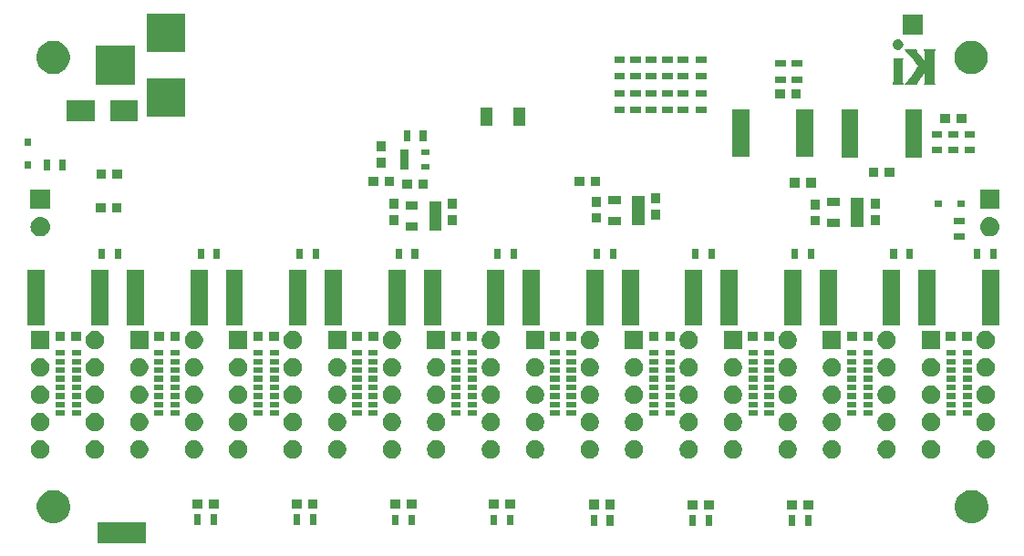
<source format=gbr>
G04 #@! TF.GenerationSoftware,KiCad,Pcbnew,(5.1.4)-1*
G04 #@! TF.CreationDate,2019-12-15T14:44:31-06:00*
G04 #@! TF.ProjectId,Incrementor,496e6372-656d-4656-9e74-6f722e6b6963,rev?*
G04 #@! TF.SameCoordinates,Original*
G04 #@! TF.FileFunction,Soldermask,Bot*
G04 #@! TF.FilePolarity,Negative*
%FSLAX46Y46*%
G04 Gerber Fmt 4.6, Leading zero omitted, Abs format (unit mm)*
G04 Created by KiCad (PCBNEW (5.1.4)-1) date 2019-12-15 14:44:31*
%MOMM*%
%LPD*%
G04 APERTURE LIST*
%ADD10C,0.100000*%
%ADD11C,0.010000*%
G04 APERTURE END LIST*
D10*
G36*
X86334600Y-108661200D02*
G01*
X81864200Y-108661200D01*
X81864200Y-106781600D01*
X86334600Y-106781600D01*
X86334600Y-108661200D01*
G37*
X86334600Y-108661200D02*
X81864200Y-108661200D01*
X81864200Y-106781600D01*
X86334600Y-106781600D01*
X86334600Y-108661200D01*
D11*
G36*
X156031559Y-61987960D02*
G01*
X155913955Y-62054395D01*
X155820477Y-62157045D01*
X155776688Y-62243124D01*
X155746078Y-62381614D01*
X155755179Y-62519591D01*
X155802527Y-62641084D01*
X155814912Y-62659850D01*
X155905351Y-62747408D01*
X156024229Y-62807553D01*
X156157167Y-62837418D01*
X156289787Y-62834134D01*
X156407710Y-62794832D01*
X156428494Y-62782244D01*
X156510763Y-62703394D01*
X156578586Y-62594770D01*
X156620753Y-62477295D01*
X156629100Y-62407799D01*
X156609826Y-62298575D01*
X156559310Y-62184110D01*
X156488518Y-62085158D01*
X156432858Y-62036295D01*
X156300639Y-61975876D01*
X156163663Y-61960776D01*
X156031559Y-61987960D01*
X156031559Y-61987960D01*
G37*
X156031559Y-61987960D02*
X155913955Y-62054395D01*
X155820477Y-62157045D01*
X155776688Y-62243124D01*
X155746078Y-62381614D01*
X155755179Y-62519591D01*
X155802527Y-62641084D01*
X155814912Y-62659850D01*
X155905351Y-62747408D01*
X156024229Y-62807553D01*
X156157167Y-62837418D01*
X156289787Y-62834134D01*
X156407710Y-62794832D01*
X156428494Y-62782244D01*
X156510763Y-62703394D01*
X156578586Y-62594770D01*
X156620753Y-62477295D01*
X156629100Y-62407799D01*
X156609826Y-62298575D01*
X156559310Y-62184110D01*
X156488518Y-62085158D01*
X156432858Y-62036295D01*
X156300639Y-61975876D01*
X156163663Y-61960776D01*
X156031559Y-61987960D01*
G36*
X155790900Y-64854045D02*
G01*
X155790679Y-65125528D01*
X155789917Y-65350618D01*
X155788474Y-65533721D01*
X155786206Y-65679240D01*
X155782969Y-65791583D01*
X155778622Y-65875155D01*
X155773020Y-65934359D01*
X155766022Y-65973603D01*
X155757484Y-65997292D01*
X155753608Y-66003395D01*
X155727322Y-66040943D01*
X155716609Y-66069085D01*
X155726790Y-66089174D01*
X155763188Y-66102563D01*
X155831124Y-66110605D01*
X155935922Y-66114653D01*
X156082902Y-66116060D01*
X156197300Y-66116200D01*
X156347582Y-66115515D01*
X156478773Y-66113608D01*
X156583073Y-66110702D01*
X156652681Y-66107017D01*
X156679795Y-66102776D01*
X156679900Y-66102488D01*
X156669345Y-66073454D01*
X156642774Y-66016509D01*
X156629100Y-65989200D01*
X156616234Y-65961760D01*
X156605741Y-65931394D01*
X156597380Y-65892920D01*
X156590909Y-65841155D01*
X156586089Y-65770918D01*
X156582678Y-65677027D01*
X156580435Y-65554301D01*
X156579119Y-65397559D01*
X156578490Y-65201617D01*
X156578305Y-64961296D01*
X156578300Y-64896750D01*
X156578553Y-64639269D01*
X156579429Y-64427749D01*
X156581104Y-64257351D01*
X156583752Y-64123238D01*
X156587550Y-64020571D01*
X156592673Y-63944513D01*
X156599297Y-63890226D01*
X156607597Y-63852872D01*
X156617053Y-63828938D01*
X156655805Y-63754000D01*
X155790900Y-63754000D01*
X155790900Y-64854045D01*
X155790900Y-64854045D01*
G37*
X155790900Y-64854045D02*
X155790679Y-65125528D01*
X155789917Y-65350618D01*
X155788474Y-65533721D01*
X155786206Y-65679240D01*
X155782969Y-65791583D01*
X155778622Y-65875155D01*
X155773020Y-65934359D01*
X155766022Y-65973603D01*
X155757484Y-65997292D01*
X155753608Y-66003395D01*
X155727322Y-66040943D01*
X155716609Y-66069085D01*
X155726790Y-66089174D01*
X155763188Y-66102563D01*
X155831124Y-66110605D01*
X155935922Y-66114653D01*
X156082902Y-66116060D01*
X156197300Y-66116200D01*
X156347582Y-66115515D01*
X156478773Y-66113608D01*
X156583073Y-66110702D01*
X156652681Y-66107017D01*
X156679795Y-66102776D01*
X156679900Y-66102488D01*
X156669345Y-66073454D01*
X156642774Y-66016509D01*
X156629100Y-65989200D01*
X156616234Y-65961760D01*
X156605741Y-65931394D01*
X156597380Y-65892920D01*
X156590909Y-65841155D01*
X156586089Y-65770918D01*
X156582678Y-65677027D01*
X156580435Y-65554301D01*
X156579119Y-65397559D01*
X156578490Y-65201617D01*
X156578305Y-64961296D01*
X156578300Y-64896750D01*
X156578553Y-64639269D01*
X156579429Y-64427749D01*
X156581104Y-64257351D01*
X156583752Y-64123238D01*
X156587550Y-64020571D01*
X156592673Y-63944513D01*
X156599297Y-63890226D01*
X156607597Y-63852872D01*
X156617053Y-63828938D01*
X156655805Y-63754000D01*
X155790900Y-63754000D01*
X155790900Y-64854045D01*
G36*
X157373753Y-62890400D02*
G01*
X156828441Y-62890400D01*
X157027221Y-63091787D01*
X157356929Y-63454691D01*
X157571349Y-63728815D01*
X157649797Y-63832400D01*
X157744356Y-63952529D01*
X157844450Y-64076202D01*
X157939502Y-64190419D01*
X158018934Y-64282181D01*
X158044032Y-64309760D01*
X158125464Y-64397212D01*
X158055506Y-64488356D01*
X157920064Y-64677604D01*
X157832522Y-64817050D01*
X157777652Y-64899286D01*
X157716376Y-64978612D01*
X157711227Y-64984607D01*
X157642278Y-65067581D01*
X157561753Y-65170137D01*
X157478558Y-65280288D01*
X157401598Y-65386047D01*
X157339781Y-65475425D01*
X157304124Y-65532547D01*
X157269043Y-65585596D01*
X157210514Y-65664062D01*
X157138680Y-65755252D01*
X157063685Y-65846472D01*
X156995672Y-65925032D01*
X156959300Y-65964020D01*
X156935411Y-65990081D01*
X156893137Y-66037406D01*
X156885023Y-66046570D01*
X156823445Y-66116200D01*
X157949900Y-66116200D01*
X157949900Y-66037923D01*
X157966663Y-65961395D01*
X158013893Y-65856149D01*
X158087007Y-65730239D01*
X158181419Y-65591716D01*
X158268958Y-65477533D01*
X158340232Y-65385313D01*
X158405553Y-65294269D01*
X158452723Y-65221535D01*
X158458829Y-65210833D01*
X158498871Y-65144434D01*
X158534158Y-65096284D01*
X158542801Y-65087500D01*
X158577362Y-65048816D01*
X158617585Y-64992250D01*
X158655274Y-64944093D01*
X158685785Y-64922487D01*
X158687086Y-64922400D01*
X158695962Y-64947091D01*
X158703082Y-65018381D01*
X158708236Y-65132092D01*
X158711217Y-65284044D01*
X158711900Y-65418961D01*
X158711216Y-65598263D01*
X158708805Y-65734270D01*
X158704125Y-65834475D01*
X158696637Y-65906369D01*
X158685802Y-65957443D01*
X158671079Y-65995188D01*
X158670256Y-65996811D01*
X158634783Y-66056491D01*
X158603277Y-66094618D01*
X158600406Y-66096761D01*
X158615903Y-66102323D01*
X158675253Y-66107262D01*
X158771514Y-66111312D01*
X158897741Y-66114207D01*
X159046989Y-66115682D01*
X159098706Y-66115811D01*
X159625211Y-66116200D01*
X159595532Y-66046350D01*
X159567359Y-65987758D01*
X159545276Y-65952370D01*
X159541443Y-65923142D01*
X159537843Y-65847781D01*
X159534541Y-65730951D01*
X159531604Y-65577317D01*
X159529101Y-65391546D01*
X159527096Y-65178302D01*
X159525658Y-64942251D01*
X159524853Y-64688059D01*
X159524701Y-64516290D01*
X159524759Y-64212311D01*
X159525030Y-63954912D01*
X159525654Y-63739874D01*
X159526774Y-63562978D01*
X159528531Y-63420004D01*
X159531067Y-63306733D01*
X159534524Y-63218945D01*
X159539043Y-63152421D01*
X159544767Y-63102941D01*
X159551838Y-63066286D01*
X159560396Y-63038237D01*
X159570584Y-63014574D01*
X159575501Y-63004699D01*
X159606256Y-62942869D01*
X159624310Y-62903660D01*
X159626301Y-62897729D01*
X159602165Y-62895507D01*
X159534812Y-62893556D01*
X159431828Y-62891984D01*
X159300794Y-62890901D01*
X159149295Y-62890415D01*
X159115583Y-62890400D01*
X158942440Y-62890664D01*
X158813871Y-62891831D01*
X158723654Y-62894464D01*
X158665563Y-62899123D01*
X158633376Y-62906372D01*
X158620868Y-62916772D01*
X158621814Y-62930885D01*
X158623336Y-62934850D01*
X158656695Y-63023673D01*
X158680761Y-63112181D01*
X158696920Y-63211141D01*
X158706558Y-63331321D01*
X158711060Y-63483488D01*
X158711900Y-63623088D01*
X158711901Y-64042904D01*
X158635701Y-63969900D01*
X158588087Y-63919557D01*
X158561506Y-63882278D01*
X158559500Y-63875483D01*
X158544363Y-63849550D01*
X158504872Y-63796128D01*
X158449912Y-63726145D01*
X158388368Y-63650529D01*
X158329123Y-63580209D01*
X158281061Y-63526114D01*
X158254261Y-63500000D01*
X158231939Y-63472734D01*
X158193564Y-63416630D01*
X158165698Y-63373000D01*
X158107495Y-63285298D01*
X158044549Y-63198698D01*
X158022201Y-63170362D01*
X157977487Y-63103736D01*
X157952092Y-63042643D01*
X157949900Y-63026390D01*
X157949378Y-62982677D01*
X157943709Y-62949502D01*
X157926738Y-62925412D01*
X157892311Y-62908955D01*
X157834274Y-62898677D01*
X157746472Y-62893127D01*
X157622750Y-62890851D01*
X157456955Y-62890396D01*
X157373753Y-62890400D01*
X157373753Y-62890400D01*
G37*
X157373753Y-62890400D02*
X156828441Y-62890400D01*
X157027221Y-63091787D01*
X157356929Y-63454691D01*
X157571349Y-63728815D01*
X157649797Y-63832400D01*
X157744356Y-63952529D01*
X157844450Y-64076202D01*
X157939502Y-64190419D01*
X158018934Y-64282181D01*
X158044032Y-64309760D01*
X158125464Y-64397212D01*
X158055506Y-64488356D01*
X157920064Y-64677604D01*
X157832522Y-64817050D01*
X157777652Y-64899286D01*
X157716376Y-64978612D01*
X157711227Y-64984607D01*
X157642278Y-65067581D01*
X157561753Y-65170137D01*
X157478558Y-65280288D01*
X157401598Y-65386047D01*
X157339781Y-65475425D01*
X157304124Y-65532547D01*
X157269043Y-65585596D01*
X157210514Y-65664062D01*
X157138680Y-65755252D01*
X157063685Y-65846472D01*
X156995672Y-65925032D01*
X156959300Y-65964020D01*
X156935411Y-65990081D01*
X156893137Y-66037406D01*
X156885023Y-66046570D01*
X156823445Y-66116200D01*
X157949900Y-66116200D01*
X157949900Y-66037923D01*
X157966663Y-65961395D01*
X158013893Y-65856149D01*
X158087007Y-65730239D01*
X158181419Y-65591716D01*
X158268958Y-65477533D01*
X158340232Y-65385313D01*
X158405553Y-65294269D01*
X158452723Y-65221535D01*
X158458829Y-65210833D01*
X158498871Y-65144434D01*
X158534158Y-65096284D01*
X158542801Y-65087500D01*
X158577362Y-65048816D01*
X158617585Y-64992250D01*
X158655274Y-64944093D01*
X158685785Y-64922487D01*
X158687086Y-64922400D01*
X158695962Y-64947091D01*
X158703082Y-65018381D01*
X158708236Y-65132092D01*
X158711217Y-65284044D01*
X158711900Y-65418961D01*
X158711216Y-65598263D01*
X158708805Y-65734270D01*
X158704125Y-65834475D01*
X158696637Y-65906369D01*
X158685802Y-65957443D01*
X158671079Y-65995188D01*
X158670256Y-65996811D01*
X158634783Y-66056491D01*
X158603277Y-66094618D01*
X158600406Y-66096761D01*
X158615903Y-66102323D01*
X158675253Y-66107262D01*
X158771514Y-66111312D01*
X158897741Y-66114207D01*
X159046989Y-66115682D01*
X159098706Y-66115811D01*
X159625211Y-66116200D01*
X159595532Y-66046350D01*
X159567359Y-65987758D01*
X159545276Y-65952370D01*
X159541443Y-65923142D01*
X159537843Y-65847781D01*
X159534541Y-65730951D01*
X159531604Y-65577317D01*
X159529101Y-65391546D01*
X159527096Y-65178302D01*
X159525658Y-64942251D01*
X159524853Y-64688059D01*
X159524701Y-64516290D01*
X159524759Y-64212311D01*
X159525030Y-63954912D01*
X159525654Y-63739874D01*
X159526774Y-63562978D01*
X159528531Y-63420004D01*
X159531067Y-63306733D01*
X159534524Y-63218945D01*
X159539043Y-63152421D01*
X159544767Y-63102941D01*
X159551838Y-63066286D01*
X159560396Y-63038237D01*
X159570584Y-63014574D01*
X159575501Y-63004699D01*
X159606256Y-62942869D01*
X159624310Y-62903660D01*
X159626301Y-62897729D01*
X159602165Y-62895507D01*
X159534812Y-62893556D01*
X159431828Y-62891984D01*
X159300794Y-62890901D01*
X159149295Y-62890415D01*
X159115583Y-62890400D01*
X158942440Y-62890664D01*
X158813871Y-62891831D01*
X158723654Y-62894464D01*
X158665563Y-62899123D01*
X158633376Y-62906372D01*
X158620868Y-62916772D01*
X158621814Y-62930885D01*
X158623336Y-62934850D01*
X158656695Y-63023673D01*
X158680761Y-63112181D01*
X158696920Y-63211141D01*
X158706558Y-63331321D01*
X158711060Y-63483488D01*
X158711900Y-63623088D01*
X158711901Y-64042904D01*
X158635701Y-63969900D01*
X158588087Y-63919557D01*
X158561506Y-63882278D01*
X158559500Y-63875483D01*
X158544363Y-63849550D01*
X158504872Y-63796128D01*
X158449912Y-63726145D01*
X158388368Y-63650529D01*
X158329123Y-63580209D01*
X158281061Y-63526114D01*
X158254261Y-63500000D01*
X158231939Y-63472734D01*
X158193564Y-63416630D01*
X158165698Y-63373000D01*
X158107495Y-63285298D01*
X158044549Y-63198698D01*
X158022201Y-63170362D01*
X157977487Y-63103736D01*
X157952092Y-63042643D01*
X157949900Y-63026390D01*
X157949378Y-62982677D01*
X157943709Y-62949502D01*
X157926738Y-62925412D01*
X157892311Y-62908955D01*
X157834274Y-62898677D01*
X157746472Y-62893127D01*
X157622750Y-62890851D01*
X157456955Y-62890396D01*
X157373753Y-62890400D01*
D10*
G36*
X148180500Y-107130200D02*
G01*
X147578500Y-107130200D01*
X147578500Y-106128200D01*
X148180500Y-106128200D01*
X148180500Y-107130200D01*
X148180500Y-107130200D01*
G37*
G36*
X146680500Y-107130200D02*
G01*
X146078500Y-107130200D01*
X146078500Y-106128200D01*
X146680500Y-106128200D01*
X146680500Y-107130200D01*
X146680500Y-107130200D01*
G37*
G36*
X138960300Y-107130200D02*
G01*
X138358300Y-107130200D01*
X138358300Y-106128200D01*
X138960300Y-106128200D01*
X138960300Y-107130200D01*
X138960300Y-107130200D01*
G37*
G36*
X137460300Y-107130200D02*
G01*
X136858300Y-107130200D01*
X136858300Y-106128200D01*
X137460300Y-106128200D01*
X137460300Y-107130200D01*
X137460300Y-107130200D01*
G37*
G36*
X129790900Y-107117500D02*
G01*
X129188900Y-107117500D01*
X129188900Y-106115500D01*
X129790900Y-106115500D01*
X129790900Y-107117500D01*
X129790900Y-107117500D01*
G37*
G36*
X128290900Y-107117500D02*
G01*
X127688900Y-107117500D01*
X127688900Y-106115500D01*
X128290900Y-106115500D01*
X128290900Y-107117500D01*
X128290900Y-107117500D01*
G37*
G36*
X119019900Y-107104800D02*
G01*
X118417900Y-107104800D01*
X118417900Y-106102800D01*
X119019900Y-106102800D01*
X119019900Y-107104800D01*
X119019900Y-107104800D01*
G37*
G36*
X111363200Y-107104800D02*
G01*
X110761200Y-107104800D01*
X110761200Y-106102800D01*
X111363200Y-106102800D01*
X111363200Y-107104800D01*
X111363200Y-107104800D01*
G37*
G36*
X109863200Y-107104800D02*
G01*
X109261200Y-107104800D01*
X109261200Y-106102800D01*
X109863200Y-106102800D01*
X109863200Y-107104800D01*
X109863200Y-107104800D01*
G37*
G36*
X120519900Y-107104800D02*
G01*
X119917900Y-107104800D01*
X119917900Y-106102800D01*
X120519900Y-106102800D01*
X120519900Y-107104800D01*
X120519900Y-107104800D01*
G37*
G36*
X100693800Y-107079400D02*
G01*
X100091800Y-107079400D01*
X100091800Y-106077400D01*
X100693800Y-106077400D01*
X100693800Y-107079400D01*
X100693800Y-107079400D01*
G37*
G36*
X102193800Y-107079400D02*
G01*
X101591800Y-107079400D01*
X101591800Y-106077400D01*
X102193800Y-106077400D01*
X102193800Y-107079400D01*
X102193800Y-107079400D01*
G37*
G36*
X92986300Y-107041300D02*
G01*
X92384300Y-107041300D01*
X92384300Y-106039300D01*
X92986300Y-106039300D01*
X92986300Y-107041300D01*
X92986300Y-107041300D01*
G37*
G36*
X91486300Y-107041300D02*
G01*
X90884300Y-107041300D01*
X90884300Y-106039300D01*
X91486300Y-106039300D01*
X91486300Y-107041300D01*
X91486300Y-107041300D01*
G37*
G36*
X163370585Y-103838002D02*
G01*
X163520410Y-103867804D01*
X163802674Y-103984721D01*
X164056705Y-104154459D01*
X164272741Y-104370495D01*
X164442479Y-104624526D01*
X164559396Y-104906790D01*
X164559396Y-104906791D01*
X164619000Y-105206439D01*
X164619000Y-105511961D01*
X164605068Y-105582000D01*
X164559396Y-105811610D01*
X164442479Y-106093874D01*
X164272741Y-106347905D01*
X164056705Y-106563941D01*
X163802674Y-106733679D01*
X163520410Y-106850596D01*
X163370585Y-106880398D01*
X163220761Y-106910200D01*
X162915239Y-106910200D01*
X162765415Y-106880398D01*
X162615590Y-106850596D01*
X162333326Y-106733679D01*
X162079295Y-106563941D01*
X161863259Y-106347905D01*
X161693521Y-106093874D01*
X161576604Y-105811610D01*
X161530932Y-105582000D01*
X161517000Y-105511961D01*
X161517000Y-105206439D01*
X161576604Y-104906791D01*
X161576604Y-104906790D01*
X161693521Y-104624526D01*
X161863259Y-104370495D01*
X162079295Y-104154459D01*
X162333326Y-103984721D01*
X162615590Y-103867804D01*
X162765415Y-103838002D01*
X162915239Y-103808200D01*
X163220761Y-103808200D01*
X163370585Y-103838002D01*
X163370585Y-103838002D01*
G37*
G36*
X78128185Y-103838002D02*
G01*
X78278010Y-103867804D01*
X78560274Y-103984721D01*
X78814305Y-104154459D01*
X79030341Y-104370495D01*
X79200079Y-104624526D01*
X79316996Y-104906790D01*
X79316996Y-104906791D01*
X79376600Y-105206439D01*
X79376600Y-105511961D01*
X79362668Y-105582000D01*
X79316996Y-105811610D01*
X79200079Y-106093874D01*
X79030341Y-106347905D01*
X78814305Y-106563941D01*
X78560274Y-106733679D01*
X78278010Y-106850596D01*
X78128185Y-106880398D01*
X77978361Y-106910200D01*
X77672839Y-106910200D01*
X77523015Y-106880398D01*
X77373190Y-106850596D01*
X77090926Y-106733679D01*
X76836895Y-106563941D01*
X76620859Y-106347905D01*
X76451121Y-106093874D01*
X76334204Y-105811610D01*
X76288532Y-105582000D01*
X76274600Y-105511961D01*
X76274600Y-105206439D01*
X76334204Y-104906791D01*
X76334204Y-104906790D01*
X76451121Y-104624526D01*
X76620859Y-104370495D01*
X76836895Y-104154459D01*
X77090926Y-103984721D01*
X77373190Y-103867804D01*
X77523015Y-103838002D01*
X77672839Y-103808200D01*
X77978361Y-103808200D01*
X78128185Y-103838002D01*
X78128185Y-103838002D01*
G37*
G36*
X148330500Y-105594700D02*
G01*
X147428500Y-105594700D01*
X147428500Y-104742700D01*
X148330500Y-104742700D01*
X148330500Y-105594700D01*
X148330500Y-105594700D01*
G37*
G36*
X146830500Y-105594700D02*
G01*
X145928500Y-105594700D01*
X145928500Y-104742700D01*
X146830500Y-104742700D01*
X146830500Y-105594700D01*
X146830500Y-105594700D01*
G37*
G36*
X139110300Y-105594700D02*
G01*
X138208300Y-105594700D01*
X138208300Y-104742700D01*
X139110300Y-104742700D01*
X139110300Y-105594700D01*
X139110300Y-105594700D01*
G37*
G36*
X137610300Y-105594700D02*
G01*
X136708300Y-105594700D01*
X136708300Y-104742700D01*
X137610300Y-104742700D01*
X137610300Y-105594700D01*
X137610300Y-105594700D01*
G37*
G36*
X129940900Y-105582000D02*
G01*
X129038900Y-105582000D01*
X129038900Y-104730000D01*
X129940900Y-104730000D01*
X129940900Y-105582000D01*
X129940900Y-105582000D01*
G37*
G36*
X128440900Y-105582000D02*
G01*
X127538900Y-105582000D01*
X127538900Y-104730000D01*
X128440900Y-104730000D01*
X128440900Y-105582000D01*
X128440900Y-105582000D01*
G37*
G36*
X119169900Y-105569300D02*
G01*
X118267900Y-105569300D01*
X118267900Y-104717300D01*
X119169900Y-104717300D01*
X119169900Y-105569300D01*
X119169900Y-105569300D01*
G37*
G36*
X111513200Y-105569300D02*
G01*
X110611200Y-105569300D01*
X110611200Y-104717300D01*
X111513200Y-104717300D01*
X111513200Y-105569300D01*
X111513200Y-105569300D01*
G37*
G36*
X110013200Y-105569300D02*
G01*
X109111200Y-105569300D01*
X109111200Y-104717300D01*
X110013200Y-104717300D01*
X110013200Y-105569300D01*
X110013200Y-105569300D01*
G37*
G36*
X120669900Y-105569300D02*
G01*
X119767900Y-105569300D01*
X119767900Y-104717300D01*
X120669900Y-104717300D01*
X120669900Y-105569300D01*
X120669900Y-105569300D01*
G37*
G36*
X102343800Y-105543900D02*
G01*
X101441800Y-105543900D01*
X101441800Y-104691900D01*
X102343800Y-104691900D01*
X102343800Y-105543900D01*
X102343800Y-105543900D01*
G37*
G36*
X100843800Y-105543900D02*
G01*
X99941800Y-105543900D01*
X99941800Y-104691900D01*
X100843800Y-104691900D01*
X100843800Y-105543900D01*
X100843800Y-105543900D01*
G37*
G36*
X93133800Y-105505800D02*
G01*
X92231800Y-105505800D01*
X92231800Y-104653800D01*
X93133800Y-104653800D01*
X93133800Y-105505800D01*
X93133800Y-105505800D01*
G37*
G36*
X91633800Y-105505800D02*
G01*
X90731800Y-105505800D01*
X90731800Y-104653800D01*
X91633800Y-104653800D01*
X91633800Y-105505800D01*
X91633800Y-105505800D01*
G37*
G36*
X164611628Y-99219603D02*
G01*
X164766500Y-99283753D01*
X164905881Y-99376885D01*
X165024415Y-99495419D01*
X165117547Y-99634800D01*
X165181697Y-99789672D01*
X165214400Y-99954084D01*
X165214400Y-100121716D01*
X165181697Y-100286128D01*
X165117547Y-100441000D01*
X165024415Y-100580381D01*
X164905881Y-100698915D01*
X164766500Y-100792047D01*
X164611628Y-100856197D01*
X164447216Y-100888900D01*
X164279584Y-100888900D01*
X164115172Y-100856197D01*
X163960300Y-100792047D01*
X163820919Y-100698915D01*
X163702385Y-100580381D01*
X163609253Y-100441000D01*
X163545103Y-100286128D01*
X163512400Y-100121716D01*
X163512400Y-99954084D01*
X163545103Y-99789672D01*
X163609253Y-99634800D01*
X163702385Y-99495419D01*
X163820919Y-99376885D01*
X163960300Y-99283753D01*
X164115172Y-99219603D01*
X164279584Y-99186900D01*
X164447216Y-99186900D01*
X164611628Y-99219603D01*
X164611628Y-99219603D01*
G37*
G36*
X91091628Y-99219603D02*
G01*
X91246500Y-99283753D01*
X91385881Y-99376885D01*
X91504415Y-99495419D01*
X91597547Y-99634800D01*
X91661697Y-99789672D01*
X91694400Y-99954084D01*
X91694400Y-100121716D01*
X91661697Y-100286128D01*
X91597547Y-100441000D01*
X91504415Y-100580381D01*
X91385881Y-100698915D01*
X91246500Y-100792047D01*
X91091628Y-100856197D01*
X90927216Y-100888900D01*
X90759584Y-100888900D01*
X90595172Y-100856197D01*
X90440300Y-100792047D01*
X90300919Y-100698915D01*
X90182385Y-100580381D01*
X90089253Y-100441000D01*
X90025103Y-100286128D01*
X89992400Y-100121716D01*
X89992400Y-99954084D01*
X90025103Y-99789672D01*
X90089253Y-99634800D01*
X90182385Y-99495419D01*
X90300919Y-99376885D01*
X90440300Y-99283753D01*
X90595172Y-99219603D01*
X90759584Y-99186900D01*
X90927216Y-99186900D01*
X91091628Y-99219603D01*
X91091628Y-99219603D01*
G37*
G36*
X76821628Y-99219603D02*
G01*
X76976500Y-99283753D01*
X77115881Y-99376885D01*
X77234415Y-99495419D01*
X77327547Y-99634800D01*
X77391697Y-99789672D01*
X77424400Y-99954084D01*
X77424400Y-100121716D01*
X77391697Y-100286128D01*
X77327547Y-100441000D01*
X77234415Y-100580381D01*
X77115881Y-100698915D01*
X76976500Y-100792047D01*
X76821628Y-100856197D01*
X76657216Y-100888900D01*
X76489584Y-100888900D01*
X76325172Y-100856197D01*
X76170300Y-100792047D01*
X76030919Y-100698915D01*
X75912385Y-100580381D01*
X75819253Y-100441000D01*
X75755103Y-100286128D01*
X75722400Y-100121716D01*
X75722400Y-99954084D01*
X75755103Y-99789672D01*
X75819253Y-99634800D01*
X75912385Y-99495419D01*
X76030919Y-99376885D01*
X76170300Y-99283753D01*
X76325172Y-99219603D01*
X76489584Y-99186900D01*
X76657216Y-99186900D01*
X76821628Y-99219603D01*
X76821628Y-99219603D01*
G37*
G36*
X81901628Y-99219603D02*
G01*
X82056500Y-99283753D01*
X82195881Y-99376885D01*
X82314415Y-99495419D01*
X82407547Y-99634800D01*
X82471697Y-99789672D01*
X82504400Y-99954084D01*
X82504400Y-100121716D01*
X82471697Y-100286128D01*
X82407547Y-100441000D01*
X82314415Y-100580381D01*
X82195881Y-100698915D01*
X82056500Y-100792047D01*
X81901628Y-100856197D01*
X81737216Y-100888900D01*
X81569584Y-100888900D01*
X81405172Y-100856197D01*
X81250300Y-100792047D01*
X81110919Y-100698915D01*
X80992385Y-100580381D01*
X80899253Y-100441000D01*
X80835103Y-100286128D01*
X80802400Y-100121716D01*
X80802400Y-99954084D01*
X80835103Y-99789672D01*
X80899253Y-99634800D01*
X80992385Y-99495419D01*
X81110919Y-99376885D01*
X81250300Y-99283753D01*
X81405172Y-99219603D01*
X81569584Y-99186900D01*
X81737216Y-99186900D01*
X81901628Y-99219603D01*
X81901628Y-99219603D01*
G37*
G36*
X146231628Y-99219603D02*
G01*
X146386500Y-99283753D01*
X146525881Y-99376885D01*
X146644415Y-99495419D01*
X146737547Y-99634800D01*
X146801697Y-99789672D01*
X146834400Y-99954084D01*
X146834400Y-100121716D01*
X146801697Y-100286128D01*
X146737547Y-100441000D01*
X146644415Y-100580381D01*
X146525881Y-100698915D01*
X146386500Y-100792047D01*
X146231628Y-100856197D01*
X146067216Y-100888900D01*
X145899584Y-100888900D01*
X145735172Y-100856197D01*
X145580300Y-100792047D01*
X145440919Y-100698915D01*
X145322385Y-100580381D01*
X145229253Y-100441000D01*
X145165103Y-100286128D01*
X145132400Y-100121716D01*
X145132400Y-99954084D01*
X145165103Y-99789672D01*
X145229253Y-99634800D01*
X145322385Y-99495419D01*
X145440919Y-99376885D01*
X145580300Y-99283753D01*
X145735172Y-99219603D01*
X145899584Y-99186900D01*
X146067216Y-99186900D01*
X146231628Y-99219603D01*
X146231628Y-99219603D01*
G37*
G36*
X141151628Y-99219603D02*
G01*
X141306500Y-99283753D01*
X141445881Y-99376885D01*
X141564415Y-99495419D01*
X141657547Y-99634800D01*
X141721697Y-99789672D01*
X141754400Y-99954084D01*
X141754400Y-100121716D01*
X141721697Y-100286128D01*
X141657547Y-100441000D01*
X141564415Y-100580381D01*
X141445881Y-100698915D01*
X141306500Y-100792047D01*
X141151628Y-100856197D01*
X140987216Y-100888900D01*
X140819584Y-100888900D01*
X140655172Y-100856197D01*
X140500300Y-100792047D01*
X140360919Y-100698915D01*
X140242385Y-100580381D01*
X140149253Y-100441000D01*
X140085103Y-100286128D01*
X140052400Y-100121716D01*
X140052400Y-99954084D01*
X140085103Y-99789672D01*
X140149253Y-99634800D01*
X140242385Y-99495419D01*
X140360919Y-99376885D01*
X140500300Y-99283753D01*
X140655172Y-99219603D01*
X140819584Y-99186900D01*
X140987216Y-99186900D01*
X141151628Y-99219603D01*
X141151628Y-99219603D01*
G37*
G36*
X155421628Y-99219603D02*
G01*
X155576500Y-99283753D01*
X155715881Y-99376885D01*
X155834415Y-99495419D01*
X155927547Y-99634800D01*
X155991697Y-99789672D01*
X156024400Y-99954084D01*
X156024400Y-100121716D01*
X155991697Y-100286128D01*
X155927547Y-100441000D01*
X155834415Y-100580381D01*
X155715881Y-100698915D01*
X155576500Y-100792047D01*
X155421628Y-100856197D01*
X155257216Y-100888900D01*
X155089584Y-100888900D01*
X154925172Y-100856197D01*
X154770300Y-100792047D01*
X154630919Y-100698915D01*
X154512385Y-100580381D01*
X154419253Y-100441000D01*
X154355103Y-100286128D01*
X154322400Y-100121716D01*
X154322400Y-99954084D01*
X154355103Y-99789672D01*
X154419253Y-99634800D01*
X154512385Y-99495419D01*
X154630919Y-99376885D01*
X154770300Y-99283753D01*
X154925172Y-99219603D01*
X155089584Y-99186900D01*
X155257216Y-99186900D01*
X155421628Y-99219603D01*
X155421628Y-99219603D01*
G37*
G36*
X150341628Y-99219603D02*
G01*
X150496500Y-99283753D01*
X150635881Y-99376885D01*
X150754415Y-99495419D01*
X150847547Y-99634800D01*
X150911697Y-99789672D01*
X150944400Y-99954084D01*
X150944400Y-100121716D01*
X150911697Y-100286128D01*
X150847547Y-100441000D01*
X150754415Y-100580381D01*
X150635881Y-100698915D01*
X150496500Y-100792047D01*
X150341628Y-100856197D01*
X150177216Y-100888900D01*
X150009584Y-100888900D01*
X149845172Y-100856197D01*
X149690300Y-100792047D01*
X149550919Y-100698915D01*
X149432385Y-100580381D01*
X149339253Y-100441000D01*
X149275103Y-100286128D01*
X149242400Y-100121716D01*
X149242400Y-99954084D01*
X149275103Y-99789672D01*
X149339253Y-99634800D01*
X149432385Y-99495419D01*
X149550919Y-99376885D01*
X149690300Y-99283753D01*
X149845172Y-99219603D01*
X150009584Y-99186900D01*
X150177216Y-99186900D01*
X150341628Y-99219603D01*
X150341628Y-99219603D01*
G37*
G36*
X159531628Y-99219603D02*
G01*
X159686500Y-99283753D01*
X159825881Y-99376885D01*
X159944415Y-99495419D01*
X160037547Y-99634800D01*
X160101697Y-99789672D01*
X160134400Y-99954084D01*
X160134400Y-100121716D01*
X160101697Y-100286128D01*
X160037547Y-100441000D01*
X159944415Y-100580381D01*
X159825881Y-100698915D01*
X159686500Y-100792047D01*
X159531628Y-100856197D01*
X159367216Y-100888900D01*
X159199584Y-100888900D01*
X159035172Y-100856197D01*
X158880300Y-100792047D01*
X158740919Y-100698915D01*
X158622385Y-100580381D01*
X158529253Y-100441000D01*
X158465103Y-100286128D01*
X158432400Y-100121716D01*
X158432400Y-99954084D01*
X158465103Y-99789672D01*
X158529253Y-99634800D01*
X158622385Y-99495419D01*
X158740919Y-99376885D01*
X158880300Y-99283753D01*
X159035172Y-99219603D01*
X159199584Y-99186900D01*
X159367216Y-99186900D01*
X159531628Y-99219603D01*
X159531628Y-99219603D01*
G37*
G36*
X131961628Y-99219603D02*
G01*
X132116500Y-99283753D01*
X132255881Y-99376885D01*
X132374415Y-99495419D01*
X132467547Y-99634800D01*
X132531697Y-99789672D01*
X132564400Y-99954084D01*
X132564400Y-100121716D01*
X132531697Y-100286128D01*
X132467547Y-100441000D01*
X132374415Y-100580381D01*
X132255881Y-100698915D01*
X132116500Y-100792047D01*
X131961628Y-100856197D01*
X131797216Y-100888900D01*
X131629584Y-100888900D01*
X131465172Y-100856197D01*
X131310300Y-100792047D01*
X131170919Y-100698915D01*
X131052385Y-100580381D01*
X130959253Y-100441000D01*
X130895103Y-100286128D01*
X130862400Y-100121716D01*
X130862400Y-99954084D01*
X130895103Y-99789672D01*
X130959253Y-99634800D01*
X131052385Y-99495419D01*
X131170919Y-99376885D01*
X131310300Y-99283753D01*
X131465172Y-99219603D01*
X131629584Y-99186900D01*
X131797216Y-99186900D01*
X131961628Y-99219603D01*
X131961628Y-99219603D01*
G37*
G36*
X95201628Y-99219603D02*
G01*
X95356500Y-99283753D01*
X95495881Y-99376885D01*
X95614415Y-99495419D01*
X95707547Y-99634800D01*
X95771697Y-99789672D01*
X95804400Y-99954084D01*
X95804400Y-100121716D01*
X95771697Y-100286128D01*
X95707547Y-100441000D01*
X95614415Y-100580381D01*
X95495881Y-100698915D01*
X95356500Y-100792047D01*
X95201628Y-100856197D01*
X95037216Y-100888900D01*
X94869584Y-100888900D01*
X94705172Y-100856197D01*
X94550300Y-100792047D01*
X94410919Y-100698915D01*
X94292385Y-100580381D01*
X94199253Y-100441000D01*
X94135103Y-100286128D01*
X94102400Y-100121716D01*
X94102400Y-99954084D01*
X94135103Y-99789672D01*
X94199253Y-99634800D01*
X94292385Y-99495419D01*
X94410919Y-99376885D01*
X94550300Y-99283753D01*
X94705172Y-99219603D01*
X94869584Y-99186900D01*
X95037216Y-99186900D01*
X95201628Y-99219603D01*
X95201628Y-99219603D01*
G37*
G36*
X109471628Y-99219603D02*
G01*
X109626500Y-99283753D01*
X109765881Y-99376885D01*
X109884415Y-99495419D01*
X109977547Y-99634800D01*
X110041697Y-99789672D01*
X110074400Y-99954084D01*
X110074400Y-100121716D01*
X110041697Y-100286128D01*
X109977547Y-100441000D01*
X109884415Y-100580381D01*
X109765881Y-100698915D01*
X109626500Y-100792047D01*
X109471628Y-100856197D01*
X109307216Y-100888900D01*
X109139584Y-100888900D01*
X108975172Y-100856197D01*
X108820300Y-100792047D01*
X108680919Y-100698915D01*
X108562385Y-100580381D01*
X108469253Y-100441000D01*
X108405103Y-100286128D01*
X108372400Y-100121716D01*
X108372400Y-99954084D01*
X108405103Y-99789672D01*
X108469253Y-99634800D01*
X108562385Y-99495419D01*
X108680919Y-99376885D01*
X108820300Y-99283753D01*
X108975172Y-99219603D01*
X109139584Y-99186900D01*
X109307216Y-99186900D01*
X109471628Y-99219603D01*
X109471628Y-99219603D01*
G37*
G36*
X104391628Y-99219603D02*
G01*
X104546500Y-99283753D01*
X104685881Y-99376885D01*
X104804415Y-99495419D01*
X104897547Y-99634800D01*
X104961697Y-99789672D01*
X104994400Y-99954084D01*
X104994400Y-100121716D01*
X104961697Y-100286128D01*
X104897547Y-100441000D01*
X104804415Y-100580381D01*
X104685881Y-100698915D01*
X104546500Y-100792047D01*
X104391628Y-100856197D01*
X104227216Y-100888900D01*
X104059584Y-100888900D01*
X103895172Y-100856197D01*
X103740300Y-100792047D01*
X103600919Y-100698915D01*
X103482385Y-100580381D01*
X103389253Y-100441000D01*
X103325103Y-100286128D01*
X103292400Y-100121716D01*
X103292400Y-99954084D01*
X103325103Y-99789672D01*
X103389253Y-99634800D01*
X103482385Y-99495419D01*
X103600919Y-99376885D01*
X103740300Y-99283753D01*
X103895172Y-99219603D01*
X104059584Y-99186900D01*
X104227216Y-99186900D01*
X104391628Y-99219603D01*
X104391628Y-99219603D01*
G37*
G36*
X118661628Y-99219603D02*
G01*
X118816500Y-99283753D01*
X118955881Y-99376885D01*
X119074415Y-99495419D01*
X119167547Y-99634800D01*
X119231697Y-99789672D01*
X119264400Y-99954084D01*
X119264400Y-100121716D01*
X119231697Y-100286128D01*
X119167547Y-100441000D01*
X119074415Y-100580381D01*
X118955881Y-100698915D01*
X118816500Y-100792047D01*
X118661628Y-100856197D01*
X118497216Y-100888900D01*
X118329584Y-100888900D01*
X118165172Y-100856197D01*
X118010300Y-100792047D01*
X117870919Y-100698915D01*
X117752385Y-100580381D01*
X117659253Y-100441000D01*
X117595103Y-100286128D01*
X117562400Y-100121716D01*
X117562400Y-99954084D01*
X117595103Y-99789672D01*
X117659253Y-99634800D01*
X117752385Y-99495419D01*
X117870919Y-99376885D01*
X118010300Y-99283753D01*
X118165172Y-99219603D01*
X118329584Y-99186900D01*
X118497216Y-99186900D01*
X118661628Y-99219603D01*
X118661628Y-99219603D01*
G37*
G36*
X113581628Y-99219603D02*
G01*
X113736500Y-99283753D01*
X113875881Y-99376885D01*
X113994415Y-99495419D01*
X114087547Y-99634800D01*
X114151697Y-99789672D01*
X114184400Y-99954084D01*
X114184400Y-100121716D01*
X114151697Y-100286128D01*
X114087547Y-100441000D01*
X113994415Y-100580381D01*
X113875881Y-100698915D01*
X113736500Y-100792047D01*
X113581628Y-100856197D01*
X113417216Y-100888900D01*
X113249584Y-100888900D01*
X113085172Y-100856197D01*
X112930300Y-100792047D01*
X112790919Y-100698915D01*
X112672385Y-100580381D01*
X112579253Y-100441000D01*
X112515103Y-100286128D01*
X112482400Y-100121716D01*
X112482400Y-99954084D01*
X112515103Y-99789672D01*
X112579253Y-99634800D01*
X112672385Y-99495419D01*
X112790919Y-99376885D01*
X112930300Y-99283753D01*
X113085172Y-99219603D01*
X113249584Y-99186900D01*
X113417216Y-99186900D01*
X113581628Y-99219603D01*
X113581628Y-99219603D01*
G37*
G36*
X127851628Y-99219603D02*
G01*
X128006500Y-99283753D01*
X128145881Y-99376885D01*
X128264415Y-99495419D01*
X128357547Y-99634800D01*
X128421697Y-99789672D01*
X128454400Y-99954084D01*
X128454400Y-100121716D01*
X128421697Y-100286128D01*
X128357547Y-100441000D01*
X128264415Y-100580381D01*
X128145881Y-100698915D01*
X128006500Y-100792047D01*
X127851628Y-100856197D01*
X127687216Y-100888900D01*
X127519584Y-100888900D01*
X127355172Y-100856197D01*
X127200300Y-100792047D01*
X127060919Y-100698915D01*
X126942385Y-100580381D01*
X126849253Y-100441000D01*
X126785103Y-100286128D01*
X126752400Y-100121716D01*
X126752400Y-99954084D01*
X126785103Y-99789672D01*
X126849253Y-99634800D01*
X126942385Y-99495419D01*
X127060919Y-99376885D01*
X127200300Y-99283753D01*
X127355172Y-99219603D01*
X127519584Y-99186900D01*
X127687216Y-99186900D01*
X127851628Y-99219603D01*
X127851628Y-99219603D01*
G37*
G36*
X122771628Y-99219603D02*
G01*
X122926500Y-99283753D01*
X123065881Y-99376885D01*
X123184415Y-99495419D01*
X123277547Y-99634800D01*
X123341697Y-99789672D01*
X123374400Y-99954084D01*
X123374400Y-100121716D01*
X123341697Y-100286128D01*
X123277547Y-100441000D01*
X123184415Y-100580381D01*
X123065881Y-100698915D01*
X122926500Y-100792047D01*
X122771628Y-100856197D01*
X122607216Y-100888900D01*
X122439584Y-100888900D01*
X122275172Y-100856197D01*
X122120300Y-100792047D01*
X121980919Y-100698915D01*
X121862385Y-100580381D01*
X121769253Y-100441000D01*
X121705103Y-100286128D01*
X121672400Y-100121716D01*
X121672400Y-99954084D01*
X121705103Y-99789672D01*
X121769253Y-99634800D01*
X121862385Y-99495419D01*
X121980919Y-99376885D01*
X122120300Y-99283753D01*
X122275172Y-99219603D01*
X122439584Y-99186900D01*
X122607216Y-99186900D01*
X122771628Y-99219603D01*
X122771628Y-99219603D01*
G37*
G36*
X137041628Y-99219603D02*
G01*
X137196500Y-99283753D01*
X137335881Y-99376885D01*
X137454415Y-99495419D01*
X137547547Y-99634800D01*
X137611697Y-99789672D01*
X137644400Y-99954084D01*
X137644400Y-100121716D01*
X137611697Y-100286128D01*
X137547547Y-100441000D01*
X137454415Y-100580381D01*
X137335881Y-100698915D01*
X137196500Y-100792047D01*
X137041628Y-100856197D01*
X136877216Y-100888900D01*
X136709584Y-100888900D01*
X136545172Y-100856197D01*
X136390300Y-100792047D01*
X136250919Y-100698915D01*
X136132385Y-100580381D01*
X136039253Y-100441000D01*
X135975103Y-100286128D01*
X135942400Y-100121716D01*
X135942400Y-99954084D01*
X135975103Y-99789672D01*
X136039253Y-99634800D01*
X136132385Y-99495419D01*
X136250919Y-99376885D01*
X136390300Y-99283753D01*
X136545172Y-99219603D01*
X136709584Y-99186900D01*
X136877216Y-99186900D01*
X137041628Y-99219603D01*
X137041628Y-99219603D01*
G37*
G36*
X86011628Y-99219603D02*
G01*
X86166500Y-99283753D01*
X86305881Y-99376885D01*
X86424415Y-99495419D01*
X86517547Y-99634800D01*
X86581697Y-99789672D01*
X86614400Y-99954084D01*
X86614400Y-100121716D01*
X86581697Y-100286128D01*
X86517547Y-100441000D01*
X86424415Y-100580381D01*
X86305881Y-100698915D01*
X86166500Y-100792047D01*
X86011628Y-100856197D01*
X85847216Y-100888900D01*
X85679584Y-100888900D01*
X85515172Y-100856197D01*
X85360300Y-100792047D01*
X85220919Y-100698915D01*
X85102385Y-100580381D01*
X85009253Y-100441000D01*
X84945103Y-100286128D01*
X84912400Y-100121716D01*
X84912400Y-99954084D01*
X84945103Y-99789672D01*
X85009253Y-99634800D01*
X85102385Y-99495419D01*
X85220919Y-99376885D01*
X85360300Y-99283753D01*
X85515172Y-99219603D01*
X85679584Y-99186900D01*
X85847216Y-99186900D01*
X86011628Y-99219603D01*
X86011628Y-99219603D01*
G37*
G36*
X100281628Y-99219603D02*
G01*
X100436500Y-99283753D01*
X100575881Y-99376885D01*
X100694415Y-99495419D01*
X100787547Y-99634800D01*
X100851697Y-99789672D01*
X100884400Y-99954084D01*
X100884400Y-100121716D01*
X100851697Y-100286128D01*
X100787547Y-100441000D01*
X100694415Y-100580381D01*
X100575881Y-100698915D01*
X100436500Y-100792047D01*
X100281628Y-100856197D01*
X100117216Y-100888900D01*
X99949584Y-100888900D01*
X99785172Y-100856197D01*
X99630300Y-100792047D01*
X99490919Y-100698915D01*
X99372385Y-100580381D01*
X99279253Y-100441000D01*
X99215103Y-100286128D01*
X99182400Y-100121716D01*
X99182400Y-99954084D01*
X99215103Y-99789672D01*
X99279253Y-99634800D01*
X99372385Y-99495419D01*
X99490919Y-99376885D01*
X99630300Y-99283753D01*
X99785172Y-99219603D01*
X99949584Y-99186900D01*
X100117216Y-99186900D01*
X100281628Y-99219603D01*
X100281628Y-99219603D01*
G37*
G36*
X146231628Y-96679603D02*
G01*
X146386500Y-96743753D01*
X146525881Y-96836885D01*
X146644415Y-96955419D01*
X146737547Y-97094800D01*
X146801697Y-97249672D01*
X146834400Y-97414084D01*
X146834400Y-97581716D01*
X146801697Y-97746128D01*
X146737547Y-97901000D01*
X146644415Y-98040381D01*
X146525881Y-98158915D01*
X146386500Y-98252047D01*
X146231628Y-98316197D01*
X146067216Y-98348900D01*
X145899584Y-98348900D01*
X145735172Y-98316197D01*
X145580300Y-98252047D01*
X145440919Y-98158915D01*
X145322385Y-98040381D01*
X145229253Y-97901000D01*
X145165103Y-97746128D01*
X145132400Y-97581716D01*
X145132400Y-97414084D01*
X145165103Y-97249672D01*
X145229253Y-97094800D01*
X145322385Y-96955419D01*
X145440919Y-96836885D01*
X145580300Y-96743753D01*
X145735172Y-96679603D01*
X145899584Y-96646900D01*
X146067216Y-96646900D01*
X146231628Y-96679603D01*
X146231628Y-96679603D01*
G37*
G36*
X137041628Y-96679603D02*
G01*
X137196500Y-96743753D01*
X137335881Y-96836885D01*
X137454415Y-96955419D01*
X137547547Y-97094800D01*
X137611697Y-97249672D01*
X137644400Y-97414084D01*
X137644400Y-97581716D01*
X137611697Y-97746128D01*
X137547547Y-97901000D01*
X137454415Y-98040381D01*
X137335881Y-98158915D01*
X137196500Y-98252047D01*
X137041628Y-98316197D01*
X136877216Y-98348900D01*
X136709584Y-98348900D01*
X136545172Y-98316197D01*
X136390300Y-98252047D01*
X136250919Y-98158915D01*
X136132385Y-98040381D01*
X136039253Y-97901000D01*
X135975103Y-97746128D01*
X135942400Y-97581716D01*
X135942400Y-97414084D01*
X135975103Y-97249672D01*
X136039253Y-97094800D01*
X136132385Y-96955419D01*
X136250919Y-96836885D01*
X136390300Y-96743753D01*
X136545172Y-96679603D01*
X136709584Y-96646900D01*
X136877216Y-96646900D01*
X137041628Y-96679603D01*
X137041628Y-96679603D01*
G37*
G36*
X127851628Y-96679603D02*
G01*
X128006500Y-96743753D01*
X128145881Y-96836885D01*
X128264415Y-96955419D01*
X128357547Y-97094800D01*
X128421697Y-97249672D01*
X128454400Y-97414084D01*
X128454400Y-97581716D01*
X128421697Y-97746128D01*
X128357547Y-97901000D01*
X128264415Y-98040381D01*
X128145881Y-98158915D01*
X128006500Y-98252047D01*
X127851628Y-98316197D01*
X127687216Y-98348900D01*
X127519584Y-98348900D01*
X127355172Y-98316197D01*
X127200300Y-98252047D01*
X127060919Y-98158915D01*
X126942385Y-98040381D01*
X126849253Y-97901000D01*
X126785103Y-97746128D01*
X126752400Y-97581716D01*
X126752400Y-97414084D01*
X126785103Y-97249672D01*
X126849253Y-97094800D01*
X126942385Y-96955419D01*
X127060919Y-96836885D01*
X127200300Y-96743753D01*
X127355172Y-96679603D01*
X127519584Y-96646900D01*
X127687216Y-96646900D01*
X127851628Y-96679603D01*
X127851628Y-96679603D01*
G37*
G36*
X122771628Y-96679603D02*
G01*
X122926500Y-96743753D01*
X123065881Y-96836885D01*
X123184415Y-96955419D01*
X123277547Y-97094800D01*
X123341697Y-97249672D01*
X123374400Y-97414084D01*
X123374400Y-97581716D01*
X123341697Y-97746128D01*
X123277547Y-97901000D01*
X123184415Y-98040381D01*
X123065881Y-98158915D01*
X122926500Y-98252047D01*
X122771628Y-98316197D01*
X122607216Y-98348900D01*
X122439584Y-98348900D01*
X122275172Y-98316197D01*
X122120300Y-98252047D01*
X121980919Y-98158915D01*
X121862385Y-98040381D01*
X121769253Y-97901000D01*
X121705103Y-97746128D01*
X121672400Y-97581716D01*
X121672400Y-97414084D01*
X121705103Y-97249672D01*
X121769253Y-97094800D01*
X121862385Y-96955419D01*
X121980919Y-96836885D01*
X122120300Y-96743753D01*
X122275172Y-96679603D01*
X122439584Y-96646900D01*
X122607216Y-96646900D01*
X122771628Y-96679603D01*
X122771628Y-96679603D01*
G37*
G36*
X95201628Y-96679603D02*
G01*
X95356500Y-96743753D01*
X95495881Y-96836885D01*
X95614415Y-96955419D01*
X95707547Y-97094800D01*
X95771697Y-97249672D01*
X95804400Y-97414084D01*
X95804400Y-97581716D01*
X95771697Y-97746128D01*
X95707547Y-97901000D01*
X95614415Y-98040381D01*
X95495881Y-98158915D01*
X95356500Y-98252047D01*
X95201628Y-98316197D01*
X95037216Y-98348900D01*
X94869584Y-98348900D01*
X94705172Y-98316197D01*
X94550300Y-98252047D01*
X94410919Y-98158915D01*
X94292385Y-98040381D01*
X94199253Y-97901000D01*
X94135103Y-97746128D01*
X94102400Y-97581716D01*
X94102400Y-97414084D01*
X94135103Y-97249672D01*
X94199253Y-97094800D01*
X94292385Y-96955419D01*
X94410919Y-96836885D01*
X94550300Y-96743753D01*
X94705172Y-96679603D01*
X94869584Y-96646900D01*
X95037216Y-96646900D01*
X95201628Y-96679603D01*
X95201628Y-96679603D01*
G37*
G36*
X100281628Y-96679603D02*
G01*
X100436500Y-96743753D01*
X100575881Y-96836885D01*
X100694415Y-96955419D01*
X100787547Y-97094800D01*
X100851697Y-97249672D01*
X100884400Y-97414084D01*
X100884400Y-97581716D01*
X100851697Y-97746128D01*
X100787547Y-97901000D01*
X100694415Y-98040381D01*
X100575881Y-98158915D01*
X100436500Y-98252047D01*
X100281628Y-98316197D01*
X100117216Y-98348900D01*
X99949584Y-98348900D01*
X99785172Y-98316197D01*
X99630300Y-98252047D01*
X99490919Y-98158915D01*
X99372385Y-98040381D01*
X99279253Y-97901000D01*
X99215103Y-97746128D01*
X99182400Y-97581716D01*
X99182400Y-97414084D01*
X99215103Y-97249672D01*
X99279253Y-97094800D01*
X99372385Y-96955419D01*
X99490919Y-96836885D01*
X99630300Y-96743753D01*
X99785172Y-96679603D01*
X99949584Y-96646900D01*
X100117216Y-96646900D01*
X100281628Y-96679603D01*
X100281628Y-96679603D01*
G37*
G36*
X118661628Y-96679603D02*
G01*
X118816500Y-96743753D01*
X118955881Y-96836885D01*
X119074415Y-96955419D01*
X119167547Y-97094800D01*
X119231697Y-97249672D01*
X119264400Y-97414084D01*
X119264400Y-97581716D01*
X119231697Y-97746128D01*
X119167547Y-97901000D01*
X119074415Y-98040381D01*
X118955881Y-98158915D01*
X118816500Y-98252047D01*
X118661628Y-98316197D01*
X118497216Y-98348900D01*
X118329584Y-98348900D01*
X118165172Y-98316197D01*
X118010300Y-98252047D01*
X117870919Y-98158915D01*
X117752385Y-98040381D01*
X117659253Y-97901000D01*
X117595103Y-97746128D01*
X117562400Y-97581716D01*
X117562400Y-97414084D01*
X117595103Y-97249672D01*
X117659253Y-97094800D01*
X117752385Y-96955419D01*
X117870919Y-96836885D01*
X118010300Y-96743753D01*
X118165172Y-96679603D01*
X118329584Y-96646900D01*
X118497216Y-96646900D01*
X118661628Y-96679603D01*
X118661628Y-96679603D01*
G37*
G36*
X113581628Y-96679603D02*
G01*
X113736500Y-96743753D01*
X113875881Y-96836885D01*
X113994415Y-96955419D01*
X114087547Y-97094800D01*
X114151697Y-97249672D01*
X114184400Y-97414084D01*
X114184400Y-97581716D01*
X114151697Y-97746128D01*
X114087547Y-97901000D01*
X113994415Y-98040381D01*
X113875881Y-98158915D01*
X113736500Y-98252047D01*
X113581628Y-98316197D01*
X113417216Y-98348900D01*
X113249584Y-98348900D01*
X113085172Y-98316197D01*
X112930300Y-98252047D01*
X112790919Y-98158915D01*
X112672385Y-98040381D01*
X112579253Y-97901000D01*
X112515103Y-97746128D01*
X112482400Y-97581716D01*
X112482400Y-97414084D01*
X112515103Y-97249672D01*
X112579253Y-97094800D01*
X112672385Y-96955419D01*
X112790919Y-96836885D01*
X112930300Y-96743753D01*
X113085172Y-96679603D01*
X113249584Y-96646900D01*
X113417216Y-96646900D01*
X113581628Y-96679603D01*
X113581628Y-96679603D01*
G37*
G36*
X109471628Y-96679603D02*
G01*
X109626500Y-96743753D01*
X109765881Y-96836885D01*
X109884415Y-96955419D01*
X109977547Y-97094800D01*
X110041697Y-97249672D01*
X110074400Y-97414084D01*
X110074400Y-97581716D01*
X110041697Y-97746128D01*
X109977547Y-97901000D01*
X109884415Y-98040381D01*
X109765881Y-98158915D01*
X109626500Y-98252047D01*
X109471628Y-98316197D01*
X109307216Y-98348900D01*
X109139584Y-98348900D01*
X108975172Y-98316197D01*
X108820300Y-98252047D01*
X108680919Y-98158915D01*
X108562385Y-98040381D01*
X108469253Y-97901000D01*
X108405103Y-97746128D01*
X108372400Y-97581716D01*
X108372400Y-97414084D01*
X108405103Y-97249672D01*
X108469253Y-97094800D01*
X108562385Y-96955419D01*
X108680919Y-96836885D01*
X108820300Y-96743753D01*
X108975172Y-96679603D01*
X109139584Y-96646900D01*
X109307216Y-96646900D01*
X109471628Y-96679603D01*
X109471628Y-96679603D01*
G37*
G36*
X104391628Y-96679603D02*
G01*
X104546500Y-96743753D01*
X104685881Y-96836885D01*
X104804415Y-96955419D01*
X104897547Y-97094800D01*
X104961697Y-97249672D01*
X104994400Y-97414084D01*
X104994400Y-97581716D01*
X104961697Y-97746128D01*
X104897547Y-97901000D01*
X104804415Y-98040381D01*
X104685881Y-98158915D01*
X104546500Y-98252047D01*
X104391628Y-98316197D01*
X104227216Y-98348900D01*
X104059584Y-98348900D01*
X103895172Y-98316197D01*
X103740300Y-98252047D01*
X103600919Y-98158915D01*
X103482385Y-98040381D01*
X103389253Y-97901000D01*
X103325103Y-97746128D01*
X103292400Y-97581716D01*
X103292400Y-97414084D01*
X103325103Y-97249672D01*
X103389253Y-97094800D01*
X103482385Y-96955419D01*
X103600919Y-96836885D01*
X103740300Y-96743753D01*
X103895172Y-96679603D01*
X104059584Y-96646900D01*
X104227216Y-96646900D01*
X104391628Y-96679603D01*
X104391628Y-96679603D01*
G37*
G36*
X131961628Y-96679603D02*
G01*
X132116500Y-96743753D01*
X132255881Y-96836885D01*
X132374415Y-96955419D01*
X132467547Y-97094800D01*
X132531697Y-97249672D01*
X132564400Y-97414084D01*
X132564400Y-97581716D01*
X132531697Y-97746128D01*
X132467547Y-97901000D01*
X132374415Y-98040381D01*
X132255881Y-98158915D01*
X132116500Y-98252047D01*
X131961628Y-98316197D01*
X131797216Y-98348900D01*
X131629584Y-98348900D01*
X131465172Y-98316197D01*
X131310300Y-98252047D01*
X131170919Y-98158915D01*
X131052385Y-98040381D01*
X130959253Y-97901000D01*
X130895103Y-97746128D01*
X130862400Y-97581716D01*
X130862400Y-97414084D01*
X130895103Y-97249672D01*
X130959253Y-97094800D01*
X131052385Y-96955419D01*
X131170919Y-96836885D01*
X131310300Y-96743753D01*
X131465172Y-96679603D01*
X131629584Y-96646900D01*
X131797216Y-96646900D01*
X131961628Y-96679603D01*
X131961628Y-96679603D01*
G37*
G36*
X150341628Y-96679603D02*
G01*
X150496500Y-96743753D01*
X150635881Y-96836885D01*
X150754415Y-96955419D01*
X150847547Y-97094800D01*
X150911697Y-97249672D01*
X150944400Y-97414084D01*
X150944400Y-97581716D01*
X150911697Y-97746128D01*
X150847547Y-97901000D01*
X150754415Y-98040381D01*
X150635881Y-98158915D01*
X150496500Y-98252047D01*
X150341628Y-98316197D01*
X150177216Y-98348900D01*
X150009584Y-98348900D01*
X149845172Y-98316197D01*
X149690300Y-98252047D01*
X149550919Y-98158915D01*
X149432385Y-98040381D01*
X149339253Y-97901000D01*
X149275103Y-97746128D01*
X149242400Y-97581716D01*
X149242400Y-97414084D01*
X149275103Y-97249672D01*
X149339253Y-97094800D01*
X149432385Y-96955419D01*
X149550919Y-96836885D01*
X149690300Y-96743753D01*
X149845172Y-96679603D01*
X150009584Y-96646900D01*
X150177216Y-96646900D01*
X150341628Y-96679603D01*
X150341628Y-96679603D01*
G37*
G36*
X164611628Y-96679603D02*
G01*
X164766500Y-96743753D01*
X164905881Y-96836885D01*
X165024415Y-96955419D01*
X165117547Y-97094800D01*
X165181697Y-97249672D01*
X165214400Y-97414084D01*
X165214400Y-97581716D01*
X165181697Y-97746128D01*
X165117547Y-97901000D01*
X165024415Y-98040381D01*
X164905881Y-98158915D01*
X164766500Y-98252047D01*
X164611628Y-98316197D01*
X164447216Y-98348900D01*
X164279584Y-98348900D01*
X164115172Y-98316197D01*
X163960300Y-98252047D01*
X163820919Y-98158915D01*
X163702385Y-98040381D01*
X163609253Y-97901000D01*
X163545103Y-97746128D01*
X163512400Y-97581716D01*
X163512400Y-97414084D01*
X163545103Y-97249672D01*
X163609253Y-97094800D01*
X163702385Y-96955419D01*
X163820919Y-96836885D01*
X163960300Y-96743753D01*
X164115172Y-96679603D01*
X164279584Y-96646900D01*
X164447216Y-96646900D01*
X164611628Y-96679603D01*
X164611628Y-96679603D01*
G37*
G36*
X91091628Y-96679603D02*
G01*
X91246500Y-96743753D01*
X91385881Y-96836885D01*
X91504415Y-96955419D01*
X91597547Y-97094800D01*
X91661697Y-97249672D01*
X91694400Y-97414084D01*
X91694400Y-97581716D01*
X91661697Y-97746128D01*
X91597547Y-97901000D01*
X91504415Y-98040381D01*
X91385881Y-98158915D01*
X91246500Y-98252047D01*
X91091628Y-98316197D01*
X90927216Y-98348900D01*
X90759584Y-98348900D01*
X90595172Y-98316197D01*
X90440300Y-98252047D01*
X90300919Y-98158915D01*
X90182385Y-98040381D01*
X90089253Y-97901000D01*
X90025103Y-97746128D01*
X89992400Y-97581716D01*
X89992400Y-97414084D01*
X90025103Y-97249672D01*
X90089253Y-97094800D01*
X90182385Y-96955419D01*
X90300919Y-96836885D01*
X90440300Y-96743753D01*
X90595172Y-96679603D01*
X90759584Y-96646900D01*
X90927216Y-96646900D01*
X91091628Y-96679603D01*
X91091628Y-96679603D01*
G37*
G36*
X159531628Y-96679603D02*
G01*
X159686500Y-96743753D01*
X159825881Y-96836885D01*
X159944415Y-96955419D01*
X160037547Y-97094800D01*
X160101697Y-97249672D01*
X160134400Y-97414084D01*
X160134400Y-97581716D01*
X160101697Y-97746128D01*
X160037547Y-97901000D01*
X159944415Y-98040381D01*
X159825881Y-98158915D01*
X159686500Y-98252047D01*
X159531628Y-98316197D01*
X159367216Y-98348900D01*
X159199584Y-98348900D01*
X159035172Y-98316197D01*
X158880300Y-98252047D01*
X158740919Y-98158915D01*
X158622385Y-98040381D01*
X158529253Y-97901000D01*
X158465103Y-97746128D01*
X158432400Y-97581716D01*
X158432400Y-97414084D01*
X158465103Y-97249672D01*
X158529253Y-97094800D01*
X158622385Y-96955419D01*
X158740919Y-96836885D01*
X158880300Y-96743753D01*
X159035172Y-96679603D01*
X159199584Y-96646900D01*
X159367216Y-96646900D01*
X159531628Y-96679603D01*
X159531628Y-96679603D01*
G37*
G36*
X86011628Y-96679603D02*
G01*
X86166500Y-96743753D01*
X86305881Y-96836885D01*
X86424415Y-96955419D01*
X86517547Y-97094800D01*
X86581697Y-97249672D01*
X86614400Y-97414084D01*
X86614400Y-97581716D01*
X86581697Y-97746128D01*
X86517547Y-97901000D01*
X86424415Y-98040381D01*
X86305881Y-98158915D01*
X86166500Y-98252047D01*
X86011628Y-98316197D01*
X85847216Y-98348900D01*
X85679584Y-98348900D01*
X85515172Y-98316197D01*
X85360300Y-98252047D01*
X85220919Y-98158915D01*
X85102385Y-98040381D01*
X85009253Y-97901000D01*
X84945103Y-97746128D01*
X84912400Y-97581716D01*
X84912400Y-97414084D01*
X84945103Y-97249672D01*
X85009253Y-97094800D01*
X85102385Y-96955419D01*
X85220919Y-96836885D01*
X85360300Y-96743753D01*
X85515172Y-96679603D01*
X85679584Y-96646900D01*
X85847216Y-96646900D01*
X86011628Y-96679603D01*
X86011628Y-96679603D01*
G37*
G36*
X81901628Y-96679603D02*
G01*
X82056500Y-96743753D01*
X82195881Y-96836885D01*
X82314415Y-96955419D01*
X82407547Y-97094800D01*
X82471697Y-97249672D01*
X82504400Y-97414084D01*
X82504400Y-97581716D01*
X82471697Y-97746128D01*
X82407547Y-97901000D01*
X82314415Y-98040381D01*
X82195881Y-98158915D01*
X82056500Y-98252047D01*
X81901628Y-98316197D01*
X81737216Y-98348900D01*
X81569584Y-98348900D01*
X81405172Y-98316197D01*
X81250300Y-98252047D01*
X81110919Y-98158915D01*
X80992385Y-98040381D01*
X80899253Y-97901000D01*
X80835103Y-97746128D01*
X80802400Y-97581716D01*
X80802400Y-97414084D01*
X80835103Y-97249672D01*
X80899253Y-97094800D01*
X80992385Y-96955419D01*
X81110919Y-96836885D01*
X81250300Y-96743753D01*
X81405172Y-96679603D01*
X81569584Y-96646900D01*
X81737216Y-96646900D01*
X81901628Y-96679603D01*
X81901628Y-96679603D01*
G37*
G36*
X155421628Y-96679603D02*
G01*
X155576500Y-96743753D01*
X155715881Y-96836885D01*
X155834415Y-96955419D01*
X155927547Y-97094800D01*
X155991697Y-97249672D01*
X156024400Y-97414084D01*
X156024400Y-97581716D01*
X155991697Y-97746128D01*
X155927547Y-97901000D01*
X155834415Y-98040381D01*
X155715881Y-98158915D01*
X155576500Y-98252047D01*
X155421628Y-98316197D01*
X155257216Y-98348900D01*
X155089584Y-98348900D01*
X154925172Y-98316197D01*
X154770300Y-98252047D01*
X154630919Y-98158915D01*
X154512385Y-98040381D01*
X154419253Y-97901000D01*
X154355103Y-97746128D01*
X154322400Y-97581716D01*
X154322400Y-97414084D01*
X154355103Y-97249672D01*
X154419253Y-97094800D01*
X154512385Y-96955419D01*
X154630919Y-96836885D01*
X154770300Y-96743753D01*
X154925172Y-96679603D01*
X155089584Y-96646900D01*
X155257216Y-96646900D01*
X155421628Y-96679603D01*
X155421628Y-96679603D01*
G37*
G36*
X141151628Y-96679603D02*
G01*
X141306500Y-96743753D01*
X141445881Y-96836885D01*
X141564415Y-96955419D01*
X141657547Y-97094800D01*
X141721697Y-97249672D01*
X141754400Y-97414084D01*
X141754400Y-97581716D01*
X141721697Y-97746128D01*
X141657547Y-97901000D01*
X141564415Y-98040381D01*
X141445881Y-98158915D01*
X141306500Y-98252047D01*
X141151628Y-98316197D01*
X140987216Y-98348900D01*
X140819584Y-98348900D01*
X140655172Y-98316197D01*
X140500300Y-98252047D01*
X140360919Y-98158915D01*
X140242385Y-98040381D01*
X140149253Y-97901000D01*
X140085103Y-97746128D01*
X140052400Y-97581716D01*
X140052400Y-97414084D01*
X140085103Y-97249672D01*
X140149253Y-97094800D01*
X140242385Y-96955419D01*
X140360919Y-96836885D01*
X140500300Y-96743753D01*
X140655172Y-96679603D01*
X140819584Y-96646900D01*
X140987216Y-96646900D01*
X141151628Y-96679603D01*
X141151628Y-96679603D01*
G37*
G36*
X76821628Y-96679603D02*
G01*
X76976500Y-96743753D01*
X77115881Y-96836885D01*
X77234415Y-96955419D01*
X77327547Y-97094800D01*
X77391697Y-97249672D01*
X77424400Y-97414084D01*
X77424400Y-97581716D01*
X77391697Y-97746128D01*
X77327547Y-97901000D01*
X77234415Y-98040381D01*
X77115881Y-98158915D01*
X76976500Y-98252047D01*
X76821628Y-98316197D01*
X76657216Y-98348900D01*
X76489584Y-98348900D01*
X76325172Y-98316197D01*
X76170300Y-98252047D01*
X76030919Y-98158915D01*
X75912385Y-98040381D01*
X75819253Y-97901000D01*
X75755103Y-97746128D01*
X75722400Y-97581716D01*
X75722400Y-97414084D01*
X75755103Y-97249672D01*
X75819253Y-97094800D01*
X75912385Y-96955419D01*
X76030919Y-96836885D01*
X76170300Y-96743753D01*
X76325172Y-96679603D01*
X76489584Y-96646900D01*
X76657216Y-96646900D01*
X76821628Y-96679603D01*
X76821628Y-96679603D01*
G37*
G36*
X115607900Y-96944400D02*
G01*
X114745900Y-96944400D01*
X114745900Y-96412400D01*
X115607900Y-96412400D01*
X115607900Y-96944400D01*
X115607900Y-96944400D01*
G37*
G36*
X117127900Y-96944400D02*
G01*
X116265900Y-96944400D01*
X116265900Y-96412400D01*
X117127900Y-96412400D01*
X117127900Y-96944400D01*
X117127900Y-96944400D01*
G37*
G36*
X106417900Y-96944400D02*
G01*
X105555900Y-96944400D01*
X105555900Y-96412400D01*
X106417900Y-96412400D01*
X106417900Y-96944400D01*
X106417900Y-96944400D01*
G37*
G36*
X107937900Y-96944400D02*
G01*
X107075900Y-96944400D01*
X107075900Y-96412400D01*
X107937900Y-96412400D01*
X107937900Y-96944400D01*
X107937900Y-96944400D01*
G37*
G36*
X97227900Y-96944400D02*
G01*
X96365900Y-96944400D01*
X96365900Y-96412400D01*
X97227900Y-96412400D01*
X97227900Y-96944400D01*
X97227900Y-96944400D01*
G37*
G36*
X98747900Y-96944400D02*
G01*
X97885900Y-96944400D01*
X97885900Y-96412400D01*
X98747900Y-96412400D01*
X98747900Y-96944400D01*
X98747900Y-96944400D01*
G37*
G36*
X88037900Y-96944400D02*
G01*
X87175900Y-96944400D01*
X87175900Y-96412400D01*
X88037900Y-96412400D01*
X88037900Y-96944400D01*
X88037900Y-96944400D01*
G37*
G36*
X89557900Y-96944400D02*
G01*
X88695900Y-96944400D01*
X88695900Y-96412400D01*
X89557900Y-96412400D01*
X89557900Y-96944400D01*
X89557900Y-96944400D01*
G37*
G36*
X78847900Y-96944400D02*
G01*
X77985900Y-96944400D01*
X77985900Y-96412400D01*
X78847900Y-96412400D01*
X78847900Y-96944400D01*
X78847900Y-96944400D01*
G37*
G36*
X80367900Y-96944400D02*
G01*
X79505900Y-96944400D01*
X79505900Y-96412400D01*
X80367900Y-96412400D01*
X80367900Y-96944400D01*
X80367900Y-96944400D01*
G37*
G36*
X126317900Y-96944400D02*
G01*
X125455900Y-96944400D01*
X125455900Y-96412400D01*
X126317900Y-96412400D01*
X126317900Y-96944400D01*
X126317900Y-96944400D01*
G37*
G36*
X124797900Y-96944400D02*
G01*
X123935900Y-96944400D01*
X123935900Y-96412400D01*
X124797900Y-96412400D01*
X124797900Y-96944400D01*
X124797900Y-96944400D01*
G37*
G36*
X163077900Y-96944400D02*
G01*
X162215900Y-96944400D01*
X162215900Y-96412400D01*
X163077900Y-96412400D01*
X163077900Y-96944400D01*
X163077900Y-96944400D01*
G37*
G36*
X161557900Y-96944400D02*
G01*
X160695900Y-96944400D01*
X160695900Y-96412400D01*
X161557900Y-96412400D01*
X161557900Y-96944400D01*
X161557900Y-96944400D01*
G37*
G36*
X153887900Y-96944400D02*
G01*
X153025900Y-96944400D01*
X153025900Y-96412400D01*
X153887900Y-96412400D01*
X153887900Y-96944400D01*
X153887900Y-96944400D01*
G37*
G36*
X152367900Y-96944400D02*
G01*
X151505900Y-96944400D01*
X151505900Y-96412400D01*
X152367900Y-96412400D01*
X152367900Y-96944400D01*
X152367900Y-96944400D01*
G37*
G36*
X144697900Y-96944400D02*
G01*
X143835900Y-96944400D01*
X143835900Y-96412400D01*
X144697900Y-96412400D01*
X144697900Y-96944400D01*
X144697900Y-96944400D01*
G37*
G36*
X143177900Y-96944400D02*
G01*
X142315900Y-96944400D01*
X142315900Y-96412400D01*
X143177900Y-96412400D01*
X143177900Y-96944400D01*
X143177900Y-96944400D01*
G37*
G36*
X135507900Y-96944400D02*
G01*
X134645900Y-96944400D01*
X134645900Y-96412400D01*
X135507900Y-96412400D01*
X135507900Y-96944400D01*
X135507900Y-96944400D01*
G37*
G36*
X133987900Y-96944400D02*
G01*
X133125900Y-96944400D01*
X133125900Y-96412400D01*
X133987900Y-96412400D01*
X133987900Y-96944400D01*
X133987900Y-96944400D01*
G37*
G36*
X152367900Y-96144400D02*
G01*
X151505900Y-96144400D01*
X151505900Y-95612400D01*
X152367900Y-95612400D01*
X152367900Y-96144400D01*
X152367900Y-96144400D01*
G37*
G36*
X78847900Y-96144400D02*
G01*
X77985900Y-96144400D01*
X77985900Y-95612400D01*
X78847900Y-95612400D01*
X78847900Y-96144400D01*
X78847900Y-96144400D01*
G37*
G36*
X80367900Y-96144400D02*
G01*
X79505900Y-96144400D01*
X79505900Y-95612400D01*
X80367900Y-95612400D01*
X80367900Y-96144400D01*
X80367900Y-96144400D01*
G37*
G36*
X144697900Y-96144400D02*
G01*
X143835900Y-96144400D01*
X143835900Y-95612400D01*
X144697900Y-95612400D01*
X144697900Y-96144400D01*
X144697900Y-96144400D01*
G37*
G36*
X143177900Y-96144400D02*
G01*
X142315900Y-96144400D01*
X142315900Y-95612400D01*
X143177900Y-95612400D01*
X143177900Y-96144400D01*
X143177900Y-96144400D01*
G37*
G36*
X135507900Y-96144400D02*
G01*
X134645900Y-96144400D01*
X134645900Y-95612400D01*
X135507900Y-95612400D01*
X135507900Y-96144400D01*
X135507900Y-96144400D01*
G37*
G36*
X133987900Y-96144400D02*
G01*
X133125900Y-96144400D01*
X133125900Y-95612400D01*
X133987900Y-95612400D01*
X133987900Y-96144400D01*
X133987900Y-96144400D01*
G37*
G36*
X126317900Y-96144400D02*
G01*
X125455900Y-96144400D01*
X125455900Y-95612400D01*
X126317900Y-95612400D01*
X126317900Y-96144400D01*
X126317900Y-96144400D01*
G37*
G36*
X97227900Y-96144400D02*
G01*
X96365900Y-96144400D01*
X96365900Y-95612400D01*
X97227900Y-95612400D01*
X97227900Y-96144400D01*
X97227900Y-96144400D01*
G37*
G36*
X106417900Y-96144400D02*
G01*
X105555900Y-96144400D01*
X105555900Y-95612400D01*
X106417900Y-95612400D01*
X106417900Y-96144400D01*
X106417900Y-96144400D01*
G37*
G36*
X117127900Y-96144400D02*
G01*
X116265900Y-96144400D01*
X116265900Y-95612400D01*
X117127900Y-95612400D01*
X117127900Y-96144400D01*
X117127900Y-96144400D01*
G37*
G36*
X115607900Y-96144400D02*
G01*
X114745900Y-96144400D01*
X114745900Y-95612400D01*
X115607900Y-95612400D01*
X115607900Y-96144400D01*
X115607900Y-96144400D01*
G37*
G36*
X107937900Y-96144400D02*
G01*
X107075900Y-96144400D01*
X107075900Y-95612400D01*
X107937900Y-95612400D01*
X107937900Y-96144400D01*
X107937900Y-96144400D01*
G37*
G36*
X98747900Y-96144400D02*
G01*
X97885900Y-96144400D01*
X97885900Y-95612400D01*
X98747900Y-95612400D01*
X98747900Y-96144400D01*
X98747900Y-96144400D01*
G37*
G36*
X89557900Y-96144400D02*
G01*
X88695900Y-96144400D01*
X88695900Y-95612400D01*
X89557900Y-95612400D01*
X89557900Y-96144400D01*
X89557900Y-96144400D01*
G37*
G36*
X153887900Y-96144400D02*
G01*
X153025900Y-96144400D01*
X153025900Y-95612400D01*
X153887900Y-95612400D01*
X153887900Y-96144400D01*
X153887900Y-96144400D01*
G37*
G36*
X161557900Y-96144400D02*
G01*
X160695900Y-96144400D01*
X160695900Y-95612400D01*
X161557900Y-95612400D01*
X161557900Y-96144400D01*
X161557900Y-96144400D01*
G37*
G36*
X88037900Y-96144400D02*
G01*
X87175900Y-96144400D01*
X87175900Y-95612400D01*
X88037900Y-95612400D01*
X88037900Y-96144400D01*
X88037900Y-96144400D01*
G37*
G36*
X163077900Y-96144400D02*
G01*
X162215900Y-96144400D01*
X162215900Y-95612400D01*
X163077900Y-95612400D01*
X163077900Y-96144400D01*
X163077900Y-96144400D01*
G37*
G36*
X124797900Y-96144400D02*
G01*
X123935900Y-96144400D01*
X123935900Y-95612400D01*
X124797900Y-95612400D01*
X124797900Y-96144400D01*
X124797900Y-96144400D01*
G37*
G36*
X127851628Y-94139603D02*
G01*
X128006500Y-94203753D01*
X128145881Y-94296885D01*
X128264415Y-94415419D01*
X128357547Y-94554800D01*
X128421697Y-94709672D01*
X128454400Y-94874084D01*
X128454400Y-95041716D01*
X128421697Y-95206128D01*
X128357547Y-95361000D01*
X128264415Y-95500381D01*
X128145881Y-95618915D01*
X128006500Y-95712047D01*
X127851628Y-95776197D01*
X127687216Y-95808900D01*
X127519584Y-95808900D01*
X127355172Y-95776197D01*
X127200300Y-95712047D01*
X127060919Y-95618915D01*
X126942385Y-95500381D01*
X126849253Y-95361000D01*
X126785103Y-95206128D01*
X126752400Y-95041716D01*
X126752400Y-94874084D01*
X126785103Y-94709672D01*
X126849253Y-94554800D01*
X126942385Y-94415419D01*
X127060919Y-94296885D01*
X127200300Y-94203753D01*
X127355172Y-94139603D01*
X127519584Y-94106900D01*
X127687216Y-94106900D01*
X127851628Y-94139603D01*
X127851628Y-94139603D01*
G37*
G36*
X109471628Y-94139603D02*
G01*
X109626500Y-94203753D01*
X109765881Y-94296885D01*
X109884415Y-94415419D01*
X109977547Y-94554800D01*
X110041697Y-94709672D01*
X110074400Y-94874084D01*
X110074400Y-95041716D01*
X110041697Y-95206128D01*
X109977547Y-95361000D01*
X109884415Y-95500381D01*
X109765881Y-95618915D01*
X109626500Y-95712047D01*
X109471628Y-95776197D01*
X109307216Y-95808900D01*
X109139584Y-95808900D01*
X108975172Y-95776197D01*
X108820300Y-95712047D01*
X108680919Y-95618915D01*
X108562385Y-95500381D01*
X108469253Y-95361000D01*
X108405103Y-95206128D01*
X108372400Y-95041716D01*
X108372400Y-94874084D01*
X108405103Y-94709672D01*
X108469253Y-94554800D01*
X108562385Y-94415419D01*
X108680919Y-94296885D01*
X108820300Y-94203753D01*
X108975172Y-94139603D01*
X109139584Y-94106900D01*
X109307216Y-94106900D01*
X109471628Y-94139603D01*
X109471628Y-94139603D01*
G37*
G36*
X104391628Y-94139603D02*
G01*
X104546500Y-94203753D01*
X104685881Y-94296885D01*
X104804415Y-94415419D01*
X104897547Y-94554800D01*
X104961697Y-94709672D01*
X104994400Y-94874084D01*
X104994400Y-95041716D01*
X104961697Y-95206128D01*
X104897547Y-95361000D01*
X104804415Y-95500381D01*
X104685881Y-95618915D01*
X104546500Y-95712047D01*
X104391628Y-95776197D01*
X104227216Y-95808900D01*
X104059584Y-95808900D01*
X103895172Y-95776197D01*
X103740300Y-95712047D01*
X103600919Y-95618915D01*
X103482385Y-95500381D01*
X103389253Y-95361000D01*
X103325103Y-95206128D01*
X103292400Y-95041716D01*
X103292400Y-94874084D01*
X103325103Y-94709672D01*
X103389253Y-94554800D01*
X103482385Y-94415419D01*
X103600919Y-94296885D01*
X103740300Y-94203753D01*
X103895172Y-94139603D01*
X104059584Y-94106900D01*
X104227216Y-94106900D01*
X104391628Y-94139603D01*
X104391628Y-94139603D01*
G37*
G36*
X100281628Y-94139603D02*
G01*
X100436500Y-94203753D01*
X100575881Y-94296885D01*
X100694415Y-94415419D01*
X100787547Y-94554800D01*
X100851697Y-94709672D01*
X100884400Y-94874084D01*
X100884400Y-95041716D01*
X100851697Y-95206128D01*
X100787547Y-95361000D01*
X100694415Y-95500381D01*
X100575881Y-95618915D01*
X100436500Y-95712047D01*
X100281628Y-95776197D01*
X100117216Y-95808900D01*
X99949584Y-95808900D01*
X99785172Y-95776197D01*
X99630300Y-95712047D01*
X99490919Y-95618915D01*
X99372385Y-95500381D01*
X99279253Y-95361000D01*
X99215103Y-95206128D01*
X99182400Y-95041716D01*
X99182400Y-94874084D01*
X99215103Y-94709672D01*
X99279253Y-94554800D01*
X99372385Y-94415419D01*
X99490919Y-94296885D01*
X99630300Y-94203753D01*
X99785172Y-94139603D01*
X99949584Y-94106900D01*
X100117216Y-94106900D01*
X100281628Y-94139603D01*
X100281628Y-94139603D01*
G37*
G36*
X95201628Y-94139603D02*
G01*
X95356500Y-94203753D01*
X95495881Y-94296885D01*
X95614415Y-94415419D01*
X95707547Y-94554800D01*
X95771697Y-94709672D01*
X95804400Y-94874084D01*
X95804400Y-95041716D01*
X95771697Y-95206128D01*
X95707547Y-95361000D01*
X95614415Y-95500381D01*
X95495881Y-95618915D01*
X95356500Y-95712047D01*
X95201628Y-95776197D01*
X95037216Y-95808900D01*
X94869584Y-95808900D01*
X94705172Y-95776197D01*
X94550300Y-95712047D01*
X94410919Y-95618915D01*
X94292385Y-95500381D01*
X94199253Y-95361000D01*
X94135103Y-95206128D01*
X94102400Y-95041716D01*
X94102400Y-94874084D01*
X94135103Y-94709672D01*
X94199253Y-94554800D01*
X94292385Y-94415419D01*
X94410919Y-94296885D01*
X94550300Y-94203753D01*
X94705172Y-94139603D01*
X94869584Y-94106900D01*
X95037216Y-94106900D01*
X95201628Y-94139603D01*
X95201628Y-94139603D01*
G37*
G36*
X91091628Y-94139603D02*
G01*
X91246500Y-94203753D01*
X91385881Y-94296885D01*
X91504415Y-94415419D01*
X91597547Y-94554800D01*
X91661697Y-94709672D01*
X91694400Y-94874084D01*
X91694400Y-95041716D01*
X91661697Y-95206128D01*
X91597547Y-95361000D01*
X91504415Y-95500381D01*
X91385881Y-95618915D01*
X91246500Y-95712047D01*
X91091628Y-95776197D01*
X90927216Y-95808900D01*
X90759584Y-95808900D01*
X90595172Y-95776197D01*
X90440300Y-95712047D01*
X90300919Y-95618915D01*
X90182385Y-95500381D01*
X90089253Y-95361000D01*
X90025103Y-95206128D01*
X89992400Y-95041716D01*
X89992400Y-94874084D01*
X90025103Y-94709672D01*
X90089253Y-94554800D01*
X90182385Y-94415419D01*
X90300919Y-94296885D01*
X90440300Y-94203753D01*
X90595172Y-94139603D01*
X90759584Y-94106900D01*
X90927216Y-94106900D01*
X91091628Y-94139603D01*
X91091628Y-94139603D01*
G37*
G36*
X86011628Y-94139603D02*
G01*
X86166500Y-94203753D01*
X86305881Y-94296885D01*
X86424415Y-94415419D01*
X86517547Y-94554800D01*
X86581697Y-94709672D01*
X86614400Y-94874084D01*
X86614400Y-95041716D01*
X86581697Y-95206128D01*
X86517547Y-95361000D01*
X86424415Y-95500381D01*
X86305881Y-95618915D01*
X86166500Y-95712047D01*
X86011628Y-95776197D01*
X85847216Y-95808900D01*
X85679584Y-95808900D01*
X85515172Y-95776197D01*
X85360300Y-95712047D01*
X85220919Y-95618915D01*
X85102385Y-95500381D01*
X85009253Y-95361000D01*
X84945103Y-95206128D01*
X84912400Y-95041716D01*
X84912400Y-94874084D01*
X84945103Y-94709672D01*
X85009253Y-94554800D01*
X85102385Y-94415419D01*
X85220919Y-94296885D01*
X85360300Y-94203753D01*
X85515172Y-94139603D01*
X85679584Y-94106900D01*
X85847216Y-94106900D01*
X86011628Y-94139603D01*
X86011628Y-94139603D01*
G37*
G36*
X118661628Y-94139603D02*
G01*
X118816500Y-94203753D01*
X118955881Y-94296885D01*
X119074415Y-94415419D01*
X119167547Y-94554800D01*
X119231697Y-94709672D01*
X119264400Y-94874084D01*
X119264400Y-95041716D01*
X119231697Y-95206128D01*
X119167547Y-95361000D01*
X119074415Y-95500381D01*
X118955881Y-95618915D01*
X118816500Y-95712047D01*
X118661628Y-95776197D01*
X118497216Y-95808900D01*
X118329584Y-95808900D01*
X118165172Y-95776197D01*
X118010300Y-95712047D01*
X117870919Y-95618915D01*
X117752385Y-95500381D01*
X117659253Y-95361000D01*
X117595103Y-95206128D01*
X117562400Y-95041716D01*
X117562400Y-94874084D01*
X117595103Y-94709672D01*
X117659253Y-94554800D01*
X117752385Y-94415419D01*
X117870919Y-94296885D01*
X118010300Y-94203753D01*
X118165172Y-94139603D01*
X118329584Y-94106900D01*
X118497216Y-94106900D01*
X118661628Y-94139603D01*
X118661628Y-94139603D01*
G37*
G36*
X113581628Y-94139603D02*
G01*
X113736500Y-94203753D01*
X113875881Y-94296885D01*
X113994415Y-94415419D01*
X114087547Y-94554800D01*
X114151697Y-94709672D01*
X114184400Y-94874084D01*
X114184400Y-95041716D01*
X114151697Y-95206128D01*
X114087547Y-95361000D01*
X113994415Y-95500381D01*
X113875881Y-95618915D01*
X113736500Y-95712047D01*
X113581628Y-95776197D01*
X113417216Y-95808900D01*
X113249584Y-95808900D01*
X113085172Y-95776197D01*
X112930300Y-95712047D01*
X112790919Y-95618915D01*
X112672385Y-95500381D01*
X112579253Y-95361000D01*
X112515103Y-95206128D01*
X112482400Y-95041716D01*
X112482400Y-94874084D01*
X112515103Y-94709672D01*
X112579253Y-94554800D01*
X112672385Y-94415419D01*
X112790919Y-94296885D01*
X112930300Y-94203753D01*
X113085172Y-94139603D01*
X113249584Y-94106900D01*
X113417216Y-94106900D01*
X113581628Y-94139603D01*
X113581628Y-94139603D01*
G37*
G36*
X150341628Y-94139603D02*
G01*
X150496500Y-94203753D01*
X150635881Y-94296885D01*
X150754415Y-94415419D01*
X150847547Y-94554800D01*
X150911697Y-94709672D01*
X150944400Y-94874084D01*
X150944400Y-95041716D01*
X150911697Y-95206128D01*
X150847547Y-95361000D01*
X150754415Y-95500381D01*
X150635881Y-95618915D01*
X150496500Y-95712047D01*
X150341628Y-95776197D01*
X150177216Y-95808900D01*
X150009584Y-95808900D01*
X149845172Y-95776197D01*
X149690300Y-95712047D01*
X149550919Y-95618915D01*
X149432385Y-95500381D01*
X149339253Y-95361000D01*
X149275103Y-95206128D01*
X149242400Y-95041716D01*
X149242400Y-94874084D01*
X149275103Y-94709672D01*
X149339253Y-94554800D01*
X149432385Y-94415419D01*
X149550919Y-94296885D01*
X149690300Y-94203753D01*
X149845172Y-94139603D01*
X150009584Y-94106900D01*
X150177216Y-94106900D01*
X150341628Y-94139603D01*
X150341628Y-94139603D01*
G37*
G36*
X122771628Y-94139603D02*
G01*
X122926500Y-94203753D01*
X123065881Y-94296885D01*
X123184415Y-94415419D01*
X123277547Y-94554800D01*
X123341697Y-94709672D01*
X123374400Y-94874084D01*
X123374400Y-95041716D01*
X123341697Y-95206128D01*
X123277547Y-95361000D01*
X123184415Y-95500381D01*
X123065881Y-95618915D01*
X122926500Y-95712047D01*
X122771628Y-95776197D01*
X122607216Y-95808900D01*
X122439584Y-95808900D01*
X122275172Y-95776197D01*
X122120300Y-95712047D01*
X121980919Y-95618915D01*
X121862385Y-95500381D01*
X121769253Y-95361000D01*
X121705103Y-95206128D01*
X121672400Y-95041716D01*
X121672400Y-94874084D01*
X121705103Y-94709672D01*
X121769253Y-94554800D01*
X121862385Y-94415419D01*
X121980919Y-94296885D01*
X122120300Y-94203753D01*
X122275172Y-94139603D01*
X122439584Y-94106900D01*
X122607216Y-94106900D01*
X122771628Y-94139603D01*
X122771628Y-94139603D01*
G37*
G36*
X131961628Y-94139603D02*
G01*
X132116500Y-94203753D01*
X132255881Y-94296885D01*
X132374415Y-94415419D01*
X132467547Y-94554800D01*
X132531697Y-94709672D01*
X132564400Y-94874084D01*
X132564400Y-95041716D01*
X132531697Y-95206128D01*
X132467547Y-95361000D01*
X132374415Y-95500381D01*
X132255881Y-95618915D01*
X132116500Y-95712047D01*
X131961628Y-95776197D01*
X131797216Y-95808900D01*
X131629584Y-95808900D01*
X131465172Y-95776197D01*
X131310300Y-95712047D01*
X131170919Y-95618915D01*
X131052385Y-95500381D01*
X130959253Y-95361000D01*
X130895103Y-95206128D01*
X130862400Y-95041716D01*
X130862400Y-94874084D01*
X130895103Y-94709672D01*
X130959253Y-94554800D01*
X131052385Y-94415419D01*
X131170919Y-94296885D01*
X131310300Y-94203753D01*
X131465172Y-94139603D01*
X131629584Y-94106900D01*
X131797216Y-94106900D01*
X131961628Y-94139603D01*
X131961628Y-94139603D01*
G37*
G36*
X146231628Y-94139603D02*
G01*
X146386500Y-94203753D01*
X146525881Y-94296885D01*
X146644415Y-94415419D01*
X146737547Y-94554800D01*
X146801697Y-94709672D01*
X146834400Y-94874084D01*
X146834400Y-95041716D01*
X146801697Y-95206128D01*
X146737547Y-95361000D01*
X146644415Y-95500381D01*
X146525881Y-95618915D01*
X146386500Y-95712047D01*
X146231628Y-95776197D01*
X146067216Y-95808900D01*
X145899584Y-95808900D01*
X145735172Y-95776197D01*
X145580300Y-95712047D01*
X145440919Y-95618915D01*
X145322385Y-95500381D01*
X145229253Y-95361000D01*
X145165103Y-95206128D01*
X145132400Y-95041716D01*
X145132400Y-94874084D01*
X145165103Y-94709672D01*
X145229253Y-94554800D01*
X145322385Y-94415419D01*
X145440919Y-94296885D01*
X145580300Y-94203753D01*
X145735172Y-94139603D01*
X145899584Y-94106900D01*
X146067216Y-94106900D01*
X146231628Y-94139603D01*
X146231628Y-94139603D01*
G37*
G36*
X164611628Y-94139603D02*
G01*
X164766500Y-94203753D01*
X164905881Y-94296885D01*
X165024415Y-94415419D01*
X165117547Y-94554800D01*
X165181697Y-94709672D01*
X165214400Y-94874084D01*
X165214400Y-95041716D01*
X165181697Y-95206128D01*
X165117547Y-95361000D01*
X165024415Y-95500381D01*
X164905881Y-95618915D01*
X164766500Y-95712047D01*
X164611628Y-95776197D01*
X164447216Y-95808900D01*
X164279584Y-95808900D01*
X164115172Y-95776197D01*
X163960300Y-95712047D01*
X163820919Y-95618915D01*
X163702385Y-95500381D01*
X163609253Y-95361000D01*
X163545103Y-95206128D01*
X163512400Y-95041716D01*
X163512400Y-94874084D01*
X163545103Y-94709672D01*
X163609253Y-94554800D01*
X163702385Y-94415419D01*
X163820919Y-94296885D01*
X163960300Y-94203753D01*
X164115172Y-94139603D01*
X164279584Y-94106900D01*
X164447216Y-94106900D01*
X164611628Y-94139603D01*
X164611628Y-94139603D01*
G37*
G36*
X76821628Y-94139603D02*
G01*
X76976500Y-94203753D01*
X77115881Y-94296885D01*
X77234415Y-94415419D01*
X77327547Y-94554800D01*
X77391697Y-94709672D01*
X77424400Y-94874084D01*
X77424400Y-95041716D01*
X77391697Y-95206128D01*
X77327547Y-95361000D01*
X77234415Y-95500381D01*
X77115881Y-95618915D01*
X76976500Y-95712047D01*
X76821628Y-95776197D01*
X76657216Y-95808900D01*
X76489584Y-95808900D01*
X76325172Y-95776197D01*
X76170300Y-95712047D01*
X76030919Y-95618915D01*
X75912385Y-95500381D01*
X75819253Y-95361000D01*
X75755103Y-95206128D01*
X75722400Y-95041716D01*
X75722400Y-94874084D01*
X75755103Y-94709672D01*
X75819253Y-94554800D01*
X75912385Y-94415419D01*
X76030919Y-94296885D01*
X76170300Y-94203753D01*
X76325172Y-94139603D01*
X76489584Y-94106900D01*
X76657216Y-94106900D01*
X76821628Y-94139603D01*
X76821628Y-94139603D01*
G37*
G36*
X141151628Y-94139603D02*
G01*
X141306500Y-94203753D01*
X141445881Y-94296885D01*
X141564415Y-94415419D01*
X141657547Y-94554800D01*
X141721697Y-94709672D01*
X141754400Y-94874084D01*
X141754400Y-95041716D01*
X141721697Y-95206128D01*
X141657547Y-95361000D01*
X141564415Y-95500381D01*
X141445881Y-95618915D01*
X141306500Y-95712047D01*
X141151628Y-95776197D01*
X140987216Y-95808900D01*
X140819584Y-95808900D01*
X140655172Y-95776197D01*
X140500300Y-95712047D01*
X140360919Y-95618915D01*
X140242385Y-95500381D01*
X140149253Y-95361000D01*
X140085103Y-95206128D01*
X140052400Y-95041716D01*
X140052400Y-94874084D01*
X140085103Y-94709672D01*
X140149253Y-94554800D01*
X140242385Y-94415419D01*
X140360919Y-94296885D01*
X140500300Y-94203753D01*
X140655172Y-94139603D01*
X140819584Y-94106900D01*
X140987216Y-94106900D01*
X141151628Y-94139603D01*
X141151628Y-94139603D01*
G37*
G36*
X81901628Y-94139603D02*
G01*
X82056500Y-94203753D01*
X82195881Y-94296885D01*
X82314415Y-94415419D01*
X82407547Y-94554800D01*
X82471697Y-94709672D01*
X82504400Y-94874084D01*
X82504400Y-95041716D01*
X82471697Y-95206128D01*
X82407547Y-95361000D01*
X82314415Y-95500381D01*
X82195881Y-95618915D01*
X82056500Y-95712047D01*
X81901628Y-95776197D01*
X81737216Y-95808900D01*
X81569584Y-95808900D01*
X81405172Y-95776197D01*
X81250300Y-95712047D01*
X81110919Y-95618915D01*
X80992385Y-95500381D01*
X80899253Y-95361000D01*
X80835103Y-95206128D01*
X80802400Y-95041716D01*
X80802400Y-94874084D01*
X80835103Y-94709672D01*
X80899253Y-94554800D01*
X80992385Y-94415419D01*
X81110919Y-94296885D01*
X81250300Y-94203753D01*
X81405172Y-94139603D01*
X81569584Y-94106900D01*
X81737216Y-94106900D01*
X81901628Y-94139603D01*
X81901628Y-94139603D01*
G37*
G36*
X155421628Y-94139603D02*
G01*
X155576500Y-94203753D01*
X155715881Y-94296885D01*
X155834415Y-94415419D01*
X155927547Y-94554800D01*
X155991697Y-94709672D01*
X156024400Y-94874084D01*
X156024400Y-95041716D01*
X155991697Y-95206128D01*
X155927547Y-95361000D01*
X155834415Y-95500381D01*
X155715881Y-95618915D01*
X155576500Y-95712047D01*
X155421628Y-95776197D01*
X155257216Y-95808900D01*
X155089584Y-95808900D01*
X154925172Y-95776197D01*
X154770300Y-95712047D01*
X154630919Y-95618915D01*
X154512385Y-95500381D01*
X154419253Y-95361000D01*
X154355103Y-95206128D01*
X154322400Y-95041716D01*
X154322400Y-94874084D01*
X154355103Y-94709672D01*
X154419253Y-94554800D01*
X154512385Y-94415419D01*
X154630919Y-94296885D01*
X154770300Y-94203753D01*
X154925172Y-94139603D01*
X155089584Y-94106900D01*
X155257216Y-94106900D01*
X155421628Y-94139603D01*
X155421628Y-94139603D01*
G37*
G36*
X159531628Y-94139603D02*
G01*
X159686500Y-94203753D01*
X159825881Y-94296885D01*
X159944415Y-94415419D01*
X160037547Y-94554800D01*
X160101697Y-94709672D01*
X160134400Y-94874084D01*
X160134400Y-95041716D01*
X160101697Y-95206128D01*
X160037547Y-95361000D01*
X159944415Y-95500381D01*
X159825881Y-95618915D01*
X159686500Y-95712047D01*
X159531628Y-95776197D01*
X159367216Y-95808900D01*
X159199584Y-95808900D01*
X159035172Y-95776197D01*
X158880300Y-95712047D01*
X158740919Y-95618915D01*
X158622385Y-95500381D01*
X158529253Y-95361000D01*
X158465103Y-95206128D01*
X158432400Y-95041716D01*
X158432400Y-94874084D01*
X158465103Y-94709672D01*
X158529253Y-94554800D01*
X158622385Y-94415419D01*
X158740919Y-94296885D01*
X158880300Y-94203753D01*
X159035172Y-94139603D01*
X159199584Y-94106900D01*
X159367216Y-94106900D01*
X159531628Y-94139603D01*
X159531628Y-94139603D01*
G37*
G36*
X137041628Y-94139603D02*
G01*
X137196500Y-94203753D01*
X137335881Y-94296885D01*
X137454415Y-94415419D01*
X137547547Y-94554800D01*
X137611697Y-94709672D01*
X137644400Y-94874084D01*
X137644400Y-95041716D01*
X137611697Y-95206128D01*
X137547547Y-95361000D01*
X137454415Y-95500381D01*
X137335881Y-95618915D01*
X137196500Y-95712047D01*
X137041628Y-95776197D01*
X136877216Y-95808900D01*
X136709584Y-95808900D01*
X136545172Y-95776197D01*
X136390300Y-95712047D01*
X136250919Y-95618915D01*
X136132385Y-95500381D01*
X136039253Y-95361000D01*
X135975103Y-95206128D01*
X135942400Y-95041716D01*
X135942400Y-94874084D01*
X135975103Y-94709672D01*
X136039253Y-94554800D01*
X136132385Y-94415419D01*
X136250919Y-94296885D01*
X136390300Y-94203753D01*
X136545172Y-94139603D01*
X136709584Y-94106900D01*
X136877216Y-94106900D01*
X137041628Y-94139603D01*
X137041628Y-94139603D01*
G37*
G36*
X153887900Y-95344400D02*
G01*
X153025900Y-95344400D01*
X153025900Y-94812400D01*
X153887900Y-94812400D01*
X153887900Y-95344400D01*
X153887900Y-95344400D01*
G37*
G36*
X78847900Y-95344400D02*
G01*
X77985900Y-95344400D01*
X77985900Y-94812400D01*
X78847900Y-94812400D01*
X78847900Y-95344400D01*
X78847900Y-95344400D01*
G37*
G36*
X80367900Y-95344400D02*
G01*
X79505900Y-95344400D01*
X79505900Y-94812400D01*
X80367900Y-94812400D01*
X80367900Y-95344400D01*
X80367900Y-95344400D01*
G37*
G36*
X98747900Y-95344400D02*
G01*
X97885900Y-95344400D01*
X97885900Y-94812400D01*
X98747900Y-94812400D01*
X98747900Y-95344400D01*
X98747900Y-95344400D01*
G37*
G36*
X106417900Y-95344400D02*
G01*
X105555900Y-95344400D01*
X105555900Y-94812400D01*
X106417900Y-94812400D01*
X106417900Y-95344400D01*
X106417900Y-95344400D01*
G37*
G36*
X133987900Y-95344400D02*
G01*
X133125900Y-95344400D01*
X133125900Y-94812400D01*
X133987900Y-94812400D01*
X133987900Y-95344400D01*
X133987900Y-95344400D01*
G37*
G36*
X126317900Y-95344400D02*
G01*
X125455900Y-95344400D01*
X125455900Y-94812400D01*
X126317900Y-94812400D01*
X126317900Y-95344400D01*
X126317900Y-95344400D01*
G37*
G36*
X107937900Y-95344400D02*
G01*
X107075900Y-95344400D01*
X107075900Y-94812400D01*
X107937900Y-94812400D01*
X107937900Y-95344400D01*
X107937900Y-95344400D01*
G37*
G36*
X152367900Y-95344400D02*
G01*
X151505900Y-95344400D01*
X151505900Y-94812400D01*
X152367900Y-94812400D01*
X152367900Y-95344400D01*
X152367900Y-95344400D01*
G37*
G36*
X89557900Y-95344400D02*
G01*
X88695900Y-95344400D01*
X88695900Y-94812400D01*
X89557900Y-94812400D01*
X89557900Y-95344400D01*
X89557900Y-95344400D01*
G37*
G36*
X97227900Y-95344400D02*
G01*
X96365900Y-95344400D01*
X96365900Y-94812400D01*
X97227900Y-94812400D01*
X97227900Y-95344400D01*
X97227900Y-95344400D01*
G37*
G36*
X161557900Y-95344400D02*
G01*
X160695900Y-95344400D01*
X160695900Y-94812400D01*
X161557900Y-94812400D01*
X161557900Y-95344400D01*
X161557900Y-95344400D01*
G37*
G36*
X135507900Y-95344400D02*
G01*
X134645900Y-95344400D01*
X134645900Y-94812400D01*
X135507900Y-94812400D01*
X135507900Y-95344400D01*
X135507900Y-95344400D01*
G37*
G36*
X163077900Y-95344400D02*
G01*
X162215900Y-95344400D01*
X162215900Y-94812400D01*
X163077900Y-94812400D01*
X163077900Y-95344400D01*
X163077900Y-95344400D01*
G37*
G36*
X144697900Y-95344400D02*
G01*
X143835900Y-95344400D01*
X143835900Y-94812400D01*
X144697900Y-94812400D01*
X144697900Y-95344400D01*
X144697900Y-95344400D01*
G37*
G36*
X124797900Y-95344400D02*
G01*
X123935900Y-95344400D01*
X123935900Y-94812400D01*
X124797900Y-94812400D01*
X124797900Y-95344400D01*
X124797900Y-95344400D01*
G37*
G36*
X115607900Y-95344400D02*
G01*
X114745900Y-95344400D01*
X114745900Y-94812400D01*
X115607900Y-94812400D01*
X115607900Y-95344400D01*
X115607900Y-95344400D01*
G37*
G36*
X117127900Y-95344400D02*
G01*
X116265900Y-95344400D01*
X116265900Y-94812400D01*
X117127900Y-94812400D01*
X117127900Y-95344400D01*
X117127900Y-95344400D01*
G37*
G36*
X143177900Y-95344400D02*
G01*
X142315900Y-95344400D01*
X142315900Y-94812400D01*
X143177900Y-94812400D01*
X143177900Y-95344400D01*
X143177900Y-95344400D01*
G37*
G36*
X88037900Y-95344400D02*
G01*
X87175900Y-95344400D01*
X87175900Y-94812400D01*
X88037900Y-94812400D01*
X88037900Y-95344400D01*
X88037900Y-95344400D01*
G37*
G36*
X80367900Y-94544400D02*
G01*
X79505900Y-94544400D01*
X79505900Y-94012400D01*
X80367900Y-94012400D01*
X80367900Y-94544400D01*
X80367900Y-94544400D01*
G37*
G36*
X163077900Y-94544400D02*
G01*
X162215900Y-94544400D01*
X162215900Y-94012400D01*
X163077900Y-94012400D01*
X163077900Y-94544400D01*
X163077900Y-94544400D01*
G37*
G36*
X144697900Y-94544400D02*
G01*
X143835900Y-94544400D01*
X143835900Y-94012400D01*
X144697900Y-94012400D01*
X144697900Y-94544400D01*
X144697900Y-94544400D01*
G37*
G36*
X143177900Y-94544400D02*
G01*
X142315900Y-94544400D01*
X142315900Y-94012400D01*
X143177900Y-94012400D01*
X143177900Y-94544400D01*
X143177900Y-94544400D01*
G37*
G36*
X133987900Y-94544400D02*
G01*
X133125900Y-94544400D01*
X133125900Y-94012400D01*
X133987900Y-94012400D01*
X133987900Y-94544400D01*
X133987900Y-94544400D01*
G37*
G36*
X126317900Y-94544400D02*
G01*
X125455900Y-94544400D01*
X125455900Y-94012400D01*
X126317900Y-94012400D01*
X126317900Y-94544400D01*
X126317900Y-94544400D01*
G37*
G36*
X124797900Y-94544400D02*
G01*
X123935900Y-94544400D01*
X123935900Y-94012400D01*
X124797900Y-94012400D01*
X124797900Y-94544400D01*
X124797900Y-94544400D01*
G37*
G36*
X117127900Y-94544400D02*
G01*
X116265900Y-94544400D01*
X116265900Y-94012400D01*
X117127900Y-94012400D01*
X117127900Y-94544400D01*
X117127900Y-94544400D01*
G37*
G36*
X152367900Y-94544400D02*
G01*
X151505900Y-94544400D01*
X151505900Y-94012400D01*
X152367900Y-94012400D01*
X152367900Y-94544400D01*
X152367900Y-94544400D01*
G37*
G36*
X107937900Y-94544400D02*
G01*
X107075900Y-94544400D01*
X107075900Y-94012400D01*
X107937900Y-94012400D01*
X107937900Y-94544400D01*
X107937900Y-94544400D01*
G37*
G36*
X89557900Y-94544400D02*
G01*
X88695900Y-94544400D01*
X88695900Y-94012400D01*
X89557900Y-94012400D01*
X89557900Y-94544400D01*
X89557900Y-94544400D01*
G37*
G36*
X106417900Y-94544400D02*
G01*
X105555900Y-94544400D01*
X105555900Y-94012400D01*
X106417900Y-94012400D01*
X106417900Y-94544400D01*
X106417900Y-94544400D01*
G37*
G36*
X98747900Y-94544400D02*
G01*
X97885900Y-94544400D01*
X97885900Y-94012400D01*
X98747900Y-94012400D01*
X98747900Y-94544400D01*
X98747900Y-94544400D01*
G37*
G36*
X97227900Y-94544400D02*
G01*
X96365900Y-94544400D01*
X96365900Y-94012400D01*
X97227900Y-94012400D01*
X97227900Y-94544400D01*
X97227900Y-94544400D01*
G37*
G36*
X115607900Y-94544400D02*
G01*
X114745900Y-94544400D01*
X114745900Y-94012400D01*
X115607900Y-94012400D01*
X115607900Y-94544400D01*
X115607900Y-94544400D01*
G37*
G36*
X78847900Y-94544400D02*
G01*
X77985900Y-94544400D01*
X77985900Y-94012400D01*
X78847900Y-94012400D01*
X78847900Y-94544400D01*
X78847900Y-94544400D01*
G37*
G36*
X135507900Y-94544400D02*
G01*
X134645900Y-94544400D01*
X134645900Y-94012400D01*
X135507900Y-94012400D01*
X135507900Y-94544400D01*
X135507900Y-94544400D01*
G37*
G36*
X161557900Y-94544400D02*
G01*
X160695900Y-94544400D01*
X160695900Y-94012400D01*
X161557900Y-94012400D01*
X161557900Y-94544400D01*
X161557900Y-94544400D01*
G37*
G36*
X153887900Y-94544400D02*
G01*
X153025900Y-94544400D01*
X153025900Y-94012400D01*
X153887900Y-94012400D01*
X153887900Y-94544400D01*
X153887900Y-94544400D01*
G37*
G36*
X88037900Y-94544400D02*
G01*
X87175900Y-94544400D01*
X87175900Y-94012400D01*
X88037900Y-94012400D01*
X88037900Y-94544400D01*
X88037900Y-94544400D01*
G37*
G36*
X124797900Y-93744400D02*
G01*
X123935900Y-93744400D01*
X123935900Y-93212400D01*
X124797900Y-93212400D01*
X124797900Y-93744400D01*
X124797900Y-93744400D01*
G37*
G36*
X107937900Y-93744400D02*
G01*
X107075900Y-93744400D01*
X107075900Y-93212400D01*
X107937900Y-93212400D01*
X107937900Y-93744400D01*
X107937900Y-93744400D01*
G37*
G36*
X106417900Y-93744400D02*
G01*
X105555900Y-93744400D01*
X105555900Y-93212400D01*
X106417900Y-93212400D01*
X106417900Y-93744400D01*
X106417900Y-93744400D01*
G37*
G36*
X98747900Y-93744400D02*
G01*
X97885900Y-93744400D01*
X97885900Y-93212400D01*
X98747900Y-93212400D01*
X98747900Y-93744400D01*
X98747900Y-93744400D01*
G37*
G36*
X97227900Y-93744400D02*
G01*
X96365900Y-93744400D01*
X96365900Y-93212400D01*
X97227900Y-93212400D01*
X97227900Y-93744400D01*
X97227900Y-93744400D01*
G37*
G36*
X89557900Y-93744400D02*
G01*
X88695900Y-93744400D01*
X88695900Y-93212400D01*
X89557900Y-93212400D01*
X89557900Y-93744400D01*
X89557900Y-93744400D01*
G37*
G36*
X88037900Y-93744400D02*
G01*
X87175900Y-93744400D01*
X87175900Y-93212400D01*
X88037900Y-93212400D01*
X88037900Y-93744400D01*
X88037900Y-93744400D01*
G37*
G36*
X80367900Y-93744400D02*
G01*
X79505900Y-93744400D01*
X79505900Y-93212400D01*
X80367900Y-93212400D01*
X80367900Y-93744400D01*
X80367900Y-93744400D01*
G37*
G36*
X78847900Y-93744400D02*
G01*
X77985900Y-93744400D01*
X77985900Y-93212400D01*
X78847900Y-93212400D01*
X78847900Y-93744400D01*
X78847900Y-93744400D01*
G37*
G36*
X163077900Y-93744400D02*
G01*
X162215900Y-93744400D01*
X162215900Y-93212400D01*
X163077900Y-93212400D01*
X163077900Y-93744400D01*
X163077900Y-93744400D01*
G37*
G36*
X152367900Y-93744400D02*
G01*
X151505900Y-93744400D01*
X151505900Y-93212400D01*
X152367900Y-93212400D01*
X152367900Y-93744400D01*
X152367900Y-93744400D01*
G37*
G36*
X126317900Y-93744400D02*
G01*
X125455900Y-93744400D01*
X125455900Y-93212400D01*
X126317900Y-93212400D01*
X126317900Y-93744400D01*
X126317900Y-93744400D01*
G37*
G36*
X117127900Y-93744400D02*
G01*
X116265900Y-93744400D01*
X116265900Y-93212400D01*
X117127900Y-93212400D01*
X117127900Y-93744400D01*
X117127900Y-93744400D01*
G37*
G36*
X161557900Y-93744400D02*
G01*
X160695900Y-93744400D01*
X160695900Y-93212400D01*
X161557900Y-93212400D01*
X161557900Y-93744400D01*
X161557900Y-93744400D01*
G37*
G36*
X115607900Y-93744400D02*
G01*
X114745900Y-93744400D01*
X114745900Y-93212400D01*
X115607900Y-93212400D01*
X115607900Y-93744400D01*
X115607900Y-93744400D01*
G37*
G36*
X135507900Y-93744400D02*
G01*
X134645900Y-93744400D01*
X134645900Y-93212400D01*
X135507900Y-93212400D01*
X135507900Y-93744400D01*
X135507900Y-93744400D01*
G37*
G36*
X133987900Y-93744400D02*
G01*
X133125900Y-93744400D01*
X133125900Y-93212400D01*
X133987900Y-93212400D01*
X133987900Y-93744400D01*
X133987900Y-93744400D01*
G37*
G36*
X144697900Y-93744400D02*
G01*
X143835900Y-93744400D01*
X143835900Y-93212400D01*
X144697900Y-93212400D01*
X144697900Y-93744400D01*
X144697900Y-93744400D01*
G37*
G36*
X143177900Y-93744400D02*
G01*
X142315900Y-93744400D01*
X142315900Y-93212400D01*
X143177900Y-93212400D01*
X143177900Y-93744400D01*
X143177900Y-93744400D01*
G37*
G36*
X153887900Y-93744400D02*
G01*
X153025900Y-93744400D01*
X153025900Y-93212400D01*
X153887900Y-93212400D01*
X153887900Y-93744400D01*
X153887900Y-93744400D01*
G37*
G36*
X122771628Y-91599603D02*
G01*
X122926500Y-91663753D01*
X123065881Y-91756885D01*
X123184415Y-91875419D01*
X123277547Y-92014800D01*
X123341697Y-92169672D01*
X123374400Y-92334084D01*
X123374400Y-92501716D01*
X123341697Y-92666128D01*
X123277547Y-92821000D01*
X123184415Y-92960381D01*
X123065881Y-93078915D01*
X122926500Y-93172047D01*
X122771628Y-93236197D01*
X122607216Y-93268900D01*
X122439584Y-93268900D01*
X122275172Y-93236197D01*
X122120300Y-93172047D01*
X121980919Y-93078915D01*
X121862385Y-92960381D01*
X121769253Y-92821000D01*
X121705103Y-92666128D01*
X121672400Y-92501716D01*
X121672400Y-92334084D01*
X121705103Y-92169672D01*
X121769253Y-92014800D01*
X121862385Y-91875419D01*
X121980919Y-91756885D01*
X122120300Y-91663753D01*
X122275172Y-91599603D01*
X122439584Y-91566900D01*
X122607216Y-91566900D01*
X122771628Y-91599603D01*
X122771628Y-91599603D01*
G37*
G36*
X127851628Y-91599603D02*
G01*
X128006500Y-91663753D01*
X128145881Y-91756885D01*
X128264415Y-91875419D01*
X128357547Y-92014800D01*
X128421697Y-92169672D01*
X128454400Y-92334084D01*
X128454400Y-92501716D01*
X128421697Y-92666128D01*
X128357547Y-92821000D01*
X128264415Y-92960381D01*
X128145881Y-93078915D01*
X128006500Y-93172047D01*
X127851628Y-93236197D01*
X127687216Y-93268900D01*
X127519584Y-93268900D01*
X127355172Y-93236197D01*
X127200300Y-93172047D01*
X127060919Y-93078915D01*
X126942385Y-92960381D01*
X126849253Y-92821000D01*
X126785103Y-92666128D01*
X126752400Y-92501716D01*
X126752400Y-92334084D01*
X126785103Y-92169672D01*
X126849253Y-92014800D01*
X126942385Y-91875419D01*
X127060919Y-91756885D01*
X127200300Y-91663753D01*
X127355172Y-91599603D01*
X127519584Y-91566900D01*
X127687216Y-91566900D01*
X127851628Y-91599603D01*
X127851628Y-91599603D01*
G37*
G36*
X113581628Y-91599603D02*
G01*
X113736500Y-91663753D01*
X113875881Y-91756885D01*
X113994415Y-91875419D01*
X114087547Y-92014800D01*
X114151697Y-92169672D01*
X114184400Y-92334084D01*
X114184400Y-92501716D01*
X114151697Y-92666128D01*
X114087547Y-92821000D01*
X113994415Y-92960381D01*
X113875881Y-93078915D01*
X113736500Y-93172047D01*
X113581628Y-93236197D01*
X113417216Y-93268900D01*
X113249584Y-93268900D01*
X113085172Y-93236197D01*
X112930300Y-93172047D01*
X112790919Y-93078915D01*
X112672385Y-92960381D01*
X112579253Y-92821000D01*
X112515103Y-92666128D01*
X112482400Y-92501716D01*
X112482400Y-92334084D01*
X112515103Y-92169672D01*
X112579253Y-92014800D01*
X112672385Y-91875419D01*
X112790919Y-91756885D01*
X112930300Y-91663753D01*
X113085172Y-91599603D01*
X113249584Y-91566900D01*
X113417216Y-91566900D01*
X113581628Y-91599603D01*
X113581628Y-91599603D01*
G37*
G36*
X118661628Y-91599603D02*
G01*
X118816500Y-91663753D01*
X118955881Y-91756885D01*
X119074415Y-91875419D01*
X119167547Y-92014800D01*
X119231697Y-92169672D01*
X119264400Y-92334084D01*
X119264400Y-92501716D01*
X119231697Y-92666128D01*
X119167547Y-92821000D01*
X119074415Y-92960381D01*
X118955881Y-93078915D01*
X118816500Y-93172047D01*
X118661628Y-93236197D01*
X118497216Y-93268900D01*
X118329584Y-93268900D01*
X118165172Y-93236197D01*
X118010300Y-93172047D01*
X117870919Y-93078915D01*
X117752385Y-92960381D01*
X117659253Y-92821000D01*
X117595103Y-92666128D01*
X117562400Y-92501716D01*
X117562400Y-92334084D01*
X117595103Y-92169672D01*
X117659253Y-92014800D01*
X117752385Y-91875419D01*
X117870919Y-91756885D01*
X118010300Y-91663753D01*
X118165172Y-91599603D01*
X118329584Y-91566900D01*
X118497216Y-91566900D01*
X118661628Y-91599603D01*
X118661628Y-91599603D01*
G37*
G36*
X104391628Y-91599603D02*
G01*
X104546500Y-91663753D01*
X104685881Y-91756885D01*
X104804415Y-91875419D01*
X104897547Y-92014800D01*
X104961697Y-92169672D01*
X104994400Y-92334084D01*
X104994400Y-92501716D01*
X104961697Y-92666128D01*
X104897547Y-92821000D01*
X104804415Y-92960381D01*
X104685881Y-93078915D01*
X104546500Y-93172047D01*
X104391628Y-93236197D01*
X104227216Y-93268900D01*
X104059584Y-93268900D01*
X103895172Y-93236197D01*
X103740300Y-93172047D01*
X103600919Y-93078915D01*
X103482385Y-92960381D01*
X103389253Y-92821000D01*
X103325103Y-92666128D01*
X103292400Y-92501716D01*
X103292400Y-92334084D01*
X103325103Y-92169672D01*
X103389253Y-92014800D01*
X103482385Y-91875419D01*
X103600919Y-91756885D01*
X103740300Y-91663753D01*
X103895172Y-91599603D01*
X104059584Y-91566900D01*
X104227216Y-91566900D01*
X104391628Y-91599603D01*
X104391628Y-91599603D01*
G37*
G36*
X109471628Y-91599603D02*
G01*
X109626500Y-91663753D01*
X109765881Y-91756885D01*
X109884415Y-91875419D01*
X109977547Y-92014800D01*
X110041697Y-92169672D01*
X110074400Y-92334084D01*
X110074400Y-92501716D01*
X110041697Y-92666128D01*
X109977547Y-92821000D01*
X109884415Y-92960381D01*
X109765881Y-93078915D01*
X109626500Y-93172047D01*
X109471628Y-93236197D01*
X109307216Y-93268900D01*
X109139584Y-93268900D01*
X108975172Y-93236197D01*
X108820300Y-93172047D01*
X108680919Y-93078915D01*
X108562385Y-92960381D01*
X108469253Y-92821000D01*
X108405103Y-92666128D01*
X108372400Y-92501716D01*
X108372400Y-92334084D01*
X108405103Y-92169672D01*
X108469253Y-92014800D01*
X108562385Y-91875419D01*
X108680919Y-91756885D01*
X108820300Y-91663753D01*
X108975172Y-91599603D01*
X109139584Y-91566900D01*
X109307216Y-91566900D01*
X109471628Y-91599603D01*
X109471628Y-91599603D01*
G37*
G36*
X95201628Y-91599603D02*
G01*
X95356500Y-91663753D01*
X95495881Y-91756885D01*
X95614415Y-91875419D01*
X95707547Y-92014800D01*
X95771697Y-92169672D01*
X95804400Y-92334084D01*
X95804400Y-92501716D01*
X95771697Y-92666128D01*
X95707547Y-92821000D01*
X95614415Y-92960381D01*
X95495881Y-93078915D01*
X95356500Y-93172047D01*
X95201628Y-93236197D01*
X95037216Y-93268900D01*
X94869584Y-93268900D01*
X94705172Y-93236197D01*
X94550300Y-93172047D01*
X94410919Y-93078915D01*
X94292385Y-92960381D01*
X94199253Y-92821000D01*
X94135103Y-92666128D01*
X94102400Y-92501716D01*
X94102400Y-92334084D01*
X94135103Y-92169672D01*
X94199253Y-92014800D01*
X94292385Y-91875419D01*
X94410919Y-91756885D01*
X94550300Y-91663753D01*
X94705172Y-91599603D01*
X94869584Y-91566900D01*
X95037216Y-91566900D01*
X95201628Y-91599603D01*
X95201628Y-91599603D01*
G37*
G36*
X100281628Y-91599603D02*
G01*
X100436500Y-91663753D01*
X100575881Y-91756885D01*
X100694415Y-91875419D01*
X100787547Y-92014800D01*
X100851697Y-92169672D01*
X100884400Y-92334084D01*
X100884400Y-92501716D01*
X100851697Y-92666128D01*
X100787547Y-92821000D01*
X100694415Y-92960381D01*
X100575881Y-93078915D01*
X100436500Y-93172047D01*
X100281628Y-93236197D01*
X100117216Y-93268900D01*
X99949584Y-93268900D01*
X99785172Y-93236197D01*
X99630300Y-93172047D01*
X99490919Y-93078915D01*
X99372385Y-92960381D01*
X99279253Y-92821000D01*
X99215103Y-92666128D01*
X99182400Y-92501716D01*
X99182400Y-92334084D01*
X99215103Y-92169672D01*
X99279253Y-92014800D01*
X99372385Y-91875419D01*
X99490919Y-91756885D01*
X99630300Y-91663753D01*
X99785172Y-91599603D01*
X99949584Y-91566900D01*
X100117216Y-91566900D01*
X100281628Y-91599603D01*
X100281628Y-91599603D01*
G37*
G36*
X137041628Y-91599603D02*
G01*
X137196500Y-91663753D01*
X137335881Y-91756885D01*
X137454415Y-91875419D01*
X137547547Y-92014800D01*
X137611697Y-92169672D01*
X137644400Y-92334084D01*
X137644400Y-92501716D01*
X137611697Y-92666128D01*
X137547547Y-92821000D01*
X137454415Y-92960381D01*
X137335881Y-93078915D01*
X137196500Y-93172047D01*
X137041628Y-93236197D01*
X136877216Y-93268900D01*
X136709584Y-93268900D01*
X136545172Y-93236197D01*
X136390300Y-93172047D01*
X136250919Y-93078915D01*
X136132385Y-92960381D01*
X136039253Y-92821000D01*
X135975103Y-92666128D01*
X135942400Y-92501716D01*
X135942400Y-92334084D01*
X135975103Y-92169672D01*
X136039253Y-92014800D01*
X136132385Y-91875419D01*
X136250919Y-91756885D01*
X136390300Y-91663753D01*
X136545172Y-91599603D01*
X136709584Y-91566900D01*
X136877216Y-91566900D01*
X137041628Y-91599603D01*
X137041628Y-91599603D01*
G37*
G36*
X91091628Y-91599603D02*
G01*
X91246500Y-91663753D01*
X91385881Y-91756885D01*
X91504415Y-91875419D01*
X91597547Y-92014800D01*
X91661697Y-92169672D01*
X91694400Y-92334084D01*
X91694400Y-92501716D01*
X91661697Y-92666128D01*
X91597547Y-92821000D01*
X91504415Y-92960381D01*
X91385881Y-93078915D01*
X91246500Y-93172047D01*
X91091628Y-93236197D01*
X90927216Y-93268900D01*
X90759584Y-93268900D01*
X90595172Y-93236197D01*
X90440300Y-93172047D01*
X90300919Y-93078915D01*
X90182385Y-92960381D01*
X90089253Y-92821000D01*
X90025103Y-92666128D01*
X89992400Y-92501716D01*
X89992400Y-92334084D01*
X90025103Y-92169672D01*
X90089253Y-92014800D01*
X90182385Y-91875419D01*
X90300919Y-91756885D01*
X90440300Y-91663753D01*
X90595172Y-91599603D01*
X90759584Y-91566900D01*
X90927216Y-91566900D01*
X91091628Y-91599603D01*
X91091628Y-91599603D01*
G37*
G36*
X81901628Y-91599603D02*
G01*
X82056500Y-91663753D01*
X82195881Y-91756885D01*
X82314415Y-91875419D01*
X82407547Y-92014800D01*
X82471697Y-92169672D01*
X82504400Y-92334084D01*
X82504400Y-92501716D01*
X82471697Y-92666128D01*
X82407547Y-92821000D01*
X82314415Y-92960381D01*
X82195881Y-93078915D01*
X82056500Y-93172047D01*
X81901628Y-93236197D01*
X81737216Y-93268900D01*
X81569584Y-93268900D01*
X81405172Y-93236197D01*
X81250300Y-93172047D01*
X81110919Y-93078915D01*
X80992385Y-92960381D01*
X80899253Y-92821000D01*
X80835103Y-92666128D01*
X80802400Y-92501716D01*
X80802400Y-92334084D01*
X80835103Y-92169672D01*
X80899253Y-92014800D01*
X80992385Y-91875419D01*
X81110919Y-91756885D01*
X81250300Y-91663753D01*
X81405172Y-91599603D01*
X81569584Y-91566900D01*
X81737216Y-91566900D01*
X81901628Y-91599603D01*
X81901628Y-91599603D01*
G37*
G36*
X164611628Y-91599603D02*
G01*
X164766500Y-91663753D01*
X164905881Y-91756885D01*
X165024415Y-91875419D01*
X165117547Y-92014800D01*
X165181697Y-92169672D01*
X165214400Y-92334084D01*
X165214400Y-92501716D01*
X165181697Y-92666128D01*
X165117547Y-92821000D01*
X165024415Y-92960381D01*
X164905881Y-93078915D01*
X164766500Y-93172047D01*
X164611628Y-93236197D01*
X164447216Y-93268900D01*
X164279584Y-93268900D01*
X164115172Y-93236197D01*
X163960300Y-93172047D01*
X163820919Y-93078915D01*
X163702385Y-92960381D01*
X163609253Y-92821000D01*
X163545103Y-92666128D01*
X163512400Y-92501716D01*
X163512400Y-92334084D01*
X163545103Y-92169672D01*
X163609253Y-92014800D01*
X163702385Y-91875419D01*
X163820919Y-91756885D01*
X163960300Y-91663753D01*
X164115172Y-91599603D01*
X164279584Y-91566900D01*
X164447216Y-91566900D01*
X164611628Y-91599603D01*
X164611628Y-91599603D01*
G37*
G36*
X146231628Y-91599603D02*
G01*
X146386500Y-91663753D01*
X146525881Y-91756885D01*
X146644415Y-91875419D01*
X146737547Y-92014800D01*
X146801697Y-92169672D01*
X146834400Y-92334084D01*
X146834400Y-92501716D01*
X146801697Y-92666128D01*
X146737547Y-92821000D01*
X146644415Y-92960381D01*
X146525881Y-93078915D01*
X146386500Y-93172047D01*
X146231628Y-93236197D01*
X146067216Y-93268900D01*
X145899584Y-93268900D01*
X145735172Y-93236197D01*
X145580300Y-93172047D01*
X145440919Y-93078915D01*
X145322385Y-92960381D01*
X145229253Y-92821000D01*
X145165103Y-92666128D01*
X145132400Y-92501716D01*
X145132400Y-92334084D01*
X145165103Y-92169672D01*
X145229253Y-92014800D01*
X145322385Y-91875419D01*
X145440919Y-91756885D01*
X145580300Y-91663753D01*
X145735172Y-91599603D01*
X145899584Y-91566900D01*
X146067216Y-91566900D01*
X146231628Y-91599603D01*
X146231628Y-91599603D01*
G37*
G36*
X159531628Y-91599603D02*
G01*
X159686500Y-91663753D01*
X159825881Y-91756885D01*
X159944415Y-91875419D01*
X160037547Y-92014800D01*
X160101697Y-92169672D01*
X160134400Y-92334084D01*
X160134400Y-92501716D01*
X160101697Y-92666128D01*
X160037547Y-92821000D01*
X159944415Y-92960381D01*
X159825881Y-93078915D01*
X159686500Y-93172047D01*
X159531628Y-93236197D01*
X159367216Y-93268900D01*
X159199584Y-93268900D01*
X159035172Y-93236197D01*
X158880300Y-93172047D01*
X158740919Y-93078915D01*
X158622385Y-92960381D01*
X158529253Y-92821000D01*
X158465103Y-92666128D01*
X158432400Y-92501716D01*
X158432400Y-92334084D01*
X158465103Y-92169672D01*
X158529253Y-92014800D01*
X158622385Y-91875419D01*
X158740919Y-91756885D01*
X158880300Y-91663753D01*
X159035172Y-91599603D01*
X159199584Y-91566900D01*
X159367216Y-91566900D01*
X159531628Y-91599603D01*
X159531628Y-91599603D01*
G37*
G36*
X150341628Y-91599603D02*
G01*
X150496500Y-91663753D01*
X150635881Y-91756885D01*
X150754415Y-91875419D01*
X150847547Y-92014800D01*
X150911697Y-92169672D01*
X150944400Y-92334084D01*
X150944400Y-92501716D01*
X150911697Y-92666128D01*
X150847547Y-92821000D01*
X150754415Y-92960381D01*
X150635881Y-93078915D01*
X150496500Y-93172047D01*
X150341628Y-93236197D01*
X150177216Y-93268900D01*
X150009584Y-93268900D01*
X149845172Y-93236197D01*
X149690300Y-93172047D01*
X149550919Y-93078915D01*
X149432385Y-92960381D01*
X149339253Y-92821000D01*
X149275103Y-92666128D01*
X149242400Y-92501716D01*
X149242400Y-92334084D01*
X149275103Y-92169672D01*
X149339253Y-92014800D01*
X149432385Y-91875419D01*
X149550919Y-91756885D01*
X149690300Y-91663753D01*
X149845172Y-91599603D01*
X150009584Y-91566900D01*
X150177216Y-91566900D01*
X150341628Y-91599603D01*
X150341628Y-91599603D01*
G37*
G36*
X131961628Y-91599603D02*
G01*
X132116500Y-91663753D01*
X132255881Y-91756885D01*
X132374415Y-91875419D01*
X132467547Y-92014800D01*
X132531697Y-92169672D01*
X132564400Y-92334084D01*
X132564400Y-92501716D01*
X132531697Y-92666128D01*
X132467547Y-92821000D01*
X132374415Y-92960381D01*
X132255881Y-93078915D01*
X132116500Y-93172047D01*
X131961628Y-93236197D01*
X131797216Y-93268900D01*
X131629584Y-93268900D01*
X131465172Y-93236197D01*
X131310300Y-93172047D01*
X131170919Y-93078915D01*
X131052385Y-92960381D01*
X130959253Y-92821000D01*
X130895103Y-92666128D01*
X130862400Y-92501716D01*
X130862400Y-92334084D01*
X130895103Y-92169672D01*
X130959253Y-92014800D01*
X131052385Y-91875419D01*
X131170919Y-91756885D01*
X131310300Y-91663753D01*
X131465172Y-91599603D01*
X131629584Y-91566900D01*
X131797216Y-91566900D01*
X131961628Y-91599603D01*
X131961628Y-91599603D01*
G37*
G36*
X141151628Y-91599603D02*
G01*
X141306500Y-91663753D01*
X141445881Y-91756885D01*
X141564415Y-91875419D01*
X141657547Y-92014800D01*
X141721697Y-92169672D01*
X141754400Y-92334084D01*
X141754400Y-92501716D01*
X141721697Y-92666128D01*
X141657547Y-92821000D01*
X141564415Y-92960381D01*
X141445881Y-93078915D01*
X141306500Y-93172047D01*
X141151628Y-93236197D01*
X140987216Y-93268900D01*
X140819584Y-93268900D01*
X140655172Y-93236197D01*
X140500300Y-93172047D01*
X140360919Y-93078915D01*
X140242385Y-92960381D01*
X140149253Y-92821000D01*
X140085103Y-92666128D01*
X140052400Y-92501716D01*
X140052400Y-92334084D01*
X140085103Y-92169672D01*
X140149253Y-92014800D01*
X140242385Y-91875419D01*
X140360919Y-91756885D01*
X140500300Y-91663753D01*
X140655172Y-91599603D01*
X140819584Y-91566900D01*
X140987216Y-91566900D01*
X141151628Y-91599603D01*
X141151628Y-91599603D01*
G37*
G36*
X155421628Y-91599603D02*
G01*
X155576500Y-91663753D01*
X155715881Y-91756885D01*
X155834415Y-91875419D01*
X155927547Y-92014800D01*
X155991697Y-92169672D01*
X156024400Y-92334084D01*
X156024400Y-92501716D01*
X155991697Y-92666128D01*
X155927547Y-92821000D01*
X155834415Y-92960381D01*
X155715881Y-93078915D01*
X155576500Y-93172047D01*
X155421628Y-93236197D01*
X155257216Y-93268900D01*
X155089584Y-93268900D01*
X154925172Y-93236197D01*
X154770300Y-93172047D01*
X154630919Y-93078915D01*
X154512385Y-92960381D01*
X154419253Y-92821000D01*
X154355103Y-92666128D01*
X154322400Y-92501716D01*
X154322400Y-92334084D01*
X154355103Y-92169672D01*
X154419253Y-92014800D01*
X154512385Y-91875419D01*
X154630919Y-91756885D01*
X154770300Y-91663753D01*
X154925172Y-91599603D01*
X155089584Y-91566900D01*
X155257216Y-91566900D01*
X155421628Y-91599603D01*
X155421628Y-91599603D01*
G37*
G36*
X86011628Y-91599603D02*
G01*
X86166500Y-91663753D01*
X86305881Y-91756885D01*
X86424415Y-91875419D01*
X86517547Y-92014800D01*
X86581697Y-92169672D01*
X86614400Y-92334084D01*
X86614400Y-92501716D01*
X86581697Y-92666128D01*
X86517547Y-92821000D01*
X86424415Y-92960381D01*
X86305881Y-93078915D01*
X86166500Y-93172047D01*
X86011628Y-93236197D01*
X85847216Y-93268900D01*
X85679584Y-93268900D01*
X85515172Y-93236197D01*
X85360300Y-93172047D01*
X85220919Y-93078915D01*
X85102385Y-92960381D01*
X85009253Y-92821000D01*
X84945103Y-92666128D01*
X84912400Y-92501716D01*
X84912400Y-92334084D01*
X84945103Y-92169672D01*
X85009253Y-92014800D01*
X85102385Y-91875419D01*
X85220919Y-91756885D01*
X85360300Y-91663753D01*
X85515172Y-91599603D01*
X85679584Y-91566900D01*
X85847216Y-91566900D01*
X86011628Y-91599603D01*
X86011628Y-91599603D01*
G37*
G36*
X76821628Y-91599603D02*
G01*
X76976500Y-91663753D01*
X77115881Y-91756885D01*
X77234415Y-91875419D01*
X77327547Y-92014800D01*
X77391697Y-92169672D01*
X77424400Y-92334084D01*
X77424400Y-92501716D01*
X77391697Y-92666128D01*
X77327547Y-92821000D01*
X77234415Y-92960381D01*
X77115881Y-93078915D01*
X76976500Y-93172047D01*
X76821628Y-93236197D01*
X76657216Y-93268900D01*
X76489584Y-93268900D01*
X76325172Y-93236197D01*
X76170300Y-93172047D01*
X76030919Y-93078915D01*
X75912385Y-92960381D01*
X75819253Y-92821000D01*
X75755103Y-92666128D01*
X75722400Y-92501716D01*
X75722400Y-92334084D01*
X75755103Y-92169672D01*
X75819253Y-92014800D01*
X75912385Y-91875419D01*
X76030919Y-91756885D01*
X76170300Y-91663753D01*
X76325172Y-91599603D01*
X76489584Y-91566900D01*
X76657216Y-91566900D01*
X76821628Y-91599603D01*
X76821628Y-91599603D01*
G37*
G36*
X126317900Y-92944400D02*
G01*
X125455900Y-92944400D01*
X125455900Y-92412400D01*
X126317900Y-92412400D01*
X126317900Y-92944400D01*
X126317900Y-92944400D01*
G37*
G36*
X124797900Y-92944400D02*
G01*
X123935900Y-92944400D01*
X123935900Y-92412400D01*
X124797900Y-92412400D01*
X124797900Y-92944400D01*
X124797900Y-92944400D01*
G37*
G36*
X135507900Y-92944400D02*
G01*
X134645900Y-92944400D01*
X134645900Y-92412400D01*
X135507900Y-92412400D01*
X135507900Y-92944400D01*
X135507900Y-92944400D01*
G37*
G36*
X133987900Y-92944400D02*
G01*
X133125900Y-92944400D01*
X133125900Y-92412400D01*
X133987900Y-92412400D01*
X133987900Y-92944400D01*
X133987900Y-92944400D01*
G37*
G36*
X144697900Y-92944400D02*
G01*
X143835900Y-92944400D01*
X143835900Y-92412400D01*
X144697900Y-92412400D01*
X144697900Y-92944400D01*
X144697900Y-92944400D01*
G37*
G36*
X153887900Y-92944400D02*
G01*
X153025900Y-92944400D01*
X153025900Y-92412400D01*
X153887900Y-92412400D01*
X153887900Y-92944400D01*
X153887900Y-92944400D01*
G37*
G36*
X143177900Y-92944400D02*
G01*
X142315900Y-92944400D01*
X142315900Y-92412400D01*
X143177900Y-92412400D01*
X143177900Y-92944400D01*
X143177900Y-92944400D01*
G37*
G36*
X152367900Y-92944400D02*
G01*
X151505900Y-92944400D01*
X151505900Y-92412400D01*
X152367900Y-92412400D01*
X152367900Y-92944400D01*
X152367900Y-92944400D01*
G37*
G36*
X163077900Y-92944400D02*
G01*
X162215900Y-92944400D01*
X162215900Y-92412400D01*
X163077900Y-92412400D01*
X163077900Y-92944400D01*
X163077900Y-92944400D01*
G37*
G36*
X161557900Y-92944400D02*
G01*
X160695900Y-92944400D01*
X160695900Y-92412400D01*
X161557900Y-92412400D01*
X161557900Y-92944400D01*
X161557900Y-92944400D01*
G37*
G36*
X80367900Y-92944400D02*
G01*
X79505900Y-92944400D01*
X79505900Y-92412400D01*
X80367900Y-92412400D01*
X80367900Y-92944400D01*
X80367900Y-92944400D01*
G37*
G36*
X78847900Y-92944400D02*
G01*
X77985900Y-92944400D01*
X77985900Y-92412400D01*
X78847900Y-92412400D01*
X78847900Y-92944400D01*
X78847900Y-92944400D01*
G37*
G36*
X115607900Y-92944400D02*
G01*
X114745900Y-92944400D01*
X114745900Y-92412400D01*
X115607900Y-92412400D01*
X115607900Y-92944400D01*
X115607900Y-92944400D01*
G37*
G36*
X107937900Y-92944400D02*
G01*
X107075900Y-92944400D01*
X107075900Y-92412400D01*
X107937900Y-92412400D01*
X107937900Y-92944400D01*
X107937900Y-92944400D01*
G37*
G36*
X117127900Y-92944400D02*
G01*
X116265900Y-92944400D01*
X116265900Y-92412400D01*
X117127900Y-92412400D01*
X117127900Y-92944400D01*
X117127900Y-92944400D01*
G37*
G36*
X106417900Y-92944400D02*
G01*
X105555900Y-92944400D01*
X105555900Y-92412400D01*
X106417900Y-92412400D01*
X106417900Y-92944400D01*
X106417900Y-92944400D01*
G37*
G36*
X98747900Y-92944400D02*
G01*
X97885900Y-92944400D01*
X97885900Y-92412400D01*
X98747900Y-92412400D01*
X98747900Y-92944400D01*
X98747900Y-92944400D01*
G37*
G36*
X97227900Y-92944400D02*
G01*
X96365900Y-92944400D01*
X96365900Y-92412400D01*
X97227900Y-92412400D01*
X97227900Y-92944400D01*
X97227900Y-92944400D01*
G37*
G36*
X89557900Y-92944400D02*
G01*
X88695900Y-92944400D01*
X88695900Y-92412400D01*
X89557900Y-92412400D01*
X89557900Y-92944400D01*
X89557900Y-92944400D01*
G37*
G36*
X88037900Y-92944400D02*
G01*
X87175900Y-92944400D01*
X87175900Y-92412400D01*
X88037900Y-92412400D01*
X88037900Y-92944400D01*
X88037900Y-92944400D01*
G37*
G36*
X126317900Y-92144400D02*
G01*
X125455900Y-92144400D01*
X125455900Y-91612400D01*
X126317900Y-91612400D01*
X126317900Y-92144400D01*
X126317900Y-92144400D01*
G37*
G36*
X161557900Y-92144400D02*
G01*
X160695900Y-92144400D01*
X160695900Y-91612400D01*
X161557900Y-91612400D01*
X161557900Y-92144400D01*
X161557900Y-92144400D01*
G37*
G36*
X163077900Y-92144400D02*
G01*
X162215900Y-92144400D01*
X162215900Y-91612400D01*
X163077900Y-91612400D01*
X163077900Y-92144400D01*
X163077900Y-92144400D01*
G37*
G36*
X152367900Y-92144400D02*
G01*
X151505900Y-92144400D01*
X151505900Y-91612400D01*
X152367900Y-91612400D01*
X152367900Y-92144400D01*
X152367900Y-92144400D01*
G37*
G36*
X98747900Y-92144400D02*
G01*
X97885900Y-92144400D01*
X97885900Y-91612400D01*
X98747900Y-91612400D01*
X98747900Y-92144400D01*
X98747900Y-92144400D01*
G37*
G36*
X106417900Y-92144400D02*
G01*
X105555900Y-92144400D01*
X105555900Y-91612400D01*
X106417900Y-91612400D01*
X106417900Y-92144400D01*
X106417900Y-92144400D01*
G37*
G36*
X117127900Y-92144400D02*
G01*
X116265900Y-92144400D01*
X116265900Y-91612400D01*
X117127900Y-91612400D01*
X117127900Y-92144400D01*
X117127900Y-92144400D01*
G37*
G36*
X115607900Y-92144400D02*
G01*
X114745900Y-92144400D01*
X114745900Y-91612400D01*
X115607900Y-91612400D01*
X115607900Y-92144400D01*
X115607900Y-92144400D01*
G37*
G36*
X107937900Y-92144400D02*
G01*
X107075900Y-92144400D01*
X107075900Y-91612400D01*
X107937900Y-91612400D01*
X107937900Y-92144400D01*
X107937900Y-92144400D01*
G37*
G36*
X97227900Y-92144400D02*
G01*
X96365900Y-92144400D01*
X96365900Y-91612400D01*
X97227900Y-91612400D01*
X97227900Y-92144400D01*
X97227900Y-92144400D01*
G37*
G36*
X124797900Y-92144400D02*
G01*
X123935900Y-92144400D01*
X123935900Y-91612400D01*
X124797900Y-91612400D01*
X124797900Y-92144400D01*
X124797900Y-92144400D01*
G37*
G36*
X80367900Y-92144400D02*
G01*
X79505900Y-92144400D01*
X79505900Y-91612400D01*
X80367900Y-91612400D01*
X80367900Y-92144400D01*
X80367900Y-92144400D01*
G37*
G36*
X78847900Y-92144400D02*
G01*
X77985900Y-92144400D01*
X77985900Y-91612400D01*
X78847900Y-91612400D01*
X78847900Y-92144400D01*
X78847900Y-92144400D01*
G37*
G36*
X153887900Y-92144400D02*
G01*
X153025900Y-92144400D01*
X153025900Y-91612400D01*
X153887900Y-91612400D01*
X153887900Y-92144400D01*
X153887900Y-92144400D01*
G37*
G36*
X89557900Y-92144400D02*
G01*
X88695900Y-92144400D01*
X88695900Y-91612400D01*
X89557900Y-91612400D01*
X89557900Y-92144400D01*
X89557900Y-92144400D01*
G37*
G36*
X143177900Y-92144400D02*
G01*
X142315900Y-92144400D01*
X142315900Y-91612400D01*
X143177900Y-91612400D01*
X143177900Y-92144400D01*
X143177900Y-92144400D01*
G37*
G36*
X144697900Y-92144400D02*
G01*
X143835900Y-92144400D01*
X143835900Y-91612400D01*
X144697900Y-91612400D01*
X144697900Y-92144400D01*
X144697900Y-92144400D01*
G37*
G36*
X88037900Y-92144400D02*
G01*
X87175900Y-92144400D01*
X87175900Y-91612400D01*
X88037900Y-91612400D01*
X88037900Y-92144400D01*
X88037900Y-92144400D01*
G37*
G36*
X133987900Y-92144400D02*
G01*
X133125900Y-92144400D01*
X133125900Y-91612400D01*
X133987900Y-91612400D01*
X133987900Y-92144400D01*
X133987900Y-92144400D01*
G37*
G36*
X135507900Y-92144400D02*
G01*
X134645900Y-92144400D01*
X134645900Y-91612400D01*
X135507900Y-91612400D01*
X135507900Y-92144400D01*
X135507900Y-92144400D01*
G37*
G36*
X78847900Y-91344400D02*
G01*
X77985900Y-91344400D01*
X77985900Y-90812400D01*
X78847900Y-90812400D01*
X78847900Y-91344400D01*
X78847900Y-91344400D01*
G37*
G36*
X153887900Y-91344400D02*
G01*
X153025900Y-91344400D01*
X153025900Y-90812400D01*
X153887900Y-90812400D01*
X153887900Y-91344400D01*
X153887900Y-91344400D01*
G37*
G36*
X80367900Y-91344400D02*
G01*
X79505900Y-91344400D01*
X79505900Y-90812400D01*
X80367900Y-90812400D01*
X80367900Y-91344400D01*
X80367900Y-91344400D01*
G37*
G36*
X152367900Y-91344400D02*
G01*
X151505900Y-91344400D01*
X151505900Y-90812400D01*
X152367900Y-90812400D01*
X152367900Y-91344400D01*
X152367900Y-91344400D01*
G37*
G36*
X133987900Y-91344400D02*
G01*
X133125900Y-91344400D01*
X133125900Y-90812400D01*
X133987900Y-90812400D01*
X133987900Y-91344400D01*
X133987900Y-91344400D01*
G37*
G36*
X144697900Y-91344400D02*
G01*
X143835900Y-91344400D01*
X143835900Y-90812400D01*
X144697900Y-90812400D01*
X144697900Y-91344400D01*
X144697900Y-91344400D01*
G37*
G36*
X143177900Y-91344400D02*
G01*
X142315900Y-91344400D01*
X142315900Y-90812400D01*
X143177900Y-90812400D01*
X143177900Y-91344400D01*
X143177900Y-91344400D01*
G37*
G36*
X117127900Y-91344400D02*
G01*
X116265900Y-91344400D01*
X116265900Y-90812400D01*
X117127900Y-90812400D01*
X117127900Y-91344400D01*
X117127900Y-91344400D01*
G37*
G36*
X115607900Y-91344400D02*
G01*
X114745900Y-91344400D01*
X114745900Y-90812400D01*
X115607900Y-90812400D01*
X115607900Y-91344400D01*
X115607900Y-91344400D01*
G37*
G36*
X106417900Y-91344400D02*
G01*
X105555900Y-91344400D01*
X105555900Y-90812400D01*
X106417900Y-90812400D01*
X106417900Y-91344400D01*
X106417900Y-91344400D01*
G37*
G36*
X161557900Y-91344400D02*
G01*
X160695900Y-91344400D01*
X160695900Y-90812400D01*
X161557900Y-90812400D01*
X161557900Y-91344400D01*
X161557900Y-91344400D01*
G37*
G36*
X97227900Y-91344400D02*
G01*
X96365900Y-91344400D01*
X96365900Y-90812400D01*
X97227900Y-90812400D01*
X97227900Y-91344400D01*
X97227900Y-91344400D01*
G37*
G36*
X98747900Y-91344400D02*
G01*
X97885900Y-91344400D01*
X97885900Y-90812400D01*
X98747900Y-90812400D01*
X98747900Y-91344400D01*
X98747900Y-91344400D01*
G37*
G36*
X126317900Y-91344400D02*
G01*
X125455900Y-91344400D01*
X125455900Y-90812400D01*
X126317900Y-90812400D01*
X126317900Y-91344400D01*
X126317900Y-91344400D01*
G37*
G36*
X163077900Y-91344400D02*
G01*
X162215900Y-91344400D01*
X162215900Y-90812400D01*
X163077900Y-90812400D01*
X163077900Y-91344400D01*
X163077900Y-91344400D01*
G37*
G36*
X124797900Y-91344400D02*
G01*
X123935900Y-91344400D01*
X123935900Y-90812400D01*
X124797900Y-90812400D01*
X124797900Y-91344400D01*
X124797900Y-91344400D01*
G37*
G36*
X88037900Y-91344400D02*
G01*
X87175900Y-91344400D01*
X87175900Y-90812400D01*
X88037900Y-90812400D01*
X88037900Y-91344400D01*
X88037900Y-91344400D01*
G37*
G36*
X135507900Y-91344400D02*
G01*
X134645900Y-91344400D01*
X134645900Y-90812400D01*
X135507900Y-90812400D01*
X135507900Y-91344400D01*
X135507900Y-91344400D01*
G37*
G36*
X89557900Y-91344400D02*
G01*
X88695900Y-91344400D01*
X88695900Y-90812400D01*
X89557900Y-90812400D01*
X89557900Y-91344400D01*
X89557900Y-91344400D01*
G37*
G36*
X107937900Y-91344400D02*
G01*
X107075900Y-91344400D01*
X107075900Y-90812400D01*
X107937900Y-90812400D01*
X107937900Y-91344400D01*
X107937900Y-91344400D01*
G37*
G36*
X164611628Y-89059603D02*
G01*
X164766500Y-89123753D01*
X164905881Y-89216885D01*
X165024415Y-89335419D01*
X165117547Y-89474800D01*
X165181697Y-89629672D01*
X165214400Y-89794084D01*
X165214400Y-89961716D01*
X165181697Y-90126128D01*
X165117547Y-90281000D01*
X165024415Y-90420381D01*
X164905881Y-90538915D01*
X164766500Y-90632047D01*
X164611628Y-90696197D01*
X164447216Y-90728900D01*
X164279584Y-90728900D01*
X164115172Y-90696197D01*
X163960300Y-90632047D01*
X163820919Y-90538915D01*
X163702385Y-90420381D01*
X163609253Y-90281000D01*
X163545103Y-90126128D01*
X163512400Y-89961716D01*
X163512400Y-89794084D01*
X163545103Y-89629672D01*
X163609253Y-89474800D01*
X163702385Y-89335419D01*
X163820919Y-89216885D01*
X163960300Y-89123753D01*
X164115172Y-89059603D01*
X164279584Y-89026900D01*
X164447216Y-89026900D01*
X164611628Y-89059603D01*
X164611628Y-89059603D01*
G37*
G36*
X160134400Y-90728900D02*
G01*
X158432400Y-90728900D01*
X158432400Y-89026900D01*
X160134400Y-89026900D01*
X160134400Y-90728900D01*
X160134400Y-90728900D01*
G37*
G36*
X155421628Y-89059603D02*
G01*
X155576500Y-89123753D01*
X155715881Y-89216885D01*
X155834415Y-89335419D01*
X155927547Y-89474800D01*
X155991697Y-89629672D01*
X156024400Y-89794084D01*
X156024400Y-89961716D01*
X155991697Y-90126128D01*
X155927547Y-90281000D01*
X155834415Y-90420381D01*
X155715881Y-90538915D01*
X155576500Y-90632047D01*
X155421628Y-90696197D01*
X155257216Y-90728900D01*
X155089584Y-90728900D01*
X154925172Y-90696197D01*
X154770300Y-90632047D01*
X154630919Y-90538915D01*
X154512385Y-90420381D01*
X154419253Y-90281000D01*
X154355103Y-90126128D01*
X154322400Y-89961716D01*
X154322400Y-89794084D01*
X154355103Y-89629672D01*
X154419253Y-89474800D01*
X154512385Y-89335419D01*
X154630919Y-89216885D01*
X154770300Y-89123753D01*
X154925172Y-89059603D01*
X155089584Y-89026900D01*
X155257216Y-89026900D01*
X155421628Y-89059603D01*
X155421628Y-89059603D01*
G37*
G36*
X150944400Y-90728900D02*
G01*
X149242400Y-90728900D01*
X149242400Y-89026900D01*
X150944400Y-89026900D01*
X150944400Y-90728900D01*
X150944400Y-90728900D01*
G37*
G36*
X146231628Y-89059603D02*
G01*
X146386500Y-89123753D01*
X146525881Y-89216885D01*
X146644415Y-89335419D01*
X146737547Y-89474800D01*
X146801697Y-89629672D01*
X146834400Y-89794084D01*
X146834400Y-89961716D01*
X146801697Y-90126128D01*
X146737547Y-90281000D01*
X146644415Y-90420381D01*
X146525881Y-90538915D01*
X146386500Y-90632047D01*
X146231628Y-90696197D01*
X146067216Y-90728900D01*
X145899584Y-90728900D01*
X145735172Y-90696197D01*
X145580300Y-90632047D01*
X145440919Y-90538915D01*
X145322385Y-90420381D01*
X145229253Y-90281000D01*
X145165103Y-90126128D01*
X145132400Y-89961716D01*
X145132400Y-89794084D01*
X145165103Y-89629672D01*
X145229253Y-89474800D01*
X145322385Y-89335419D01*
X145440919Y-89216885D01*
X145580300Y-89123753D01*
X145735172Y-89059603D01*
X145899584Y-89026900D01*
X146067216Y-89026900D01*
X146231628Y-89059603D01*
X146231628Y-89059603D01*
G37*
G36*
X141754400Y-90728900D02*
G01*
X140052400Y-90728900D01*
X140052400Y-89026900D01*
X141754400Y-89026900D01*
X141754400Y-90728900D01*
X141754400Y-90728900D01*
G37*
G36*
X132564400Y-90728900D02*
G01*
X130862400Y-90728900D01*
X130862400Y-89026900D01*
X132564400Y-89026900D01*
X132564400Y-90728900D01*
X132564400Y-90728900D01*
G37*
G36*
X77424400Y-90728900D02*
G01*
X75722400Y-90728900D01*
X75722400Y-89026900D01*
X77424400Y-89026900D01*
X77424400Y-90728900D01*
X77424400Y-90728900D01*
G37*
G36*
X91091628Y-89059603D02*
G01*
X91246500Y-89123753D01*
X91385881Y-89216885D01*
X91504415Y-89335419D01*
X91597547Y-89474800D01*
X91661697Y-89629672D01*
X91694400Y-89794084D01*
X91694400Y-89961716D01*
X91661697Y-90126128D01*
X91597547Y-90281000D01*
X91504415Y-90420381D01*
X91385881Y-90538915D01*
X91246500Y-90632047D01*
X91091628Y-90696197D01*
X90927216Y-90728900D01*
X90759584Y-90728900D01*
X90595172Y-90696197D01*
X90440300Y-90632047D01*
X90300919Y-90538915D01*
X90182385Y-90420381D01*
X90089253Y-90281000D01*
X90025103Y-90126128D01*
X89992400Y-89961716D01*
X89992400Y-89794084D01*
X90025103Y-89629672D01*
X90089253Y-89474800D01*
X90182385Y-89335419D01*
X90300919Y-89216885D01*
X90440300Y-89123753D01*
X90595172Y-89059603D01*
X90759584Y-89026900D01*
X90927216Y-89026900D01*
X91091628Y-89059603D01*
X91091628Y-89059603D01*
G37*
G36*
X81901628Y-89059603D02*
G01*
X82056500Y-89123753D01*
X82195881Y-89216885D01*
X82314415Y-89335419D01*
X82407547Y-89474800D01*
X82471697Y-89629672D01*
X82504400Y-89794084D01*
X82504400Y-89961716D01*
X82471697Y-90126128D01*
X82407547Y-90281000D01*
X82314415Y-90420381D01*
X82195881Y-90538915D01*
X82056500Y-90632047D01*
X81901628Y-90696197D01*
X81737216Y-90728900D01*
X81569584Y-90728900D01*
X81405172Y-90696197D01*
X81250300Y-90632047D01*
X81110919Y-90538915D01*
X80992385Y-90420381D01*
X80899253Y-90281000D01*
X80835103Y-90126128D01*
X80802400Y-89961716D01*
X80802400Y-89794084D01*
X80835103Y-89629672D01*
X80899253Y-89474800D01*
X80992385Y-89335419D01*
X81110919Y-89216885D01*
X81250300Y-89123753D01*
X81405172Y-89059603D01*
X81569584Y-89026900D01*
X81737216Y-89026900D01*
X81901628Y-89059603D01*
X81901628Y-89059603D01*
G37*
G36*
X137041628Y-89059603D02*
G01*
X137196500Y-89123753D01*
X137335881Y-89216885D01*
X137454415Y-89335419D01*
X137547547Y-89474800D01*
X137611697Y-89629672D01*
X137644400Y-89794084D01*
X137644400Y-89961716D01*
X137611697Y-90126128D01*
X137547547Y-90281000D01*
X137454415Y-90420381D01*
X137335881Y-90538915D01*
X137196500Y-90632047D01*
X137041628Y-90696197D01*
X136877216Y-90728900D01*
X136709584Y-90728900D01*
X136545172Y-90696197D01*
X136390300Y-90632047D01*
X136250919Y-90538915D01*
X136132385Y-90420381D01*
X136039253Y-90281000D01*
X135975103Y-90126128D01*
X135942400Y-89961716D01*
X135942400Y-89794084D01*
X135975103Y-89629672D01*
X136039253Y-89474800D01*
X136132385Y-89335419D01*
X136250919Y-89216885D01*
X136390300Y-89123753D01*
X136545172Y-89059603D01*
X136709584Y-89026900D01*
X136877216Y-89026900D01*
X137041628Y-89059603D01*
X137041628Y-89059603D01*
G37*
G36*
X109471628Y-89059603D02*
G01*
X109626500Y-89123753D01*
X109765881Y-89216885D01*
X109884415Y-89335419D01*
X109977547Y-89474800D01*
X110041697Y-89629672D01*
X110074400Y-89794084D01*
X110074400Y-89961716D01*
X110041697Y-90126128D01*
X109977547Y-90281000D01*
X109884415Y-90420381D01*
X109765881Y-90538915D01*
X109626500Y-90632047D01*
X109471628Y-90696197D01*
X109307216Y-90728900D01*
X109139584Y-90728900D01*
X108975172Y-90696197D01*
X108820300Y-90632047D01*
X108680919Y-90538915D01*
X108562385Y-90420381D01*
X108469253Y-90281000D01*
X108405103Y-90126128D01*
X108372400Y-89961716D01*
X108372400Y-89794084D01*
X108405103Y-89629672D01*
X108469253Y-89474800D01*
X108562385Y-89335419D01*
X108680919Y-89216885D01*
X108820300Y-89123753D01*
X108975172Y-89059603D01*
X109139584Y-89026900D01*
X109307216Y-89026900D01*
X109471628Y-89059603D01*
X109471628Y-89059603D01*
G37*
G36*
X86614400Y-90728900D02*
G01*
X84912400Y-90728900D01*
X84912400Y-89026900D01*
X86614400Y-89026900D01*
X86614400Y-90728900D01*
X86614400Y-90728900D01*
G37*
G36*
X100281628Y-89059603D02*
G01*
X100436500Y-89123753D01*
X100575881Y-89216885D01*
X100694415Y-89335419D01*
X100787547Y-89474800D01*
X100851697Y-89629672D01*
X100884400Y-89794084D01*
X100884400Y-89961716D01*
X100851697Y-90126128D01*
X100787547Y-90281000D01*
X100694415Y-90420381D01*
X100575881Y-90538915D01*
X100436500Y-90632047D01*
X100281628Y-90696197D01*
X100117216Y-90728900D01*
X99949584Y-90728900D01*
X99785172Y-90696197D01*
X99630300Y-90632047D01*
X99490919Y-90538915D01*
X99372385Y-90420381D01*
X99279253Y-90281000D01*
X99215103Y-90126128D01*
X99182400Y-89961716D01*
X99182400Y-89794084D01*
X99215103Y-89629672D01*
X99279253Y-89474800D01*
X99372385Y-89335419D01*
X99490919Y-89216885D01*
X99630300Y-89123753D01*
X99785172Y-89059603D01*
X99949584Y-89026900D01*
X100117216Y-89026900D01*
X100281628Y-89059603D01*
X100281628Y-89059603D01*
G37*
G36*
X95804400Y-90728900D02*
G01*
X94102400Y-90728900D01*
X94102400Y-89026900D01*
X95804400Y-89026900D01*
X95804400Y-90728900D01*
X95804400Y-90728900D01*
G37*
G36*
X104994400Y-90728900D02*
G01*
X103292400Y-90728900D01*
X103292400Y-89026900D01*
X104994400Y-89026900D01*
X104994400Y-90728900D01*
X104994400Y-90728900D01*
G37*
G36*
X118661628Y-89059603D02*
G01*
X118816500Y-89123753D01*
X118955881Y-89216885D01*
X119074415Y-89335419D01*
X119167547Y-89474800D01*
X119231697Y-89629672D01*
X119264400Y-89794084D01*
X119264400Y-89961716D01*
X119231697Y-90126128D01*
X119167547Y-90281000D01*
X119074415Y-90420381D01*
X118955881Y-90538915D01*
X118816500Y-90632047D01*
X118661628Y-90696197D01*
X118497216Y-90728900D01*
X118329584Y-90728900D01*
X118165172Y-90696197D01*
X118010300Y-90632047D01*
X117870919Y-90538915D01*
X117752385Y-90420381D01*
X117659253Y-90281000D01*
X117595103Y-90126128D01*
X117562400Y-89961716D01*
X117562400Y-89794084D01*
X117595103Y-89629672D01*
X117659253Y-89474800D01*
X117752385Y-89335419D01*
X117870919Y-89216885D01*
X118010300Y-89123753D01*
X118165172Y-89059603D01*
X118329584Y-89026900D01*
X118497216Y-89026900D01*
X118661628Y-89059603D01*
X118661628Y-89059603D01*
G37*
G36*
X114184400Y-90728900D02*
G01*
X112482400Y-90728900D01*
X112482400Y-89026900D01*
X114184400Y-89026900D01*
X114184400Y-90728900D01*
X114184400Y-90728900D01*
G37*
G36*
X127851628Y-89059603D02*
G01*
X128006500Y-89123753D01*
X128145881Y-89216885D01*
X128264415Y-89335419D01*
X128357547Y-89474800D01*
X128421697Y-89629672D01*
X128454400Y-89794084D01*
X128454400Y-89961716D01*
X128421697Y-90126128D01*
X128357547Y-90281000D01*
X128264415Y-90420381D01*
X128145881Y-90538915D01*
X128006500Y-90632047D01*
X127851628Y-90696197D01*
X127687216Y-90728900D01*
X127519584Y-90728900D01*
X127355172Y-90696197D01*
X127200300Y-90632047D01*
X127060919Y-90538915D01*
X126942385Y-90420381D01*
X126849253Y-90281000D01*
X126785103Y-90126128D01*
X126752400Y-89961716D01*
X126752400Y-89794084D01*
X126785103Y-89629672D01*
X126849253Y-89474800D01*
X126942385Y-89335419D01*
X127060919Y-89216885D01*
X127200300Y-89123753D01*
X127355172Y-89059603D01*
X127519584Y-89026900D01*
X127687216Y-89026900D01*
X127851628Y-89059603D01*
X127851628Y-89059603D01*
G37*
G36*
X123374400Y-90728900D02*
G01*
X121672400Y-90728900D01*
X121672400Y-89026900D01*
X123374400Y-89026900D01*
X123374400Y-90728900D01*
X123374400Y-90728900D01*
G37*
G36*
X124827900Y-89986400D02*
G01*
X123925900Y-89986400D01*
X123925900Y-89134400D01*
X124827900Y-89134400D01*
X124827900Y-89986400D01*
X124827900Y-89986400D01*
G37*
G36*
X163087900Y-89986400D02*
G01*
X162185900Y-89986400D01*
X162185900Y-89134400D01*
X163087900Y-89134400D01*
X163087900Y-89986400D01*
X163087900Y-89986400D01*
G37*
G36*
X161587900Y-89986400D02*
G01*
X160685900Y-89986400D01*
X160685900Y-89134400D01*
X161587900Y-89134400D01*
X161587900Y-89986400D01*
X161587900Y-89986400D01*
G37*
G36*
X153897900Y-89986400D02*
G01*
X152995900Y-89986400D01*
X152995900Y-89134400D01*
X153897900Y-89134400D01*
X153897900Y-89986400D01*
X153897900Y-89986400D01*
G37*
G36*
X152397900Y-89986400D02*
G01*
X151495900Y-89986400D01*
X151495900Y-89134400D01*
X152397900Y-89134400D01*
X152397900Y-89986400D01*
X152397900Y-89986400D01*
G37*
G36*
X144707900Y-89986400D02*
G01*
X143805900Y-89986400D01*
X143805900Y-89134400D01*
X144707900Y-89134400D01*
X144707900Y-89986400D01*
X144707900Y-89986400D01*
G37*
G36*
X143207900Y-89986400D02*
G01*
X142305900Y-89986400D01*
X142305900Y-89134400D01*
X143207900Y-89134400D01*
X143207900Y-89986400D01*
X143207900Y-89986400D01*
G37*
G36*
X135517900Y-89986400D02*
G01*
X134615900Y-89986400D01*
X134615900Y-89134400D01*
X135517900Y-89134400D01*
X135517900Y-89986400D01*
X135517900Y-89986400D01*
G37*
G36*
X134017900Y-89986400D02*
G01*
X133115900Y-89986400D01*
X133115900Y-89134400D01*
X134017900Y-89134400D01*
X134017900Y-89986400D01*
X134017900Y-89986400D01*
G37*
G36*
X126327900Y-89986400D02*
G01*
X125425900Y-89986400D01*
X125425900Y-89134400D01*
X126327900Y-89134400D01*
X126327900Y-89986400D01*
X126327900Y-89986400D01*
G37*
G36*
X117137900Y-89986400D02*
G01*
X116235900Y-89986400D01*
X116235900Y-89134400D01*
X117137900Y-89134400D01*
X117137900Y-89986400D01*
X117137900Y-89986400D01*
G37*
G36*
X80377900Y-89986400D02*
G01*
X79475900Y-89986400D01*
X79475900Y-89134400D01*
X80377900Y-89134400D01*
X80377900Y-89986400D01*
X80377900Y-89986400D01*
G37*
G36*
X88067900Y-89986400D02*
G01*
X87165900Y-89986400D01*
X87165900Y-89134400D01*
X88067900Y-89134400D01*
X88067900Y-89986400D01*
X88067900Y-89986400D01*
G37*
G36*
X78877900Y-89986400D02*
G01*
X77975900Y-89986400D01*
X77975900Y-89134400D01*
X78877900Y-89134400D01*
X78877900Y-89986400D01*
X78877900Y-89986400D01*
G37*
G36*
X89567900Y-89986400D02*
G01*
X88665900Y-89986400D01*
X88665900Y-89134400D01*
X89567900Y-89134400D01*
X89567900Y-89986400D01*
X89567900Y-89986400D01*
G37*
G36*
X97257900Y-89986400D02*
G01*
X96355900Y-89986400D01*
X96355900Y-89134400D01*
X97257900Y-89134400D01*
X97257900Y-89986400D01*
X97257900Y-89986400D01*
G37*
G36*
X98757900Y-89986400D02*
G01*
X97855900Y-89986400D01*
X97855900Y-89134400D01*
X98757900Y-89134400D01*
X98757900Y-89986400D01*
X98757900Y-89986400D01*
G37*
G36*
X106447900Y-89986400D02*
G01*
X105545900Y-89986400D01*
X105545900Y-89134400D01*
X106447900Y-89134400D01*
X106447900Y-89986400D01*
X106447900Y-89986400D01*
G37*
G36*
X107947900Y-89986400D02*
G01*
X107045900Y-89986400D01*
X107045900Y-89134400D01*
X107947900Y-89134400D01*
X107947900Y-89986400D01*
X107947900Y-89986400D01*
G37*
G36*
X115637900Y-89986400D02*
G01*
X114735900Y-89986400D01*
X114735900Y-89134400D01*
X115637900Y-89134400D01*
X115637900Y-89986400D01*
X115637900Y-89986400D01*
G37*
G36*
X128877900Y-88491900D02*
G01*
X127275900Y-88491900D01*
X127275900Y-83389900D01*
X128877900Y-83389900D01*
X128877900Y-88491900D01*
X128877900Y-88491900D01*
G37*
G36*
X101307900Y-88491900D02*
G01*
X99705900Y-88491900D01*
X99705900Y-83389900D01*
X101307900Y-83389900D01*
X101307900Y-88491900D01*
X101307900Y-88491900D01*
G37*
G36*
X95407900Y-88491900D02*
G01*
X93805900Y-88491900D01*
X93805900Y-83389900D01*
X95407900Y-83389900D01*
X95407900Y-88491900D01*
X95407900Y-88491900D01*
G37*
G36*
X82927900Y-88491900D02*
G01*
X81325900Y-88491900D01*
X81325900Y-83389900D01*
X82927900Y-83389900D01*
X82927900Y-88491900D01*
X82927900Y-88491900D01*
G37*
G36*
X156447900Y-88491900D02*
G01*
X154845900Y-88491900D01*
X154845900Y-83389900D01*
X156447900Y-83389900D01*
X156447900Y-88491900D01*
X156447900Y-88491900D01*
G37*
G36*
X150547900Y-88491900D02*
G01*
X148945900Y-88491900D01*
X148945900Y-83389900D01*
X150547900Y-83389900D01*
X150547900Y-88491900D01*
X150547900Y-88491900D01*
G37*
G36*
X77027900Y-88491900D02*
G01*
X75425900Y-88491900D01*
X75425900Y-83389900D01*
X77027900Y-83389900D01*
X77027900Y-88491900D01*
X77027900Y-88491900D01*
G37*
G36*
X113787900Y-88491900D02*
G01*
X112185900Y-88491900D01*
X112185900Y-83389900D01*
X113787900Y-83389900D01*
X113787900Y-88491900D01*
X113787900Y-88491900D01*
G37*
G36*
X119687900Y-88491900D02*
G01*
X118085900Y-88491900D01*
X118085900Y-83389900D01*
X119687900Y-83389900D01*
X119687900Y-88491900D01*
X119687900Y-88491900D01*
G37*
G36*
X122977900Y-88491900D02*
G01*
X121375900Y-88491900D01*
X121375900Y-83389900D01*
X122977900Y-83389900D01*
X122977900Y-88491900D01*
X122977900Y-88491900D01*
G37*
G36*
X104597900Y-88491900D02*
G01*
X102995900Y-88491900D01*
X102995900Y-83389900D01*
X104597900Y-83389900D01*
X104597900Y-88491900D01*
X104597900Y-88491900D01*
G37*
G36*
X86217900Y-88491900D02*
G01*
X84615900Y-88491900D01*
X84615900Y-83389900D01*
X86217900Y-83389900D01*
X86217900Y-88491900D01*
X86217900Y-88491900D01*
G37*
G36*
X132167900Y-88491900D02*
G01*
X130565900Y-88491900D01*
X130565900Y-83389900D01*
X132167900Y-83389900D01*
X132167900Y-88491900D01*
X132167900Y-88491900D01*
G37*
G36*
X92117900Y-88491900D02*
G01*
X90515900Y-88491900D01*
X90515900Y-83389900D01*
X92117900Y-83389900D01*
X92117900Y-88491900D01*
X92117900Y-88491900D01*
G37*
G36*
X138067900Y-88491900D02*
G01*
X136465900Y-88491900D01*
X136465900Y-83389900D01*
X138067900Y-83389900D01*
X138067900Y-88491900D01*
X138067900Y-88491900D01*
G37*
G36*
X165637900Y-88491900D02*
G01*
X164035900Y-88491900D01*
X164035900Y-83389900D01*
X165637900Y-83389900D01*
X165637900Y-88491900D01*
X165637900Y-88491900D01*
G37*
G36*
X159737900Y-88491900D02*
G01*
X158135900Y-88491900D01*
X158135900Y-83389900D01*
X159737900Y-83389900D01*
X159737900Y-88491900D01*
X159737900Y-88491900D01*
G37*
G36*
X141357900Y-88491900D02*
G01*
X139755900Y-88491900D01*
X139755900Y-83389900D01*
X141357900Y-83389900D01*
X141357900Y-88491900D01*
X141357900Y-88491900D01*
G37*
G36*
X147257900Y-88491900D02*
G01*
X145655900Y-88491900D01*
X145655900Y-83389900D01*
X147257900Y-83389900D01*
X147257900Y-88491900D01*
X147257900Y-88491900D01*
G37*
G36*
X110497900Y-88491900D02*
G01*
X108895900Y-88491900D01*
X108895900Y-83389900D01*
X110497900Y-83389900D01*
X110497900Y-88491900D01*
X110497900Y-88491900D01*
G37*
G36*
X139241400Y-82377900D02*
G01*
X138639400Y-82377900D01*
X138639400Y-81375900D01*
X139241400Y-81375900D01*
X139241400Y-82377900D01*
X139241400Y-82377900D01*
G37*
G36*
X82601400Y-82377900D02*
G01*
X81999400Y-82377900D01*
X81999400Y-81375900D01*
X82601400Y-81375900D01*
X82601400Y-82377900D01*
X82601400Y-82377900D01*
G37*
G36*
X128551400Y-82377900D02*
G01*
X127949400Y-82377900D01*
X127949400Y-81375900D01*
X128551400Y-81375900D01*
X128551400Y-82377900D01*
X128551400Y-82377900D01*
G37*
G36*
X130051400Y-82377900D02*
G01*
X129449400Y-82377900D01*
X129449400Y-81375900D01*
X130051400Y-81375900D01*
X130051400Y-82377900D01*
X130051400Y-82377900D01*
G37*
G36*
X119361400Y-82377900D02*
G01*
X118759400Y-82377900D01*
X118759400Y-81375900D01*
X119361400Y-81375900D01*
X119361400Y-82377900D01*
X119361400Y-82377900D01*
G37*
G36*
X120861400Y-82377900D02*
G01*
X120259400Y-82377900D01*
X120259400Y-81375900D01*
X120861400Y-81375900D01*
X120861400Y-82377900D01*
X120861400Y-82377900D01*
G37*
G36*
X110171400Y-82377900D02*
G01*
X109569400Y-82377900D01*
X109569400Y-81375900D01*
X110171400Y-81375900D01*
X110171400Y-82377900D01*
X110171400Y-82377900D01*
G37*
G36*
X111671400Y-82377900D02*
G01*
X111069400Y-82377900D01*
X111069400Y-81375900D01*
X111671400Y-81375900D01*
X111671400Y-82377900D01*
X111671400Y-82377900D01*
G37*
G36*
X100981400Y-82377900D02*
G01*
X100379400Y-82377900D01*
X100379400Y-81375900D01*
X100981400Y-81375900D01*
X100981400Y-82377900D01*
X100981400Y-82377900D01*
G37*
G36*
X102481400Y-82377900D02*
G01*
X101879400Y-82377900D01*
X101879400Y-81375900D01*
X102481400Y-81375900D01*
X102481400Y-82377900D01*
X102481400Y-82377900D01*
G37*
G36*
X84101400Y-82377900D02*
G01*
X83499400Y-82377900D01*
X83499400Y-81375900D01*
X84101400Y-81375900D01*
X84101400Y-82377900D01*
X84101400Y-82377900D01*
G37*
G36*
X91791400Y-82377900D02*
G01*
X91189400Y-82377900D01*
X91189400Y-81375900D01*
X91791400Y-81375900D01*
X91791400Y-82377900D01*
X91791400Y-82377900D01*
G37*
G36*
X137741400Y-82377900D02*
G01*
X137139400Y-82377900D01*
X137139400Y-81375900D01*
X137741400Y-81375900D01*
X137741400Y-82377900D01*
X137741400Y-82377900D01*
G37*
G36*
X148431400Y-82377900D02*
G01*
X147829400Y-82377900D01*
X147829400Y-81375900D01*
X148431400Y-81375900D01*
X148431400Y-82377900D01*
X148431400Y-82377900D01*
G37*
G36*
X146931400Y-82377900D02*
G01*
X146329400Y-82377900D01*
X146329400Y-81375900D01*
X146931400Y-81375900D01*
X146931400Y-82377900D01*
X146931400Y-82377900D01*
G37*
G36*
X157621400Y-82377900D02*
G01*
X157019400Y-82377900D01*
X157019400Y-81375900D01*
X157621400Y-81375900D01*
X157621400Y-82377900D01*
X157621400Y-82377900D01*
G37*
G36*
X163863600Y-82377900D02*
G01*
X163261600Y-82377900D01*
X163261600Y-81375900D01*
X163863600Y-81375900D01*
X163863600Y-82377900D01*
X163863600Y-82377900D01*
G37*
G36*
X165363600Y-82377900D02*
G01*
X164761600Y-82377900D01*
X164761600Y-81375900D01*
X165363600Y-81375900D01*
X165363600Y-82377900D01*
X165363600Y-82377900D01*
G37*
G36*
X93291400Y-82377900D02*
G01*
X92689400Y-82377900D01*
X92689400Y-81375900D01*
X93291400Y-81375900D01*
X93291400Y-82377900D01*
X93291400Y-82377900D01*
G37*
G36*
X156121400Y-82377900D02*
G01*
X155519400Y-82377900D01*
X155519400Y-81375900D01*
X156121400Y-81375900D01*
X156121400Y-82377900D01*
X156121400Y-82377900D01*
G37*
G36*
X162451400Y-80603800D02*
G01*
X161449400Y-80603800D01*
X161449400Y-80001800D01*
X162451400Y-80001800D01*
X162451400Y-80603800D01*
X162451400Y-80603800D01*
G37*
G36*
X164854842Y-78455118D02*
G01*
X164921027Y-78461637D01*
X165090866Y-78513157D01*
X165247391Y-78596822D01*
X165283129Y-78626152D01*
X165384586Y-78709414D01*
X165467848Y-78810871D01*
X165497178Y-78846609D01*
X165580843Y-79003134D01*
X165632363Y-79172973D01*
X165649759Y-79349600D01*
X165632363Y-79526227D01*
X165580843Y-79696066D01*
X165497178Y-79852591D01*
X165467848Y-79888329D01*
X165384586Y-79989786D01*
X165283129Y-80073048D01*
X165247391Y-80102378D01*
X165090866Y-80186043D01*
X164921027Y-80237563D01*
X164854843Y-80244081D01*
X164788660Y-80250600D01*
X164700140Y-80250600D01*
X164633957Y-80244081D01*
X164567773Y-80237563D01*
X164397934Y-80186043D01*
X164241409Y-80102378D01*
X164205671Y-80073048D01*
X164104214Y-79989786D01*
X164020952Y-79888329D01*
X163991622Y-79852591D01*
X163907957Y-79696066D01*
X163856437Y-79526227D01*
X163839041Y-79349600D01*
X163856437Y-79172973D01*
X163907957Y-79003134D01*
X163991622Y-78846609D01*
X164020952Y-78810871D01*
X164104214Y-78709414D01*
X164205671Y-78626152D01*
X164241409Y-78596822D01*
X164397934Y-78513157D01*
X164567773Y-78461637D01*
X164633958Y-78455118D01*
X164700140Y-78448600D01*
X164788660Y-78448600D01*
X164854842Y-78455118D01*
X164854842Y-78455118D01*
G37*
G36*
X76692342Y-78455118D02*
G01*
X76758527Y-78461637D01*
X76928366Y-78513157D01*
X77084891Y-78596822D01*
X77120629Y-78626152D01*
X77222086Y-78709414D01*
X77305348Y-78810871D01*
X77334678Y-78846609D01*
X77418343Y-79003134D01*
X77469863Y-79172973D01*
X77487259Y-79349600D01*
X77469863Y-79526227D01*
X77418343Y-79696066D01*
X77334678Y-79852591D01*
X77305348Y-79888329D01*
X77222086Y-79989786D01*
X77120629Y-80073048D01*
X77084891Y-80102378D01*
X76928366Y-80186043D01*
X76758527Y-80237563D01*
X76692343Y-80244081D01*
X76626160Y-80250600D01*
X76537640Y-80250600D01*
X76471457Y-80244081D01*
X76405273Y-80237563D01*
X76235434Y-80186043D01*
X76078909Y-80102378D01*
X76043171Y-80073048D01*
X75941714Y-79989786D01*
X75858452Y-79888329D01*
X75829122Y-79852591D01*
X75745457Y-79696066D01*
X75693937Y-79526227D01*
X75676541Y-79349600D01*
X75693937Y-79172973D01*
X75745457Y-79003134D01*
X75829122Y-78846609D01*
X75858452Y-78810871D01*
X75941714Y-78709414D01*
X76043171Y-78626152D01*
X76078909Y-78596822D01*
X76235434Y-78513157D01*
X76405273Y-78461637D01*
X76471458Y-78455118D01*
X76537640Y-78448600D01*
X76626160Y-78448600D01*
X76692342Y-78455118D01*
X76692342Y-78455118D01*
G37*
G36*
X111660100Y-79685000D02*
G01*
X110498100Y-79685000D01*
X110498100Y-78933000D01*
X111660100Y-78933000D01*
X111660100Y-79685000D01*
X111660100Y-79685000D01*
G37*
G36*
X113860100Y-79685000D02*
G01*
X112698100Y-79685000D01*
X112698100Y-77033000D01*
X113860100Y-77033000D01*
X113860100Y-79685000D01*
X113860100Y-79685000D01*
G37*
G36*
X150802800Y-79344500D02*
G01*
X149640800Y-79344500D01*
X149640800Y-78592500D01*
X150802800Y-78592500D01*
X150802800Y-79344500D01*
X150802800Y-79344500D01*
G37*
G36*
X153002800Y-79344500D02*
G01*
X151840800Y-79344500D01*
X151840800Y-76692500D01*
X153002800Y-76692500D01*
X153002800Y-79344500D01*
X153002800Y-79344500D01*
G37*
G36*
X148939800Y-79242500D02*
G01*
X148087800Y-79242500D01*
X148087800Y-78340500D01*
X148939800Y-78340500D01*
X148939800Y-79242500D01*
X148939800Y-79242500D01*
G37*
G36*
X154553200Y-79179000D02*
G01*
X153701200Y-79179000D01*
X153701200Y-78277000D01*
X154553200Y-78277000D01*
X154553200Y-79179000D01*
X154553200Y-79179000D01*
G37*
G36*
X115272100Y-79179000D02*
G01*
X114420100Y-79179000D01*
X114420100Y-78277000D01*
X115272100Y-78277000D01*
X115272100Y-79179000D01*
X115272100Y-79179000D01*
G37*
G36*
X109811100Y-79179000D02*
G01*
X108959100Y-79179000D01*
X108959100Y-78277000D01*
X109811100Y-78277000D01*
X109811100Y-79179000D01*
X109811100Y-79179000D01*
G37*
G36*
X132706900Y-79177000D02*
G01*
X131544900Y-79177000D01*
X131544900Y-76525000D01*
X132706900Y-76525000D01*
X132706900Y-79177000D01*
X132706900Y-79177000D01*
G37*
G36*
X130506900Y-79177000D02*
G01*
X129344900Y-79177000D01*
X129344900Y-78425000D01*
X130506900Y-78425000D01*
X130506900Y-79177000D01*
X130506900Y-79177000D01*
G37*
G36*
X162451400Y-79103800D02*
G01*
X161449400Y-79103800D01*
X161449400Y-78501800D01*
X162451400Y-78501800D01*
X162451400Y-79103800D01*
X162451400Y-79103800D01*
G37*
G36*
X128657900Y-78988500D02*
G01*
X127805900Y-78988500D01*
X127805900Y-78086500D01*
X128657900Y-78086500D01*
X128657900Y-78988500D01*
X128657900Y-78988500D01*
G37*
G36*
X134118900Y-78671000D02*
G01*
X133266900Y-78671000D01*
X133266900Y-77769000D01*
X134118900Y-77769000D01*
X134118900Y-78671000D01*
X134118900Y-78671000D01*
G37*
G36*
X82636300Y-78010300D02*
G01*
X81734300Y-78010300D01*
X81734300Y-77158300D01*
X82636300Y-77158300D01*
X82636300Y-78010300D01*
X82636300Y-78010300D01*
G37*
G36*
X84136300Y-78010300D02*
G01*
X83234300Y-78010300D01*
X83234300Y-77158300D01*
X84136300Y-77158300D01*
X84136300Y-78010300D01*
X84136300Y-78010300D01*
G37*
G36*
X111660100Y-77785000D02*
G01*
X110498100Y-77785000D01*
X110498100Y-77033000D01*
X111660100Y-77033000D01*
X111660100Y-77785000D01*
X111660100Y-77785000D01*
G37*
G36*
X148939800Y-77742500D02*
G01*
X148087800Y-77742500D01*
X148087800Y-76840500D01*
X148939800Y-76840500D01*
X148939800Y-77742500D01*
X148939800Y-77742500D01*
G37*
G36*
X165645400Y-77710600D02*
G01*
X163843400Y-77710600D01*
X163843400Y-75908600D01*
X165645400Y-75908600D01*
X165645400Y-77710600D01*
X165645400Y-77710600D01*
G37*
G36*
X77482900Y-77710600D02*
G01*
X75680900Y-77710600D01*
X75680900Y-75908600D01*
X77482900Y-75908600D01*
X77482900Y-77710600D01*
X77482900Y-77710600D01*
G37*
G36*
X109811100Y-77679000D02*
G01*
X108959100Y-77679000D01*
X108959100Y-76777000D01*
X109811100Y-76777000D01*
X109811100Y-77679000D01*
X109811100Y-77679000D01*
G37*
G36*
X154553200Y-77679000D02*
G01*
X153701200Y-77679000D01*
X153701200Y-76777000D01*
X154553200Y-76777000D01*
X154553200Y-77679000D01*
X154553200Y-77679000D01*
G37*
G36*
X115272100Y-77679000D02*
G01*
X114420100Y-77679000D01*
X114420100Y-76777000D01*
X115272100Y-76777000D01*
X115272100Y-77679000D01*
X115272100Y-77679000D01*
G37*
G36*
X162437000Y-77492000D02*
G01*
X161735000Y-77492000D01*
X161735000Y-76940000D01*
X162437000Y-76940000D01*
X162437000Y-77492000D01*
X162437000Y-77492000D01*
G37*
G36*
X160337000Y-77492000D02*
G01*
X159635000Y-77492000D01*
X159635000Y-76940000D01*
X160337000Y-76940000D01*
X160337000Y-77492000D01*
X160337000Y-77492000D01*
G37*
G36*
X128657900Y-77488500D02*
G01*
X127805900Y-77488500D01*
X127805900Y-76586500D01*
X128657900Y-76586500D01*
X128657900Y-77488500D01*
X128657900Y-77488500D01*
G37*
G36*
X150802800Y-77444500D02*
G01*
X149640800Y-77444500D01*
X149640800Y-76692500D01*
X150802800Y-76692500D01*
X150802800Y-77444500D01*
X150802800Y-77444500D01*
G37*
G36*
X130506900Y-77277000D02*
G01*
X129344900Y-77277000D01*
X129344900Y-76525000D01*
X130506900Y-76525000D01*
X130506900Y-77277000D01*
X130506900Y-77277000D01*
G37*
G36*
X134118900Y-77171000D02*
G01*
X133266900Y-77171000D01*
X133266900Y-76269000D01*
X134118900Y-76269000D01*
X134118900Y-77171000D01*
X134118900Y-77171000D01*
G37*
G36*
X112580000Y-75813200D02*
G01*
X111678000Y-75813200D01*
X111678000Y-74961200D01*
X112580000Y-74961200D01*
X112580000Y-75813200D01*
X112580000Y-75813200D01*
G37*
G36*
X111080000Y-75813200D02*
G01*
X110178000Y-75813200D01*
X110178000Y-74961200D01*
X111080000Y-74961200D01*
X111080000Y-75813200D01*
X111080000Y-75813200D01*
G37*
G36*
X147109900Y-75698900D02*
G01*
X146207900Y-75698900D01*
X146207900Y-74846900D01*
X147109900Y-74846900D01*
X147109900Y-75698900D01*
X147109900Y-75698900D01*
G37*
G36*
X148609900Y-75698900D02*
G01*
X147707900Y-75698900D01*
X147707900Y-74846900D01*
X148609900Y-74846900D01*
X148609900Y-75698900D01*
X148609900Y-75698900D01*
G37*
G36*
X109455800Y-75559200D02*
G01*
X108553800Y-75559200D01*
X108553800Y-74707200D01*
X109455800Y-74707200D01*
X109455800Y-75559200D01*
X109455800Y-75559200D01*
G37*
G36*
X107955800Y-75559200D02*
G01*
X107053800Y-75559200D01*
X107053800Y-74707200D01*
X107955800Y-74707200D01*
X107955800Y-75559200D01*
X107955800Y-75559200D01*
G37*
G36*
X127094700Y-75546500D02*
G01*
X126192700Y-75546500D01*
X126192700Y-74694500D01*
X127094700Y-74694500D01*
X127094700Y-75546500D01*
X127094700Y-75546500D01*
G37*
G36*
X128594700Y-75546500D02*
G01*
X127692700Y-75546500D01*
X127692700Y-74694500D01*
X128594700Y-74694500D01*
X128594700Y-75546500D01*
X128594700Y-75546500D01*
G37*
G36*
X82682800Y-74886100D02*
G01*
X81780800Y-74886100D01*
X81780800Y-74034100D01*
X82682800Y-74034100D01*
X82682800Y-74886100D01*
X82682800Y-74886100D01*
G37*
G36*
X84182800Y-74886100D02*
G01*
X83280800Y-74886100D01*
X83280800Y-74034100D01*
X84182800Y-74034100D01*
X84182800Y-74886100D01*
X84182800Y-74886100D01*
G37*
G36*
X155912400Y-74721000D02*
G01*
X155010400Y-74721000D01*
X155010400Y-73869000D01*
X155912400Y-73869000D01*
X155912400Y-74721000D01*
X155912400Y-74721000D01*
G37*
G36*
X154412400Y-74721000D02*
G01*
X153510400Y-74721000D01*
X153510400Y-73869000D01*
X154412400Y-73869000D01*
X154412400Y-74721000D01*
X154412400Y-74721000D01*
G37*
G36*
X78978200Y-74110200D02*
G01*
X78376200Y-74110200D01*
X78376200Y-73108200D01*
X78978200Y-73108200D01*
X78978200Y-74110200D01*
X78978200Y-74110200D01*
G37*
G36*
X77478200Y-74110200D02*
G01*
X76876200Y-74110200D01*
X76876200Y-73108200D01*
X77478200Y-73108200D01*
X77478200Y-74110200D01*
X77478200Y-74110200D01*
G37*
G36*
X110805000Y-74014900D02*
G01*
X110053000Y-74014900D01*
X110053000Y-72212900D01*
X110805000Y-72212900D01*
X110805000Y-74014900D01*
X110805000Y-74014900D01*
G37*
G36*
X112705000Y-74014900D02*
G01*
X111953000Y-74014900D01*
X111953000Y-73512900D01*
X112705000Y-73512900D01*
X112705000Y-74014900D01*
X112705000Y-74014900D01*
G37*
G36*
X75714000Y-73943400D02*
G01*
X75162000Y-73943400D01*
X75162000Y-73241400D01*
X75714000Y-73241400D01*
X75714000Y-73943400D01*
X75714000Y-73943400D01*
G37*
G36*
X108680800Y-73857700D02*
G01*
X107828800Y-73857700D01*
X107828800Y-72955700D01*
X108680800Y-72955700D01*
X108680800Y-73857700D01*
X108680800Y-73857700D01*
G37*
G36*
X158437400Y-72914200D02*
G01*
X156885400Y-72914200D01*
X156885400Y-68462200D01*
X158437400Y-68462200D01*
X158437400Y-72914200D01*
X158437400Y-72914200D01*
G37*
G36*
X152537400Y-72914200D02*
G01*
X150985400Y-72914200D01*
X150985400Y-68462200D01*
X152537400Y-68462200D01*
X152537400Y-72914200D01*
X152537400Y-72914200D01*
G37*
G36*
X142428200Y-72888800D02*
G01*
X140876200Y-72888800D01*
X140876200Y-68436800D01*
X142428200Y-68436800D01*
X142428200Y-72888800D01*
X142428200Y-72888800D01*
G37*
G36*
X148328200Y-72888800D02*
G01*
X146776200Y-72888800D01*
X146776200Y-68436800D01*
X148328200Y-68436800D01*
X148328200Y-72888800D01*
X148328200Y-72888800D01*
G37*
G36*
X112705000Y-72714900D02*
G01*
X111953000Y-72714900D01*
X111953000Y-72212900D01*
X112705000Y-72212900D01*
X112705000Y-72714900D01*
X112705000Y-72714900D01*
G37*
G36*
X163391200Y-72552000D02*
G01*
X162389200Y-72552000D01*
X162389200Y-71950000D01*
X163391200Y-71950000D01*
X163391200Y-72552000D01*
X163391200Y-72552000D01*
G37*
G36*
X160343200Y-72552000D02*
G01*
X159341200Y-72552000D01*
X159341200Y-71950000D01*
X160343200Y-71950000D01*
X160343200Y-72552000D01*
X160343200Y-72552000D01*
G37*
G36*
X161867200Y-72552000D02*
G01*
X160865200Y-72552000D01*
X160865200Y-71950000D01*
X161867200Y-71950000D01*
X161867200Y-72552000D01*
X161867200Y-72552000D01*
G37*
G36*
X108680800Y-72357700D02*
G01*
X107828800Y-72357700D01*
X107828800Y-71455700D01*
X108680800Y-71455700D01*
X108680800Y-72357700D01*
X108680800Y-72357700D01*
G37*
G36*
X75714000Y-71843400D02*
G01*
X75162000Y-71843400D01*
X75162000Y-71141400D01*
X75714000Y-71141400D01*
X75714000Y-71843400D01*
X75714000Y-71843400D01*
G37*
G36*
X112430000Y-71392400D02*
G01*
X111828000Y-71392400D01*
X111828000Y-70390400D01*
X112430000Y-70390400D01*
X112430000Y-71392400D01*
X112430000Y-71392400D01*
G37*
G36*
X110930000Y-71392400D02*
G01*
X110328000Y-71392400D01*
X110328000Y-70390400D01*
X110930000Y-70390400D01*
X110930000Y-71392400D01*
X110930000Y-71392400D01*
G37*
G36*
X163391200Y-71052000D02*
G01*
X162389200Y-71052000D01*
X162389200Y-70450000D01*
X163391200Y-70450000D01*
X163391200Y-71052000D01*
X163391200Y-71052000D01*
G37*
G36*
X160343200Y-71052000D02*
G01*
X159341200Y-71052000D01*
X159341200Y-70450000D01*
X160343200Y-70450000D01*
X160343200Y-71052000D01*
X160343200Y-71052000D01*
G37*
G36*
X161867200Y-71052000D02*
G01*
X160865200Y-71052000D01*
X160865200Y-70450000D01*
X161867200Y-70450000D01*
X161867200Y-71052000D01*
X161867200Y-71052000D01*
G37*
G36*
X118583400Y-70015200D02*
G01*
X117481400Y-70015200D01*
X117481400Y-68313200D01*
X118583400Y-68313200D01*
X118583400Y-70015200D01*
X118583400Y-70015200D01*
G37*
G36*
X121583400Y-70015200D02*
G01*
X120481400Y-70015200D01*
X120481400Y-68313200D01*
X121583400Y-68313200D01*
X121583400Y-70015200D01*
X121583400Y-70015200D01*
G37*
G36*
X162567200Y-69691800D02*
G01*
X161665200Y-69691800D01*
X161665200Y-68839800D01*
X162567200Y-68839800D01*
X162567200Y-69691800D01*
X162567200Y-69691800D01*
G37*
G36*
X161067200Y-69691800D02*
G01*
X160165200Y-69691800D01*
X160165200Y-68839800D01*
X161067200Y-68839800D01*
X161067200Y-69691800D01*
X161067200Y-69691800D01*
G37*
G36*
X81660500Y-69531000D02*
G01*
X79058500Y-69531000D01*
X79058500Y-67629000D01*
X81660500Y-67629000D01*
X81660500Y-69531000D01*
X81660500Y-69531000D01*
G37*
G36*
X85660500Y-69531000D02*
G01*
X83058500Y-69531000D01*
X83058500Y-67629000D01*
X85660500Y-67629000D01*
X85660500Y-69531000D01*
X85660500Y-69531000D01*
G37*
G36*
X90066000Y-69161800D02*
G01*
X86464000Y-69161800D01*
X86464000Y-65559800D01*
X90066000Y-65559800D01*
X90066000Y-69161800D01*
X90066000Y-69161800D01*
G37*
G36*
X130879200Y-68767400D02*
G01*
X129877200Y-68767400D01*
X129877200Y-68165400D01*
X130879200Y-68165400D01*
X130879200Y-68767400D01*
X130879200Y-68767400D01*
G37*
G36*
X132352400Y-68767400D02*
G01*
X131350400Y-68767400D01*
X131350400Y-68165400D01*
X132352400Y-68165400D01*
X132352400Y-68767400D01*
X132352400Y-68767400D01*
G37*
G36*
X135324200Y-68767400D02*
G01*
X134322200Y-68767400D01*
X134322200Y-68165400D01*
X135324200Y-68165400D01*
X135324200Y-68767400D01*
X135324200Y-68767400D01*
G37*
G36*
X136797400Y-68767400D02*
G01*
X135795400Y-68767400D01*
X135795400Y-68165400D01*
X136797400Y-68165400D01*
X136797400Y-68767400D01*
X136797400Y-68767400D01*
G37*
G36*
X133825600Y-68767400D02*
G01*
X132823600Y-68767400D01*
X132823600Y-68165400D01*
X133825600Y-68165400D01*
X133825600Y-68767400D01*
X133825600Y-68767400D01*
G37*
G36*
X138423000Y-68767400D02*
G01*
X137421000Y-68767400D01*
X137421000Y-68165400D01*
X138423000Y-68165400D01*
X138423000Y-68767400D01*
X138423000Y-68767400D01*
G37*
G36*
X145725600Y-67405800D02*
G01*
X144823600Y-67405800D01*
X144823600Y-66553800D01*
X145725600Y-66553800D01*
X145725600Y-67405800D01*
X145725600Y-67405800D01*
G37*
G36*
X147225600Y-67405800D02*
G01*
X146323600Y-67405800D01*
X146323600Y-66553800D01*
X147225600Y-66553800D01*
X147225600Y-67405800D01*
X147225600Y-67405800D01*
G37*
G36*
X132352400Y-67267400D02*
G01*
X131350400Y-67267400D01*
X131350400Y-66665400D01*
X132352400Y-66665400D01*
X132352400Y-67267400D01*
X132352400Y-67267400D01*
G37*
G36*
X130879200Y-67267400D02*
G01*
X129877200Y-67267400D01*
X129877200Y-66665400D01*
X130879200Y-66665400D01*
X130879200Y-67267400D01*
X130879200Y-67267400D01*
G37*
G36*
X136797400Y-67267400D02*
G01*
X135795400Y-67267400D01*
X135795400Y-66665400D01*
X136797400Y-66665400D01*
X136797400Y-67267400D01*
X136797400Y-67267400D01*
G37*
G36*
X133825600Y-67267400D02*
G01*
X132823600Y-67267400D01*
X132823600Y-66665400D01*
X133825600Y-66665400D01*
X133825600Y-67267400D01*
X133825600Y-67267400D01*
G37*
G36*
X135324200Y-67267400D02*
G01*
X134322200Y-67267400D01*
X134322200Y-66665400D01*
X135324200Y-66665400D01*
X135324200Y-67267400D01*
X135324200Y-67267400D01*
G37*
G36*
X138423000Y-67267400D02*
G01*
X137421000Y-67267400D01*
X137421000Y-66665400D01*
X138423000Y-66665400D01*
X138423000Y-67267400D01*
X138423000Y-67267400D01*
G37*
G36*
X85366000Y-66161800D02*
G01*
X81764000Y-66161800D01*
X81764000Y-62559800D01*
X85366000Y-62559800D01*
X85366000Y-66161800D01*
X85366000Y-66161800D01*
G37*
G36*
X147313000Y-65998800D02*
G01*
X146311000Y-65998800D01*
X146311000Y-65396800D01*
X147313000Y-65396800D01*
X147313000Y-65998800D01*
X147313000Y-65998800D01*
G37*
G36*
X145789000Y-65998800D02*
G01*
X144787000Y-65998800D01*
X144787000Y-65396800D01*
X145789000Y-65396800D01*
X145789000Y-65998800D01*
X145789000Y-65998800D01*
G37*
G36*
X136797400Y-65668600D02*
G01*
X135795400Y-65668600D01*
X135795400Y-65066600D01*
X136797400Y-65066600D01*
X136797400Y-65668600D01*
X136797400Y-65668600D01*
G37*
G36*
X138423000Y-65668600D02*
G01*
X137421000Y-65668600D01*
X137421000Y-65066600D01*
X138423000Y-65066600D01*
X138423000Y-65668600D01*
X138423000Y-65668600D01*
G37*
G36*
X133825600Y-65668600D02*
G01*
X132823600Y-65668600D01*
X132823600Y-65066600D01*
X133825600Y-65066600D01*
X133825600Y-65668600D01*
X133825600Y-65668600D01*
G37*
G36*
X135324200Y-65668600D02*
G01*
X134322200Y-65668600D01*
X134322200Y-65066600D01*
X135324200Y-65066600D01*
X135324200Y-65668600D01*
X135324200Y-65668600D01*
G37*
G36*
X132352400Y-65661000D02*
G01*
X131350400Y-65661000D01*
X131350400Y-65059000D01*
X132352400Y-65059000D01*
X132352400Y-65661000D01*
X132352400Y-65661000D01*
G37*
G36*
X130879200Y-65661000D02*
G01*
X129877200Y-65661000D01*
X129877200Y-65059000D01*
X130879200Y-65059000D01*
X130879200Y-65661000D01*
X130879200Y-65661000D01*
G37*
G36*
X78077385Y-62105802D02*
G01*
X78227210Y-62135604D01*
X78509474Y-62252521D01*
X78763505Y-62422259D01*
X78979541Y-62638295D01*
X79149279Y-62892326D01*
X79266196Y-63174590D01*
X79325800Y-63474240D01*
X79325800Y-63779760D01*
X79266196Y-64079410D01*
X79149279Y-64361674D01*
X78979541Y-64615705D01*
X78763505Y-64831741D01*
X78509474Y-65001479D01*
X78227210Y-65118396D01*
X78077385Y-65148198D01*
X77927561Y-65178000D01*
X77622039Y-65178000D01*
X77472215Y-65148198D01*
X77322390Y-65118396D01*
X77040126Y-65001479D01*
X76786095Y-64831741D01*
X76570059Y-64615705D01*
X76400321Y-64361674D01*
X76283404Y-64079410D01*
X76223800Y-63779760D01*
X76223800Y-63474240D01*
X76283404Y-63174590D01*
X76400321Y-62892326D01*
X76570059Y-62638295D01*
X76786095Y-62422259D01*
X77040126Y-62252521D01*
X77322390Y-62135604D01*
X77472215Y-62105802D01*
X77622039Y-62076000D01*
X77927561Y-62076000D01*
X78077385Y-62105802D01*
X78077385Y-62105802D01*
G37*
G36*
X163319785Y-62105802D02*
G01*
X163469610Y-62135604D01*
X163751874Y-62252521D01*
X164005905Y-62422259D01*
X164221941Y-62638295D01*
X164391679Y-62892326D01*
X164508596Y-63174590D01*
X164568200Y-63474240D01*
X164568200Y-63779760D01*
X164508596Y-64079410D01*
X164391679Y-64361674D01*
X164221941Y-64615705D01*
X164005905Y-64831741D01*
X163751874Y-65001479D01*
X163469610Y-65118396D01*
X163319785Y-65148198D01*
X163169961Y-65178000D01*
X162864439Y-65178000D01*
X162714615Y-65148198D01*
X162564790Y-65118396D01*
X162282526Y-65001479D01*
X162028495Y-64831741D01*
X161812459Y-64615705D01*
X161642721Y-64361674D01*
X161525804Y-64079410D01*
X161466200Y-63779760D01*
X161466200Y-63474240D01*
X161525804Y-63174590D01*
X161642721Y-62892326D01*
X161812459Y-62638295D01*
X162028495Y-62422259D01*
X162282526Y-62252521D01*
X162564790Y-62135604D01*
X162714615Y-62105802D01*
X162864439Y-62076000D01*
X163169961Y-62076000D01*
X163319785Y-62105802D01*
X163319785Y-62105802D01*
G37*
G36*
X147313000Y-64498800D02*
G01*
X146311000Y-64498800D01*
X146311000Y-63896800D01*
X147313000Y-63896800D01*
X147313000Y-64498800D01*
X147313000Y-64498800D01*
G37*
G36*
X145789000Y-64498800D02*
G01*
X144787000Y-64498800D01*
X144787000Y-63896800D01*
X145789000Y-63896800D01*
X145789000Y-64498800D01*
X145789000Y-64498800D01*
G37*
G36*
X135324200Y-64168600D02*
G01*
X134322200Y-64168600D01*
X134322200Y-63566600D01*
X135324200Y-63566600D01*
X135324200Y-64168600D01*
X135324200Y-64168600D01*
G37*
G36*
X136797400Y-64168600D02*
G01*
X135795400Y-64168600D01*
X135795400Y-63566600D01*
X136797400Y-63566600D01*
X136797400Y-64168600D01*
X136797400Y-64168600D01*
G37*
G36*
X138423000Y-64168600D02*
G01*
X137421000Y-64168600D01*
X137421000Y-63566600D01*
X138423000Y-63566600D01*
X138423000Y-64168600D01*
X138423000Y-64168600D01*
G37*
G36*
X133825600Y-64168600D02*
G01*
X132823600Y-64168600D01*
X132823600Y-63566600D01*
X133825600Y-63566600D01*
X133825600Y-64168600D01*
X133825600Y-64168600D01*
G37*
G36*
X130879200Y-64161000D02*
G01*
X129877200Y-64161000D01*
X129877200Y-63559000D01*
X130879200Y-63559000D01*
X130879200Y-64161000D01*
X130879200Y-64161000D01*
G37*
G36*
X132352400Y-64161000D02*
G01*
X131350400Y-64161000D01*
X131350400Y-63559000D01*
X132352400Y-63559000D01*
X132352400Y-64161000D01*
X132352400Y-64161000D01*
G37*
G36*
X90066000Y-63161800D02*
G01*
X86464000Y-63161800D01*
X86464000Y-59559800D01*
X90066000Y-59559800D01*
X90066000Y-63161800D01*
X90066000Y-63161800D01*
G37*
G36*
X158508000Y-61480000D02*
G01*
X156706000Y-61480000D01*
X156706000Y-59678000D01*
X158508000Y-59678000D01*
X158508000Y-61480000D01*
X158508000Y-61480000D01*
G37*
M02*

</source>
